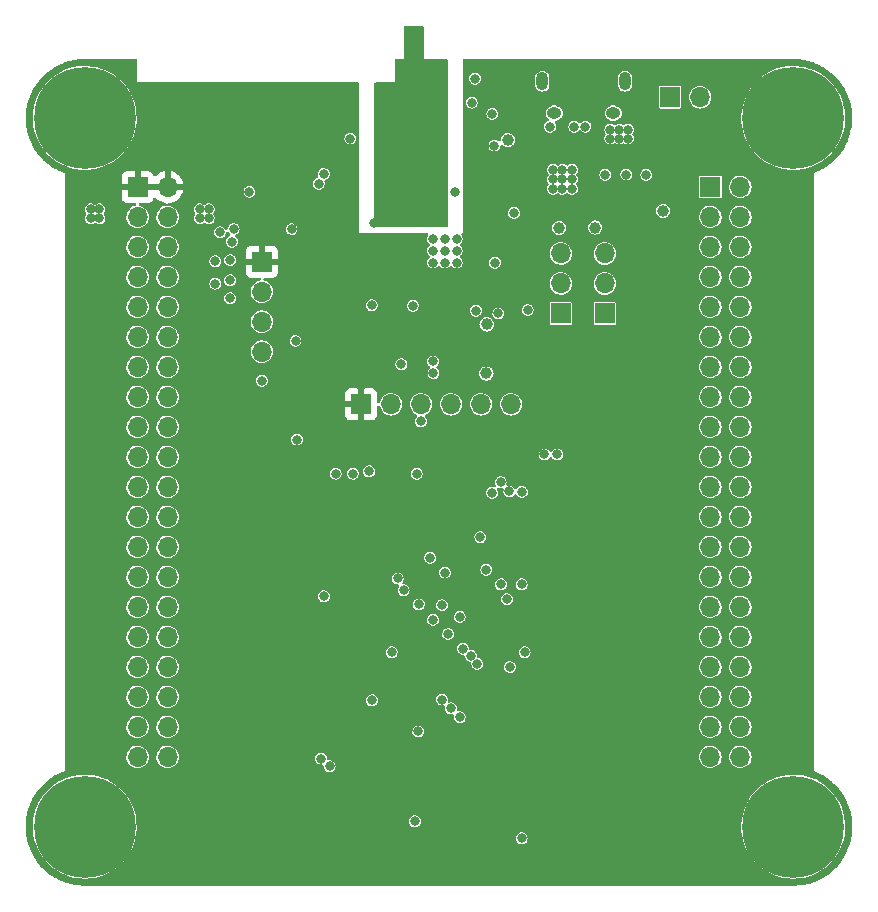
<source format=gbr>
%TF.GenerationSoftware,KiCad,Pcbnew,(6.0.9)*%
%TF.CreationDate,2023-01-04T16:14:01+08:00*%
%TF.ProjectId,CAWController,43415743-6f6e-4747-926f-6c6c65722e6b,rev?*%
%TF.SameCoordinates,Original*%
%TF.FileFunction,Copper,L3,Inr*%
%TF.FilePolarity,Positive*%
%FSLAX46Y46*%
G04 Gerber Fmt 4.6, Leading zero omitted, Abs format (unit mm)*
G04 Created by KiCad (PCBNEW (6.0.9)) date 2023-01-04 16:14:01*
%MOMM*%
%LPD*%
G01*
G04 APERTURE LIST*
%TA.AperFunction,ComponentPad*%
%ADD10R,1.700000X1.700000*%
%TD*%
%TA.AperFunction,ComponentPad*%
%ADD11O,1.700000X1.700000*%
%TD*%
%TA.AperFunction,ComponentPad*%
%ADD12C,0.900000*%
%TD*%
%TA.AperFunction,ComponentPad*%
%ADD13C,8.600000*%
%TD*%
%TA.AperFunction,ComponentPad*%
%ADD14O,1.250000X0.950000*%
%TD*%
%TA.AperFunction,ComponentPad*%
%ADD15O,1.000000X1.550000*%
%TD*%
%TA.AperFunction,ViaPad*%
%ADD16C,0.800000*%
%TD*%
%TA.AperFunction,ViaPad*%
%ADD17C,1.000000*%
%TD*%
G04 APERTURE END LIST*
D10*
%TO.N,/VBUS*%
%TO.C,J6*%
X155316000Y-64262000D03*
D11*
%TO.N,GND*%
X157856000Y-64262000D03*
%TD*%
D12*
%TO.N,GND*%
%TO.C,H4*%
X108975000Y-126005000D03*
D13*
X105750000Y-126005000D03*
D12*
X108030419Y-123724581D03*
X102525000Y-126005000D03*
X105750000Y-129230000D03*
X108030419Y-128285419D03*
X103469581Y-128285419D03*
X105750000Y-122780000D03*
X103469581Y-123724581D03*
%TD*%
%TO.N,GND*%
%TO.C,H2*%
X168030419Y-63724581D03*
X168030419Y-68285419D03*
X165750000Y-62780000D03*
X165750000Y-69230000D03*
X163469581Y-68285419D03*
X168975000Y-66005000D03*
X163469581Y-63724581D03*
X162525000Y-66005000D03*
D13*
X165750000Y-66005000D03*
%TD*%
D10*
%TO.N,+3.3V*%
%TO.C,J1*%
X110225000Y-71850000D03*
D11*
X112765000Y-71850000D03*
%TO.N,GND*%
X110225000Y-74390000D03*
X112765000Y-74390000D03*
%TO.N,/PC10*%
X110225000Y-76930000D03*
%TO.N,/PA15*%
X112765000Y-76930000D03*
%TO.N,/PC12*%
X110225000Y-79470000D03*
%TO.N,/PC11*%
X112765000Y-79470000D03*
%TO.N,/PD1*%
X110225000Y-82010000D03*
%TO.N,/PD0*%
X112765000Y-82010000D03*
%TO.N,/PD3*%
X110225000Y-84550000D03*
%TO.N,/PD2*%
X112765000Y-84550000D03*
%TO.N,/PD5*%
X110225000Y-87090000D03*
%TO.N,/PD4*%
X112765000Y-87090000D03*
%TO.N,/PD7*%
X110225000Y-89630000D03*
%TO.N,/PD6*%
X112765000Y-89630000D03*
%TO.N,/PB4*%
X110225000Y-92170000D03*
%TO.N,/PB3*%
X112765000Y-92170000D03*
%TO.N,/PB6*%
X110225000Y-94710000D03*
%TO.N,/PB5*%
X112765000Y-94710000D03*
%TO.N,/PB8*%
X110225000Y-97250000D03*
%TO.N,/PB7*%
X112765000Y-97250000D03*
%TO.N,/PE0*%
X110225000Y-99790000D03*
%TO.N,/PB9*%
X112765000Y-99790000D03*
%TO.N,/PE2*%
X110225000Y-102330000D03*
%TO.N,/PE1*%
X112765000Y-102330000D03*
%TO.N,/PE4*%
X110225000Y-104870000D03*
%TO.N,/PE3*%
X112765000Y-104870000D03*
%TO.N,/PE6*%
X110225000Y-107410000D03*
%TO.N,/PE5*%
X112765000Y-107410000D03*
%TO.N,/PC14*%
X110225000Y-109950000D03*
%TO.N,/PC13*%
X112765000Y-109950000D03*
%TO.N,/PC0*%
X110225000Y-112490000D03*
%TO.N,/PC15*%
X112765000Y-112490000D03*
%TO.N,/PC2*%
X110225000Y-115030000D03*
%TO.N,/PC1*%
X112765000Y-115030000D03*
%TO.N,/PA0*%
X110225000Y-117570000D03*
%TO.N,/PC3*%
X112765000Y-117570000D03*
%TO.N,/PA2*%
X110225000Y-120110000D03*
%TO.N,/PA1*%
X112765000Y-120110000D03*
%TD*%
D12*
%TO.N,GND*%
%TO.C,H3*%
X162525000Y-126005000D03*
X163469581Y-123724581D03*
X165750000Y-122780000D03*
X168030419Y-128285419D03*
X163469581Y-128285419D03*
X168030419Y-123724581D03*
D13*
X165750000Y-126005000D03*
D12*
X165750000Y-129230000D03*
X168975000Y-126005000D03*
%TD*%
D10*
%TO.N,/USART1_RX*%
%TO.C,J9*%
X146060000Y-82560000D03*
D11*
%TO.N,/CH340_TXD*%
X146060000Y-80020000D03*
%TO.N,/CC2640_UART0_RX*%
X146060000Y-77480000D03*
%TD*%
D10*
%TO.N,/USART1_TX*%
%TO.C,J8*%
X149800000Y-82565000D03*
D11*
%TO.N,/CH340_RXD*%
X149800000Y-80025000D03*
%TO.N,/CC2640_UART0_TX*%
X149800000Y-77485000D03*
%TD*%
D10*
%TO.N,+3.3V*%
%TO.C,J3*%
X129150000Y-90250000D03*
D11*
%TO.N,Net-(J3-Pad2)*%
X131690000Y-90250000D03*
%TO.N,GND*%
X134230000Y-90250000D03*
%TO.N,/CC2640R2LRGZR/RESET*%
X136770000Y-90250000D03*
%TO.N,/CC2640R2LRGZR/JTAG_TCK*%
X139310000Y-90250000D03*
%TO.N,/CC2640R2LRGZR/JTAG_TMS*%
X141850000Y-90250000D03*
%TD*%
D12*
%TO.N,GND*%
%TO.C,H1*%
X105750000Y-62780000D03*
D13*
X105750000Y-66005000D03*
D12*
X103469581Y-63724581D03*
X105750000Y-69230000D03*
X108030419Y-68285419D03*
X108975000Y-66005000D03*
X103469581Y-68285419D03*
X108030419Y-63724581D03*
X102525000Y-66005000D03*
%TD*%
D10*
%TO.N,+3.3V*%
%TO.C,J4*%
X120750000Y-78170000D03*
D11*
%TO.N,/SWDIO*%
X120750000Y-80710000D03*
%TO.N,/SWCLK*%
X120750000Y-83250000D03*
%TO.N,GND*%
X120750000Y-85790000D03*
%TD*%
D10*
%TO.N,/PA12*%
%TO.C,J2*%
X158725000Y-71850000D03*
D11*
%TO.N,/PA11*%
X161265000Y-71850000D03*
%TO.N,/PA8*%
X158725000Y-74390000D03*
%TO.N,/PC9*%
X161265000Y-74390000D03*
%TO.N,/PC8*%
X158725000Y-76930000D03*
%TO.N,/PC7*%
X161265000Y-76930000D03*
%TO.N,/PC6*%
X158725000Y-79470000D03*
%TO.N,/PD15*%
X161265000Y-79470000D03*
%TO.N,/PD14*%
X158725000Y-82010000D03*
%TO.N,/PD13*%
X161265000Y-82010000D03*
%TO.N,/PD12*%
X158725000Y-84550000D03*
%TO.N,/PD11*%
X161265000Y-84550000D03*
%TO.N,/PD10*%
X158725000Y-87090000D03*
%TO.N,/PD9*%
X161265000Y-87090000D03*
%TO.N,/PD8*%
X158725000Y-89630000D03*
%TO.N,/PB15*%
X161265000Y-89630000D03*
%TO.N,/PB14*%
X158725000Y-92170000D03*
%TO.N,/PB13*%
X161265000Y-92170000D03*
%TO.N,/PB12*%
X158725000Y-94710000D03*
%TO.N,/PB11*%
X161265000Y-94710000D03*
%TO.N,/PB10*%
X158725000Y-97250000D03*
%TO.N,/PE15*%
X161265000Y-97250000D03*
%TO.N,/PE14*%
X158725000Y-99790000D03*
%TO.N,/PE13*%
X161265000Y-99790000D03*
%TO.N,/PE12*%
X158725000Y-102330000D03*
%TO.N,/PE11*%
X161265000Y-102330000D03*
%TO.N,/PE10*%
X158725000Y-104870000D03*
%TO.N,/PE9*%
X161265000Y-104870000D03*
%TO.N,/PE8*%
X158725000Y-107410000D03*
%TO.N,/PE7*%
X161265000Y-107410000D03*
%TO.N,/PB2*%
X158725000Y-109950000D03*
%TO.N,/PB1*%
X161265000Y-109950000D03*
%TO.N,/PB0*%
X158725000Y-112490000D03*
%TO.N,/PC5*%
X161265000Y-112490000D03*
%TO.N,/PC4*%
X158725000Y-115030000D03*
%TO.N,/PA7*%
X161265000Y-115030000D03*
%TO.N,/PA6*%
X158725000Y-117570000D03*
%TO.N,/PA5*%
X161265000Y-117570000D03*
%TO.N,/PA4*%
X158725000Y-120110000D03*
%TO.N,/PA3*%
X161265000Y-120110000D03*
%TD*%
D14*
%TO.N,unconnected-(J5-Pad6)*%
%TO.C,J5*%
X150500000Y-65600000D03*
D15*
X144500000Y-62900000D03*
D14*
X145500000Y-65600000D03*
D15*
X151500000Y-62900000D03*
%TD*%
D16*
%TO.N,Net-(C1-Pad1)*%
X141000000Y-105500000D03*
%TO.N,GND*%
X136250000Y-78250000D03*
X137250000Y-76250000D03*
X135000000Y-103250000D03*
X131750000Y-111250000D03*
X147000000Y-70400000D03*
X131080000Y-70310000D03*
X143260500Y-82270000D03*
X134210000Y-91700000D03*
X142750000Y-105500000D03*
X138440000Y-111550000D03*
X118054500Y-78045000D03*
X138520000Y-64710000D03*
X151000000Y-67750000D03*
X106250000Y-73750000D03*
X139750000Y-104250000D03*
X118054500Y-81270911D03*
X135070000Y-68600000D03*
X142750000Y-127000000D03*
X137250000Y-78250000D03*
X151600000Y-70800000D03*
X146200000Y-71200000D03*
X132750000Y-61500000D03*
X116250000Y-74500000D03*
X146200000Y-70400000D03*
X141500000Y-106750000D03*
X143000000Y-111250000D03*
X145400000Y-72000000D03*
X147000000Y-71200000D03*
X135250000Y-77250000D03*
X136250000Y-104500000D03*
X136250000Y-77250000D03*
X128250000Y-67750000D03*
X136250000Y-76250000D03*
X137500000Y-108250000D03*
X135250000Y-78250000D03*
X142100000Y-74050000D03*
X115500000Y-74500000D03*
X138990000Y-112220000D03*
X151750000Y-67750000D03*
X145140000Y-66750000D03*
X133060000Y-68130000D03*
X150250000Y-67750000D03*
X134040000Y-107200000D03*
X132750000Y-106000000D03*
X153300000Y-70830000D03*
X135250000Y-108500000D03*
X118210000Y-76480000D03*
X137250000Y-77250000D03*
X130256089Y-74883911D03*
X137500000Y-116750000D03*
X116805500Y-78135000D03*
X125570000Y-71580000D03*
X118054500Y-79755000D03*
X126000000Y-70750000D03*
X151750000Y-67000000D03*
X135250000Y-61500000D03*
X150250000Y-67000000D03*
X145400000Y-70400000D03*
X133040000Y-63150000D03*
X115500000Y-73750000D03*
X107000000Y-73750000D03*
X133060000Y-62300000D03*
X120750000Y-88250000D03*
X126480000Y-120900000D03*
X135250000Y-76250000D03*
X123710000Y-93240000D03*
X149830000Y-70820000D03*
X147000000Y-72000000D03*
X146200000Y-72000000D03*
X133990000Y-117950000D03*
X136000000Y-107250000D03*
X135280000Y-87620000D03*
X130050000Y-81860000D03*
X136530000Y-109700000D03*
X129830000Y-95930000D03*
X132560000Y-86860000D03*
X106250000Y-74500000D03*
X137790000Y-110950000D03*
X123600000Y-84890000D03*
X116805500Y-80035000D03*
X138800000Y-62680000D03*
X151000000Y-67000000D03*
X116250000Y-73750000D03*
X133060000Y-67120000D03*
X119700000Y-72260000D03*
X125750000Y-120250000D03*
X140270000Y-65660000D03*
X140440000Y-68350000D03*
X117204287Y-75682535D03*
X140250000Y-97750000D03*
X145400000Y-71200000D03*
X107000000Y-74500000D03*
X126000000Y-106500000D03*
%TO.N,Net-(C2-Pad1)*%
X139250000Y-101500000D03*
%TO.N,+3.3V*%
X144500000Y-109750000D03*
X115500000Y-71500000D03*
X116250000Y-71500000D03*
X106250000Y-72250000D03*
X125000000Y-66000000D03*
X126500000Y-67500000D03*
X146000000Y-108250000D03*
X115500000Y-72250000D03*
X125280000Y-80070000D03*
X125750000Y-67500000D03*
X138750000Y-107000000D03*
X126500000Y-66000000D03*
X132500000Y-112000000D03*
X106250000Y-71500000D03*
X125000000Y-67500000D03*
X125750000Y-66750000D03*
X121870000Y-72280000D03*
X126580000Y-80080000D03*
X143030000Y-62680000D03*
X138000000Y-100250000D03*
X128730000Y-81830000D03*
X129180000Y-88740000D03*
X134500000Y-113750000D03*
X125000000Y-66750000D03*
X116250000Y-72250000D03*
X125750000Y-66000000D03*
X140250000Y-113500000D03*
X126500000Y-66750000D03*
X129750000Y-109000000D03*
X107000000Y-71500000D03*
X107000000Y-72250000D03*
X140505500Y-86020000D03*
X130750000Y-110250000D03*
%TO.N,/RESET*%
X133710000Y-125550000D03*
X126990000Y-96121858D03*
X130080000Y-115320000D03*
%TO.N,+3.3VA*%
X136000000Y-115250000D03*
X136750000Y-116000000D03*
%TO.N,/PB2*%
X141750000Y-112500000D03*
%TO.N,/PA12*%
X144680000Y-94500000D03*
X141699500Y-97630000D03*
%TO.N,/PA11*%
X145750000Y-94500000D03*
X142760000Y-97660000D03*
%TO.N,/SWDIO*%
X123260000Y-75420000D03*
X140970000Y-96830000D03*
%TO.N,/SWCLK*%
X118360000Y-75410000D03*
X133861349Y-96127921D03*
%TO.N,/CH340_D-*%
X147198800Y-66745600D03*
%TO.N,/CH340_D+*%
X148151200Y-66745600D03*
%TO.N,/BOOT0*%
X132250000Y-105000000D03*
X128450000Y-96121858D03*
D17*
%TO.N,/CC2640R2LRGZR/VDDR*%
X139780000Y-83490000D03*
X139760000Y-87640000D03*
D16*
%TO.N,/CC2640R2LRGZR/RESET*%
X133530000Y-81920000D03*
X135250000Y-86630000D03*
%TO.N,/CC2640R2LRGZR/JTAG_TMS*%
X140770000Y-82560000D03*
%TO.N,/CC2640R2LRGZR/JTAG_TCK*%
X138890000Y-82330000D03*
%TO.N,/CC2640R2LRGZR/BOOT*%
X140480000Y-78260000D03*
D17*
%TO.N,+5V*%
X141566990Y-67876990D03*
X154720000Y-73880000D03*
X148970000Y-75290000D03*
X145930000Y-75310000D03*
D16*
%TO.N,Net-(R16-Pad2)*%
X137144285Y-72296654D03*
%TD*%
%TA.AperFunction,Conductor*%
%TO.N,GND*%
G36*
X134442121Y-58270002D02*
G01*
X134488614Y-58323658D01*
X134500000Y-58376000D01*
X134500000Y-61000000D01*
X136374000Y-61000000D01*
X136442121Y-61020002D01*
X136488614Y-61073658D01*
X136500000Y-61126000D01*
X136500000Y-75124000D01*
X136479998Y-75192121D01*
X136426342Y-75238614D01*
X136374000Y-75250000D01*
X130376000Y-75250000D01*
X130307879Y-75229998D01*
X130261386Y-75176342D01*
X130250000Y-75124000D01*
X130250000Y-63127000D01*
X130270002Y-63058879D01*
X130323658Y-63012386D01*
X130376000Y-63001000D01*
X131999802Y-63001000D01*
X132000000Y-63001082D01*
X132000765Y-63000765D01*
X132001000Y-63000198D01*
X132001082Y-63000000D01*
X132001000Y-62999802D01*
X132001000Y-61126000D01*
X132021002Y-61057879D01*
X132074658Y-61011386D01*
X132127000Y-61000000D01*
X132750000Y-61000000D01*
X132750000Y-58376000D01*
X132770002Y-58307879D01*
X132823658Y-58261386D01*
X132876000Y-58250000D01*
X134374000Y-58250000D01*
X134442121Y-58270002D01*
G37*
%TD.AperFunction*%
%TD*%
%TA.AperFunction,Conductor*%
%TO.N,+3.3V*%
G36*
X110141121Y-61020002D02*
G01*
X110187614Y-61073658D01*
X110199000Y-61126000D01*
X110199000Y-62999802D01*
X110198918Y-63000000D01*
X110199000Y-63000198D01*
X110199235Y-63000765D01*
X110200000Y-63001082D01*
X110200198Y-63001000D01*
X128874000Y-63001000D01*
X128942121Y-63021002D01*
X128988614Y-63074658D01*
X129000000Y-63127000D01*
X129000000Y-67687630D01*
X128979998Y-67755751D01*
X128979344Y-67756318D01*
X128999110Y-67802488D01*
X129000000Y-67817436D01*
X129000000Y-75750000D01*
X134744399Y-75750000D01*
X134812520Y-75770002D01*
X134859013Y-75823658D01*
X134869117Y-75893932D01*
X134838842Y-75959406D01*
X134827377Y-75972388D01*
X134766447Y-76102163D01*
X134757210Y-76161490D01*
X134754026Y-76181943D01*
X134744391Y-76243823D01*
X134745555Y-76252725D01*
X134745555Y-76252728D01*
X134746739Y-76261780D01*
X134762980Y-76385979D01*
X134820720Y-76517203D01*
X134826497Y-76524076D01*
X134826498Y-76524077D01*
X134907190Y-76620072D01*
X134912970Y-76626948D01*
X134920447Y-76631925D01*
X134920449Y-76631927D01*
X134939220Y-76644422D01*
X134984843Y-76698819D01*
X134993815Y-76769246D01*
X134963286Y-76833344D01*
X134936640Y-76855869D01*
X134929874Y-76860138D01*
X134929871Y-76860140D01*
X134922280Y-76864930D01*
X134916338Y-76871658D01*
X134916337Y-76871659D01*
X134912713Y-76875763D01*
X134827377Y-76972388D01*
X134766447Y-77102163D01*
X134744391Y-77243823D01*
X134745555Y-77252725D01*
X134745555Y-77252728D01*
X134748511Y-77275331D01*
X134762980Y-77385979D01*
X134789999Y-77447385D01*
X134808093Y-77488505D01*
X134820720Y-77517203D01*
X134826497Y-77524076D01*
X134826498Y-77524077D01*
X134844554Y-77545557D01*
X134912970Y-77626948D01*
X134920447Y-77631925D01*
X134920449Y-77631927D01*
X134939220Y-77644422D01*
X134984843Y-77698819D01*
X134993815Y-77769246D01*
X134963286Y-77833344D01*
X134936640Y-77855869D01*
X134929874Y-77860138D01*
X134929871Y-77860140D01*
X134922280Y-77864930D01*
X134916338Y-77871658D01*
X134916337Y-77871659D01*
X134885978Y-77906035D01*
X134827377Y-77972388D01*
X134766447Y-78102163D01*
X134757210Y-78161490D01*
X134752790Y-78189881D01*
X134744391Y-78243823D01*
X134745555Y-78252725D01*
X134745555Y-78252728D01*
X134750978Y-78294195D01*
X134762980Y-78385979D01*
X134820720Y-78517203D01*
X134826497Y-78524076D01*
X134826498Y-78524077D01*
X134881516Y-78589529D01*
X134912970Y-78626948D01*
X135032313Y-78706390D01*
X135169157Y-78749142D01*
X135178129Y-78749306D01*
X135178132Y-78749307D01*
X135243463Y-78750504D01*
X135312499Y-78751770D01*
X135321533Y-78749307D01*
X135442158Y-78716421D01*
X135442160Y-78716420D01*
X135450817Y-78714060D01*
X135572991Y-78639045D01*
X135579014Y-78632391D01*
X135579018Y-78632388D01*
X135657613Y-78545557D01*
X135718156Y-78508476D01*
X135789136Y-78510013D01*
X135847479Y-78549037D01*
X135881516Y-78589529D01*
X135912970Y-78626948D01*
X136032313Y-78706390D01*
X136169157Y-78749142D01*
X136178129Y-78749306D01*
X136178132Y-78749307D01*
X136243463Y-78750504D01*
X136312499Y-78751770D01*
X136321533Y-78749307D01*
X136442158Y-78716421D01*
X136442160Y-78716420D01*
X136450817Y-78714060D01*
X136572991Y-78639045D01*
X136579014Y-78632391D01*
X136579018Y-78632388D01*
X136657613Y-78545557D01*
X136718156Y-78508476D01*
X136789136Y-78510013D01*
X136847479Y-78549037D01*
X136881516Y-78589529D01*
X136912970Y-78626948D01*
X137032313Y-78706390D01*
X137169157Y-78749142D01*
X137178129Y-78749306D01*
X137178132Y-78749307D01*
X137243463Y-78750504D01*
X137312499Y-78751770D01*
X137321533Y-78749307D01*
X137442158Y-78716421D01*
X137442160Y-78716420D01*
X137450817Y-78714060D01*
X137572991Y-78639045D01*
X137669200Y-78532754D01*
X137723314Y-78421062D01*
X137727795Y-78411814D01*
X137727795Y-78411813D01*
X137731710Y-78403733D01*
X137755496Y-78262354D01*
X137755600Y-78253823D01*
X139974391Y-78253823D01*
X139975555Y-78262725D01*
X139975555Y-78262728D01*
X139978956Y-78288733D01*
X139992980Y-78395979D01*
X140009894Y-78434418D01*
X140046198Y-78516925D01*
X140050720Y-78527203D01*
X140056497Y-78534076D01*
X140056498Y-78534077D01*
X140128784Y-78620072D01*
X140142970Y-78636948D01*
X140150447Y-78641925D01*
X140239814Y-78701413D01*
X140262313Y-78716390D01*
X140399157Y-78759142D01*
X140408129Y-78759306D01*
X140408132Y-78759307D01*
X140473463Y-78760504D01*
X140542499Y-78761770D01*
X140551533Y-78759307D01*
X140672158Y-78726421D01*
X140672160Y-78726420D01*
X140680817Y-78724060D01*
X140802991Y-78649045D01*
X140812043Y-78639045D01*
X140893178Y-78549407D01*
X140899200Y-78542754D01*
X140961710Y-78413733D01*
X140985496Y-78272354D01*
X140985572Y-78266136D01*
X140985588Y-78264859D01*
X140985588Y-78264854D01*
X140985647Y-78260000D01*
X140975508Y-78189199D01*
X140966596Y-78126968D01*
X140966595Y-78126965D01*
X140965323Y-78118082D01*
X140905984Y-77987572D01*
X140875587Y-77952295D01*
X140818260Y-77885763D01*
X140818257Y-77885760D01*
X140812400Y-77878963D01*
X140692095Y-77800985D01*
X140554739Y-77759907D01*
X140545763Y-77759852D01*
X140545762Y-77759852D01*
X140485555Y-77759484D01*
X140411376Y-77759031D01*
X140273529Y-77798428D01*
X140152280Y-77874930D01*
X140146338Y-77881658D01*
X140146337Y-77881659D01*
X140127417Y-77903082D01*
X140057377Y-77982388D01*
X139996447Y-78112163D01*
X139987911Y-78166990D01*
X139975948Y-78243823D01*
X139974391Y-78253823D01*
X137755600Y-78253823D01*
X137755647Y-78250000D01*
X137745687Y-78180454D01*
X137736596Y-78116968D01*
X137736595Y-78116965D01*
X137735323Y-78108082D01*
X137675984Y-77977572D01*
X137657598Y-77956234D01*
X137588260Y-77875763D01*
X137588257Y-77875760D01*
X137582400Y-77868963D01*
X137563235Y-77856541D01*
X137516952Y-77802706D01*
X137507122Y-77732393D01*
X137536867Y-77667927D01*
X137558543Y-77649604D01*
X137558436Y-77649475D01*
X137565342Y-77643741D01*
X137572991Y-77639045D01*
X137669200Y-77532754D01*
X137701220Y-77466665D01*
X145104994Y-77466665D01*
X145106828Y-77488505D01*
X145118911Y-77632391D01*
X145120592Y-77652414D01*
X145122291Y-77658339D01*
X145168779Y-77820462D01*
X145171971Y-77831595D01*
X145199361Y-77884890D01*
X145253691Y-77990603D01*
X145257176Y-77997385D01*
X145372959Y-78143468D01*
X145514912Y-78264279D01*
X145520290Y-78267285D01*
X145520292Y-78267286D01*
X145573127Y-78296814D01*
X145677627Y-78355217D01*
X145854907Y-78412819D01*
X146039998Y-78434890D01*
X146046133Y-78434418D01*
X146046135Y-78434418D01*
X146219710Y-78421062D01*
X146219715Y-78421061D01*
X146225851Y-78420589D01*
X146231781Y-78418933D01*
X146231783Y-78418933D01*
X146399459Y-78372117D01*
X146399458Y-78372117D01*
X146405387Y-78370462D01*
X146571768Y-78286417D01*
X146583631Y-78277149D01*
X146713794Y-78175454D01*
X146713795Y-78175453D01*
X146718655Y-78171656D01*
X146840454Y-78030550D01*
X146859567Y-77996906D01*
X146907818Y-77911968D01*
X146932526Y-77868474D01*
X146991364Y-77691601D01*
X146999532Y-77626948D01*
X147014285Y-77510170D01*
X147014286Y-77510163D01*
X147014727Y-77506668D01*
X147015099Y-77480000D01*
X147014282Y-77471665D01*
X148844994Y-77471665D01*
X148847933Y-77506668D01*
X148858836Y-77636498D01*
X148860592Y-77657414D01*
X148862291Y-77663339D01*
X148908838Y-77825668D01*
X148911971Y-77836595D01*
X148926533Y-77864930D01*
X148993913Y-77996035D01*
X148997176Y-78002385D01*
X149112959Y-78148468D01*
X149254912Y-78269279D01*
X149260290Y-78272285D01*
X149260292Y-78272286D01*
X149294473Y-78291389D01*
X149417627Y-78360217D01*
X149594907Y-78417819D01*
X149779998Y-78439890D01*
X149786133Y-78439418D01*
X149786135Y-78439418D01*
X149959710Y-78426062D01*
X149959715Y-78426061D01*
X149965851Y-78425589D01*
X149971781Y-78423933D01*
X149971783Y-78423933D01*
X150139459Y-78377117D01*
X150139458Y-78377117D01*
X150145387Y-78375462D01*
X150311768Y-78291417D01*
X150323027Y-78282621D01*
X150453794Y-78180454D01*
X150453795Y-78180453D01*
X150458655Y-78176656D01*
X150580454Y-78035550D01*
X150605988Y-77990603D01*
X150649317Y-77914329D01*
X150672526Y-77873474D01*
X150731364Y-77696601D01*
X150741032Y-77620072D01*
X150754285Y-77515170D01*
X150754286Y-77515163D01*
X150754727Y-77511668D01*
X150755099Y-77485000D01*
X150736909Y-77299487D01*
X150734813Y-77292543D01*
X150684814Y-77126939D01*
X150683033Y-77121040D01*
X150614035Y-76991273D01*
X150598416Y-76961898D01*
X150598414Y-76961895D01*
X150595522Y-76956456D01*
X150591632Y-76951686D01*
X150591629Y-76951682D01*
X150563070Y-76916665D01*
X157769994Y-76916665D01*
X157770510Y-76922809D01*
X157782564Y-77066351D01*
X157785592Y-77102414D01*
X157787291Y-77108339D01*
X157835239Y-77275554D01*
X157836971Y-77281595D01*
X157922176Y-77447385D01*
X158037959Y-77593468D01*
X158179912Y-77714279D01*
X158342627Y-77805217D01*
X158519907Y-77862819D01*
X158704998Y-77884890D01*
X158711133Y-77884418D01*
X158711135Y-77884418D01*
X158884710Y-77871062D01*
X158884715Y-77871061D01*
X158890851Y-77870589D01*
X158896781Y-77868933D01*
X158896783Y-77868933D01*
X159012605Y-77836595D01*
X159070387Y-77820462D01*
X159236768Y-77736417D01*
X159241919Y-77732393D01*
X159378794Y-77625454D01*
X159378795Y-77625453D01*
X159383655Y-77621656D01*
X159485951Y-77503145D01*
X159501430Y-77485212D01*
X159501431Y-77485211D01*
X159505454Y-77480550D01*
X159510502Y-77471665D01*
X159559178Y-77385979D01*
X159597526Y-77318474D01*
X159656364Y-77141601D01*
X159665871Y-77066351D01*
X159679285Y-76960170D01*
X159679286Y-76960163D01*
X159679727Y-76956668D01*
X159680099Y-76930000D01*
X159678791Y-76916665D01*
X160309994Y-76916665D01*
X160310510Y-76922809D01*
X160322564Y-77066351D01*
X160325592Y-77102414D01*
X160327291Y-77108339D01*
X160375239Y-77275554D01*
X160376971Y-77281595D01*
X160462176Y-77447385D01*
X160577959Y-77593468D01*
X160719912Y-77714279D01*
X160882627Y-77805217D01*
X161059907Y-77862819D01*
X161244998Y-77884890D01*
X161251133Y-77884418D01*
X161251135Y-77884418D01*
X161424710Y-77871062D01*
X161424715Y-77871061D01*
X161430851Y-77870589D01*
X161436781Y-77868933D01*
X161436783Y-77868933D01*
X161552605Y-77836595D01*
X161610387Y-77820462D01*
X161776768Y-77736417D01*
X161781919Y-77732393D01*
X161918794Y-77625454D01*
X161918795Y-77625453D01*
X161923655Y-77621656D01*
X162025951Y-77503145D01*
X162041430Y-77485212D01*
X162041431Y-77485211D01*
X162045454Y-77480550D01*
X162050502Y-77471665D01*
X162099178Y-77385979D01*
X162137526Y-77318474D01*
X162196364Y-77141601D01*
X162205871Y-77066351D01*
X162219285Y-76960170D01*
X162219286Y-76960163D01*
X162219727Y-76956668D01*
X162220099Y-76930000D01*
X162201909Y-76744487D01*
X162200128Y-76738588D01*
X162200127Y-76738583D01*
X162149814Y-76571939D01*
X162148033Y-76566040D01*
X162099000Y-76473823D01*
X162063416Y-76406898D01*
X162063414Y-76406895D01*
X162060522Y-76401456D01*
X162056632Y-76396686D01*
X162056629Y-76396682D01*
X161946605Y-76261780D01*
X161946602Y-76261777D01*
X161942710Y-76257005D01*
X161937056Y-76252327D01*
X161803834Y-76142116D01*
X161799085Y-76138187D01*
X161635116Y-76049529D01*
X161521379Y-76014322D01*
X161462936Y-75996231D01*
X161462933Y-75996230D01*
X161457049Y-75994409D01*
X161450924Y-75993765D01*
X161450923Y-75993765D01*
X161277796Y-75975568D01*
X161277795Y-75975568D01*
X161271668Y-75974924D01*
X161210244Y-75980514D01*
X161092171Y-75991259D01*
X161092168Y-75991260D01*
X161086032Y-75991818D01*
X161080122Y-75993557D01*
X161080119Y-75993558D01*
X160915001Y-76042156D01*
X160907214Y-76044448D01*
X160742023Y-76130807D01*
X160596752Y-76247608D01*
X160476935Y-76390401D01*
X160473971Y-76395793D01*
X160473968Y-76395797D01*
X160407225Y-76517203D01*
X160387135Y-76553746D01*
X160385274Y-76559613D01*
X160385273Y-76559615D01*
X160341655Y-76697116D01*
X160330772Y-76731424D01*
X160309994Y-76916665D01*
X159678791Y-76916665D01*
X159661909Y-76744487D01*
X159660128Y-76738588D01*
X159660127Y-76738583D01*
X159609814Y-76571939D01*
X159608033Y-76566040D01*
X159559000Y-76473823D01*
X159523416Y-76406898D01*
X159523414Y-76406895D01*
X159520522Y-76401456D01*
X159516632Y-76396686D01*
X159516629Y-76396682D01*
X159406605Y-76261780D01*
X159406602Y-76261777D01*
X159402710Y-76257005D01*
X159397056Y-76252327D01*
X159263834Y-76142116D01*
X159259085Y-76138187D01*
X159095116Y-76049529D01*
X158981379Y-76014322D01*
X158922936Y-75996231D01*
X158922933Y-75996230D01*
X158917049Y-75994409D01*
X158910924Y-75993765D01*
X158910923Y-75993765D01*
X158737796Y-75975568D01*
X158737795Y-75975568D01*
X158731668Y-75974924D01*
X158670244Y-75980514D01*
X158552171Y-75991259D01*
X158552168Y-75991260D01*
X158546032Y-75991818D01*
X158540122Y-75993557D01*
X158540119Y-75993558D01*
X158375001Y-76042156D01*
X158367214Y-76044448D01*
X158202023Y-76130807D01*
X158056752Y-76247608D01*
X157936935Y-76390401D01*
X157933971Y-76395793D01*
X157933968Y-76395797D01*
X157867225Y-76517203D01*
X157847135Y-76553746D01*
X157845274Y-76559613D01*
X157845273Y-76559615D01*
X157801655Y-76697116D01*
X157790772Y-76731424D01*
X157769994Y-76916665D01*
X150563070Y-76916665D01*
X150481605Y-76816780D01*
X150481602Y-76816777D01*
X150477710Y-76812005D01*
X150472056Y-76807327D01*
X150380305Y-76731424D01*
X150334085Y-76693187D01*
X150170116Y-76604529D01*
X150045776Y-76566040D01*
X149997936Y-76551231D01*
X149997933Y-76551230D01*
X149992049Y-76549409D01*
X149985924Y-76548765D01*
X149985923Y-76548765D01*
X149812796Y-76530568D01*
X149812795Y-76530568D01*
X149806668Y-76529924D01*
X149728549Y-76537033D01*
X149627171Y-76546259D01*
X149627168Y-76546260D01*
X149621032Y-76546818D01*
X149615122Y-76548557D01*
X149615119Y-76548558D01*
X149448129Y-76597707D01*
X149442214Y-76599448D01*
X149277023Y-76685807D01*
X149131752Y-76802608D01*
X149011935Y-76945401D01*
X149008971Y-76950793D01*
X149008968Y-76950797D01*
X148945442Y-77066351D01*
X148922135Y-77108746D01*
X148920274Y-77114613D01*
X148920273Y-77114615D01*
X148879286Y-77243823D01*
X148865772Y-77286424D01*
X148844994Y-77471665D01*
X147014282Y-77471665D01*
X146996909Y-77294487D01*
X146995128Y-77288588D01*
X146995127Y-77288583D01*
X146944814Y-77121939D01*
X146943033Y-77116040D01*
X146876337Y-76990603D01*
X146858416Y-76956898D01*
X146858414Y-76956895D01*
X146855522Y-76951456D01*
X146851632Y-76946686D01*
X146851629Y-76946682D01*
X146741605Y-76811780D01*
X146741602Y-76811777D01*
X146737710Y-76807005D01*
X146732514Y-76802706D01*
X146646349Y-76731424D01*
X146594085Y-76688187D01*
X146430116Y-76599529D01*
X146321929Y-76566040D01*
X146257936Y-76546231D01*
X146257933Y-76546230D01*
X146252049Y-76544409D01*
X146245924Y-76543765D01*
X146245923Y-76543765D01*
X146072796Y-76525568D01*
X146072795Y-76525568D01*
X146066668Y-76524924D01*
X145988549Y-76532033D01*
X145887171Y-76541259D01*
X145887168Y-76541260D01*
X145881032Y-76541818D01*
X145875122Y-76543557D01*
X145875119Y-76543558D01*
X145708129Y-76592707D01*
X145702214Y-76594448D01*
X145537023Y-76680807D01*
X145532223Y-76684667D01*
X145532222Y-76684667D01*
X145522957Y-76692116D01*
X145391752Y-76797608D01*
X145271935Y-76940401D01*
X145268971Y-76945793D01*
X145268968Y-76945797D01*
X145202693Y-77066351D01*
X145182135Y-77103746D01*
X145180274Y-77109613D01*
X145180273Y-77109615D01*
X145129867Y-77268514D01*
X145125772Y-77281424D01*
X145104994Y-77466665D01*
X137701220Y-77466665D01*
X137731710Y-77403733D01*
X137755496Y-77262354D01*
X137755647Y-77250000D01*
X137747473Y-77192924D01*
X137736596Y-77116968D01*
X137736595Y-77116965D01*
X137735323Y-77108082D01*
X137729954Y-77096272D01*
X137682213Y-76991273D01*
X137675984Y-76977572D01*
X137657598Y-76956234D01*
X137588260Y-76875763D01*
X137588257Y-76875760D01*
X137582400Y-76868963D01*
X137563235Y-76856541D01*
X137516952Y-76802706D01*
X137507122Y-76732393D01*
X137536867Y-76667927D01*
X137558543Y-76649604D01*
X137558436Y-76649475D01*
X137565342Y-76643741D01*
X137572991Y-76639045D01*
X137601930Y-76607074D01*
X137657611Y-76545557D01*
X137669200Y-76532754D01*
X137731710Y-76403733D01*
X137755496Y-76262354D01*
X137755647Y-76250000D01*
X137741177Y-76148956D01*
X137736596Y-76116968D01*
X137736595Y-76116965D01*
X137735323Y-76108082D01*
X137675984Y-75977572D01*
X137658366Y-75957125D01*
X137629053Y-75892462D01*
X137639353Y-75822216D01*
X137685995Y-75768691D01*
X137718323Y-75753982D01*
X137731886Y-75750000D01*
X137750000Y-75750000D01*
X137750000Y-75310000D01*
X145324318Y-75310000D01*
X145344956Y-75466762D01*
X145405464Y-75612841D01*
X145410491Y-75619392D01*
X145486372Y-75718282D01*
X145501718Y-75738282D01*
X145627159Y-75834536D01*
X145773238Y-75895044D01*
X145930000Y-75915682D01*
X145938188Y-75914604D01*
X146078574Y-75896122D01*
X146086762Y-75895044D01*
X146232841Y-75834536D01*
X146358282Y-75738282D01*
X146373629Y-75718282D01*
X146449509Y-75619392D01*
X146454536Y-75612841D01*
X146515044Y-75466762D01*
X146535682Y-75310000D01*
X146533049Y-75290000D01*
X148364318Y-75290000D01*
X148365396Y-75298188D01*
X148380620Y-75413823D01*
X148384956Y-75446762D01*
X148445464Y-75592841D01*
X148541718Y-75718282D01*
X148667159Y-75814536D01*
X148813238Y-75875044D01*
X148970000Y-75895682D01*
X148978188Y-75894604D01*
X148983293Y-75893932D01*
X149126762Y-75875044D01*
X149272841Y-75814536D01*
X149398282Y-75718282D01*
X149494536Y-75592841D01*
X149555044Y-75446762D01*
X149559381Y-75413823D01*
X149574604Y-75298188D01*
X149575682Y-75290000D01*
X149555044Y-75133238D01*
X149494536Y-74987159D01*
X149413787Y-74881925D01*
X149403305Y-74868264D01*
X149398282Y-74861718D01*
X149272841Y-74765464D01*
X149126762Y-74704956D01*
X148970000Y-74684318D01*
X148813238Y-74704956D01*
X148667159Y-74765464D01*
X148541718Y-74861718D01*
X148536695Y-74868264D01*
X148526213Y-74881925D01*
X148445464Y-74987159D01*
X148384956Y-75133238D01*
X148364318Y-75290000D01*
X146533049Y-75290000D01*
X146520229Y-75192621D01*
X146516122Y-75161426D01*
X146515044Y-75153238D01*
X146454536Y-75007159D01*
X146358282Y-74881718D01*
X146232841Y-74785464D01*
X146086762Y-74724956D01*
X145930000Y-74704318D01*
X145773238Y-74724956D01*
X145627159Y-74785464D01*
X145501718Y-74881718D01*
X145405464Y-75007159D01*
X145344956Y-75153238D01*
X145343878Y-75161426D01*
X145339771Y-75192621D01*
X145324318Y-75310000D01*
X137750000Y-75310000D01*
X137750000Y-74043823D01*
X141594391Y-74043823D01*
X141595555Y-74052725D01*
X141595555Y-74052728D01*
X141596814Y-74062354D01*
X141612980Y-74185979D01*
X141670720Y-74317203D01*
X141676497Y-74324076D01*
X141676498Y-74324077D01*
X141728981Y-74386513D01*
X141762970Y-74426948D01*
X141770447Y-74431925D01*
X141872714Y-74500000D01*
X141882313Y-74506390D01*
X142019157Y-74549142D01*
X142028129Y-74549306D01*
X142028132Y-74549307D01*
X142093463Y-74550504D01*
X142162499Y-74551770D01*
X142171533Y-74549307D01*
X142292158Y-74516421D01*
X142292160Y-74516420D01*
X142300817Y-74514060D01*
X142422991Y-74439045D01*
X142438113Y-74422339D01*
X142513178Y-74339407D01*
X142519200Y-74332754D01*
X142581710Y-74203733D01*
X142605496Y-74062354D01*
X142605647Y-74050000D01*
X142585323Y-73908082D01*
X142575274Y-73885979D01*
X142572555Y-73880000D01*
X154114318Y-73880000D01*
X154134956Y-74036762D01*
X154138116Y-74044391D01*
X154140439Y-74050000D01*
X154195464Y-74182841D01*
X154291718Y-74308282D01*
X154298264Y-74313305D01*
X154313084Y-74324677D01*
X154417159Y-74404536D01*
X154563238Y-74465044D01*
X154720000Y-74485682D01*
X154728188Y-74484604D01*
X154868574Y-74466122D01*
X154876762Y-74465044D01*
X155022841Y-74404536D01*
X155059163Y-74376665D01*
X157769994Y-74376665D01*
X157770510Y-74382809D01*
X157784478Y-74549142D01*
X157785592Y-74562414D01*
X157787291Y-74568339D01*
X157832200Y-74724956D01*
X157836971Y-74741595D01*
X157839790Y-74747080D01*
X157916667Y-74896665D01*
X157922176Y-74907385D01*
X158037959Y-75053468D01*
X158179912Y-75174279D01*
X158185290Y-75177285D01*
X158185292Y-75177286D01*
X158199122Y-75185015D01*
X158342627Y-75265217D01*
X158519907Y-75322819D01*
X158704998Y-75344890D01*
X158711133Y-75344418D01*
X158711135Y-75344418D01*
X158884710Y-75331062D01*
X158884715Y-75331061D01*
X158890851Y-75330589D01*
X158896781Y-75328933D01*
X158896783Y-75328933D01*
X159064459Y-75282117D01*
X159064458Y-75282117D01*
X159070387Y-75280462D01*
X159236768Y-75196417D01*
X159255777Y-75181566D01*
X159378794Y-75085454D01*
X159378795Y-75085453D01*
X159383655Y-75081656D01*
X159505454Y-74940550D01*
X159517679Y-74919031D01*
X159594479Y-74783837D01*
X159597526Y-74778474D01*
X159656364Y-74601601D01*
X159668586Y-74504859D01*
X159679285Y-74420170D01*
X159679286Y-74420163D01*
X159679727Y-74416668D01*
X159680099Y-74390000D01*
X159678791Y-74376665D01*
X160309994Y-74376665D01*
X160310510Y-74382809D01*
X160324478Y-74549142D01*
X160325592Y-74562414D01*
X160327291Y-74568339D01*
X160372200Y-74724956D01*
X160376971Y-74741595D01*
X160379790Y-74747080D01*
X160456667Y-74896665D01*
X160462176Y-74907385D01*
X160577959Y-75053468D01*
X160719912Y-75174279D01*
X160725290Y-75177285D01*
X160725292Y-75177286D01*
X160739122Y-75185015D01*
X160882627Y-75265217D01*
X161059907Y-75322819D01*
X161244998Y-75344890D01*
X161251133Y-75344418D01*
X161251135Y-75344418D01*
X161424710Y-75331062D01*
X161424715Y-75331061D01*
X161430851Y-75330589D01*
X161436781Y-75328933D01*
X161436783Y-75328933D01*
X161604459Y-75282117D01*
X161604458Y-75282117D01*
X161610387Y-75280462D01*
X161776768Y-75196417D01*
X161795777Y-75181566D01*
X161918794Y-75085454D01*
X161918795Y-75085453D01*
X161923655Y-75081656D01*
X162045454Y-74940550D01*
X162057679Y-74919031D01*
X162134479Y-74783837D01*
X162137526Y-74778474D01*
X162196364Y-74601601D01*
X162208586Y-74504859D01*
X162219285Y-74420170D01*
X162219286Y-74420163D01*
X162219727Y-74416668D01*
X162220099Y-74390000D01*
X162201909Y-74204487D01*
X162200128Y-74198588D01*
X162200127Y-74198583D01*
X162149814Y-74031939D01*
X162148033Y-74026040D01*
X162083001Y-73903733D01*
X162063416Y-73866898D01*
X162063414Y-73866895D01*
X162060522Y-73861456D01*
X162056632Y-73856686D01*
X162056629Y-73856682D01*
X161946605Y-73721780D01*
X161946602Y-73721777D01*
X161942710Y-73717005D01*
X161937056Y-73712327D01*
X161803834Y-73602116D01*
X161799085Y-73598187D01*
X161635116Y-73509529D01*
X161493393Y-73465659D01*
X161462936Y-73456231D01*
X161462933Y-73456230D01*
X161457049Y-73454409D01*
X161450924Y-73453765D01*
X161450923Y-73453765D01*
X161277796Y-73435568D01*
X161277795Y-73435568D01*
X161271668Y-73434924D01*
X161193549Y-73442033D01*
X161092171Y-73451259D01*
X161092168Y-73451260D01*
X161086032Y-73451818D01*
X161080122Y-73453557D01*
X161080119Y-73453558D01*
X160913129Y-73502707D01*
X160907214Y-73504448D01*
X160742023Y-73590807D01*
X160596752Y-73707608D01*
X160476935Y-73850401D01*
X160473971Y-73855793D01*
X160473968Y-73855797D01*
X160440339Y-73916968D01*
X160387135Y-74013746D01*
X160385274Y-74019613D01*
X160385273Y-74019615D01*
X160357204Y-74108101D01*
X160330772Y-74191424D01*
X160309994Y-74376665D01*
X159678791Y-74376665D01*
X159661909Y-74204487D01*
X159660128Y-74198588D01*
X159660127Y-74198583D01*
X159609814Y-74031939D01*
X159608033Y-74026040D01*
X159543001Y-73903733D01*
X159523416Y-73866898D01*
X159523414Y-73866895D01*
X159520522Y-73861456D01*
X159516632Y-73856686D01*
X159516629Y-73856682D01*
X159406605Y-73721780D01*
X159406602Y-73721777D01*
X159402710Y-73717005D01*
X159397056Y-73712327D01*
X159263834Y-73602116D01*
X159259085Y-73598187D01*
X159095116Y-73509529D01*
X158953393Y-73465659D01*
X158922936Y-73456231D01*
X158922933Y-73456230D01*
X158917049Y-73454409D01*
X158910924Y-73453765D01*
X158910923Y-73453765D01*
X158737796Y-73435568D01*
X158737795Y-73435568D01*
X158731668Y-73434924D01*
X158653549Y-73442033D01*
X158552171Y-73451259D01*
X158552168Y-73451260D01*
X158546032Y-73451818D01*
X158540122Y-73453557D01*
X158540119Y-73453558D01*
X158373129Y-73502707D01*
X158367214Y-73504448D01*
X158202023Y-73590807D01*
X158056752Y-73707608D01*
X157936935Y-73850401D01*
X157933971Y-73855793D01*
X157933968Y-73855797D01*
X157900339Y-73916968D01*
X157847135Y-74013746D01*
X157845274Y-74019613D01*
X157845273Y-74019615D01*
X157817204Y-74108101D01*
X157790772Y-74191424D01*
X157769994Y-74376665D01*
X155059163Y-74376665D01*
X155126916Y-74324677D01*
X155141736Y-74313305D01*
X155148282Y-74308282D01*
X155244536Y-74182841D01*
X155299561Y-74050000D01*
X155301884Y-74044391D01*
X155305044Y-74036762D01*
X155325682Y-73880000D01*
X155305044Y-73723238D01*
X155244536Y-73577159D01*
X155148282Y-73451718D01*
X155022841Y-73355464D01*
X154876762Y-73294956D01*
X154720000Y-73274318D01*
X154563238Y-73294956D01*
X154417159Y-73355464D01*
X154291718Y-73451718D01*
X154195464Y-73577159D01*
X154134956Y-73723238D01*
X154114318Y-73880000D01*
X142572555Y-73880000D01*
X142529700Y-73785746D01*
X142525984Y-73777572D01*
X142496904Y-73743823D01*
X142438260Y-73675763D01*
X142438257Y-73675760D01*
X142432400Y-73668963D01*
X142312095Y-73590985D01*
X142174739Y-73549907D01*
X142165763Y-73549852D01*
X142165762Y-73549852D01*
X142105555Y-73549484D01*
X142031376Y-73549031D01*
X141893529Y-73588428D01*
X141772280Y-73664930D01*
X141677377Y-73772388D01*
X141616447Y-73902163D01*
X141614142Y-73916968D01*
X141597160Y-74026040D01*
X141594391Y-74043823D01*
X137750000Y-74043823D01*
X137750000Y-71993823D01*
X144894391Y-71993823D01*
X144895555Y-72002725D01*
X144895555Y-72002728D01*
X144900346Y-72039364D01*
X144912980Y-72135979D01*
X144916597Y-72144199D01*
X144965432Y-72255184D01*
X144970720Y-72267203D01*
X144976497Y-72274076D01*
X144976498Y-72274077D01*
X145037520Y-72346672D01*
X145062970Y-72376948D01*
X145182313Y-72456390D01*
X145319157Y-72499142D01*
X145328129Y-72499306D01*
X145328132Y-72499307D01*
X145393463Y-72500504D01*
X145462499Y-72501770D01*
X145471533Y-72499307D01*
X145592158Y-72466421D01*
X145592160Y-72466420D01*
X145600817Y-72464060D01*
X145682783Y-72413733D01*
X145715343Y-72393741D01*
X145715344Y-72393741D01*
X145722991Y-72389045D01*
X145723716Y-72388244D01*
X145785256Y-72361694D01*
X145855302Y-72373278D01*
X145870370Y-72381874D01*
X145982313Y-72456390D01*
X146119157Y-72499142D01*
X146128129Y-72499306D01*
X146128132Y-72499307D01*
X146193463Y-72500504D01*
X146262499Y-72501770D01*
X146271533Y-72499307D01*
X146392158Y-72466421D01*
X146392160Y-72466420D01*
X146400817Y-72464060D01*
X146482783Y-72413733D01*
X146515343Y-72393741D01*
X146515344Y-72393741D01*
X146522991Y-72389045D01*
X146523716Y-72388244D01*
X146585256Y-72361694D01*
X146655302Y-72373278D01*
X146670370Y-72381874D01*
X146782313Y-72456390D01*
X146919157Y-72499142D01*
X146928129Y-72499306D01*
X146928132Y-72499307D01*
X146993463Y-72500504D01*
X147062499Y-72501770D01*
X147071533Y-72499307D01*
X147192158Y-72466421D01*
X147192160Y-72466420D01*
X147200817Y-72464060D01*
X147322991Y-72389045D01*
X147337263Y-72373278D01*
X147406618Y-72296654D01*
X147419200Y-72282754D01*
X147481710Y-72153733D01*
X147505496Y-72012354D01*
X147505647Y-72000000D01*
X147492985Y-71911584D01*
X147486596Y-71866968D01*
X147486595Y-71866965D01*
X147485323Y-71858082D01*
X147472801Y-71830540D01*
X147461584Y-71805871D01*
X147425984Y-71727572D01*
X147387244Y-71682612D01*
X147357930Y-71617949D01*
X147368229Y-71547704D01*
X147389280Y-71515810D01*
X147413178Y-71489407D01*
X147419200Y-71482754D01*
X147481710Y-71353733D01*
X147505496Y-71212354D01*
X147505647Y-71200000D01*
X147491910Y-71104077D01*
X147486596Y-71066968D01*
X147486595Y-71066965D01*
X147485323Y-71058082D01*
X147425984Y-70927572D01*
X147401796Y-70899501D01*
X147387244Y-70882612D01*
X147357930Y-70817949D01*
X147358535Y-70813823D01*
X149324391Y-70813823D01*
X149325555Y-70822725D01*
X149325555Y-70822728D01*
X149327441Y-70837149D01*
X149342980Y-70955979D01*
X149400720Y-71087203D01*
X149406497Y-71094076D01*
X149406498Y-71094077D01*
X149482885Y-71184950D01*
X149492970Y-71196948D01*
X149612313Y-71276390D01*
X149749157Y-71319142D01*
X149758129Y-71319306D01*
X149758132Y-71319307D01*
X149823463Y-71320504D01*
X149892499Y-71321770D01*
X149901533Y-71319307D01*
X150022158Y-71286421D01*
X150022160Y-71286420D01*
X150030817Y-71284060D01*
X150152991Y-71209045D01*
X150159677Y-71201659D01*
X150237245Y-71115962D01*
X150249200Y-71102754D01*
X150300782Y-70996288D01*
X150307795Y-70981814D01*
X150307795Y-70981813D01*
X150311710Y-70973733D01*
X150335496Y-70832354D01*
X150335647Y-70820000D01*
X150331898Y-70793823D01*
X151094391Y-70793823D01*
X151095555Y-70802725D01*
X151095555Y-70802728D01*
X151100101Y-70837493D01*
X151112980Y-70935979D01*
X151116597Y-70944199D01*
X151163506Y-71050807D01*
X151170720Y-71067203D01*
X151176497Y-71074076D01*
X151176498Y-71074077D01*
X151225516Y-71132391D01*
X151262970Y-71176948D01*
X151304900Y-71204859D01*
X151333266Y-71223741D01*
X151382313Y-71256390D01*
X151519157Y-71299142D01*
X151528129Y-71299306D01*
X151528132Y-71299307D01*
X151593463Y-71300504D01*
X151662499Y-71301770D01*
X151671533Y-71299307D01*
X151792158Y-71266421D01*
X151792160Y-71266420D01*
X151800817Y-71264060D01*
X151922991Y-71189045D01*
X152019200Y-71082754D01*
X152072397Y-70972955D01*
X152077795Y-70961814D01*
X152077795Y-70961813D01*
X152081710Y-70953733D01*
X152103566Y-70823823D01*
X152794391Y-70823823D01*
X152795555Y-70832725D01*
X152795555Y-70832728D01*
X152802153Y-70883184D01*
X152812980Y-70965979D01*
X152816597Y-70974199D01*
X152853553Y-71058187D01*
X152870720Y-71097203D01*
X152876497Y-71104076D01*
X152876498Y-71104077D01*
X152957190Y-71200072D01*
X152962970Y-71206948D01*
X152970447Y-71211925D01*
X153059814Y-71271413D01*
X153082313Y-71286390D01*
X153219157Y-71329142D01*
X153228129Y-71329306D01*
X153228132Y-71329307D01*
X153293463Y-71330504D01*
X153362499Y-71331770D01*
X153371533Y-71329307D01*
X153492158Y-71296421D01*
X153492160Y-71296420D01*
X153500817Y-71294060D01*
X153622991Y-71219045D01*
X153632043Y-71209045D01*
X153713178Y-71119407D01*
X153719200Y-71112754D01*
X153775627Y-70996288D01*
X153777795Y-70991814D01*
X153777795Y-70991813D01*
X153778625Y-70990101D01*
X157774500Y-70990101D01*
X157774501Y-72709898D01*
X157775709Y-72715971D01*
X157777911Y-72727042D01*
X157780331Y-72739213D01*
X157802543Y-72772457D01*
X157835787Y-72794669D01*
X157865101Y-72800500D01*
X158724583Y-72800500D01*
X159584898Y-72800499D01*
X159598810Y-72797732D01*
X159602045Y-72797089D01*
X159614213Y-72794669D01*
X159647457Y-72772457D01*
X159669669Y-72739213D01*
X159675500Y-72709899D01*
X159675499Y-71836665D01*
X160309994Y-71836665D01*
X160312040Y-71861035D01*
X160323353Y-71995746D01*
X160325592Y-72022414D01*
X160327291Y-72028339D01*
X160360709Y-72144881D01*
X160376971Y-72201595D01*
X160379790Y-72207080D01*
X160422101Y-72289407D01*
X160462176Y-72367385D01*
X160577959Y-72513468D01*
X160719912Y-72634279D01*
X160725290Y-72637285D01*
X160725292Y-72637286D01*
X160752731Y-72652621D01*
X160882627Y-72725217D01*
X161059907Y-72782819D01*
X161244998Y-72804890D01*
X161251133Y-72804418D01*
X161251135Y-72804418D01*
X161424710Y-72791062D01*
X161424715Y-72791061D01*
X161430851Y-72790589D01*
X161436781Y-72788933D01*
X161436783Y-72788933D01*
X161577916Y-72749528D01*
X161610387Y-72740462D01*
X161776768Y-72656417D01*
X161794721Y-72642391D01*
X161918794Y-72545454D01*
X161918795Y-72545453D01*
X161923655Y-72541656D01*
X162022139Y-72427561D01*
X162041430Y-72405212D01*
X162041431Y-72405211D01*
X162045454Y-72400550D01*
X162053110Y-72387074D01*
X162112371Y-72282754D01*
X162137526Y-72238474D01*
X162196364Y-72061601D01*
X162205716Y-71987572D01*
X162219285Y-71880170D01*
X162219286Y-71880163D01*
X162219727Y-71876668D01*
X162220099Y-71850000D01*
X162201909Y-71664487D01*
X162200128Y-71658588D01*
X162200127Y-71658583D01*
X162149814Y-71491939D01*
X162148033Y-71486040D01*
X162077684Y-71353733D01*
X162063416Y-71326898D01*
X162063414Y-71326895D01*
X162060522Y-71321456D01*
X162056632Y-71316686D01*
X162056629Y-71316682D01*
X161946605Y-71181780D01*
X161946602Y-71181777D01*
X161942710Y-71177005D01*
X161937056Y-71172327D01*
X161836823Y-71089407D01*
X161799085Y-71058187D01*
X161635116Y-70969529D01*
X161497964Y-70927074D01*
X161462936Y-70916231D01*
X161462933Y-70916230D01*
X161457049Y-70914409D01*
X161450924Y-70913765D01*
X161450923Y-70913765D01*
X161277796Y-70895568D01*
X161277795Y-70895568D01*
X161271668Y-70894924D01*
X161208123Y-70900707D01*
X161092171Y-70911259D01*
X161092168Y-70911260D01*
X161086032Y-70911818D01*
X161080122Y-70913557D01*
X161080119Y-70913558D01*
X160916163Y-70961814D01*
X160907214Y-70964448D01*
X160742023Y-71050807D01*
X160737223Y-71054667D01*
X160737222Y-71054667D01*
X160713081Y-71074077D01*
X160596752Y-71167608D01*
X160476935Y-71310401D01*
X160473971Y-71315793D01*
X160473968Y-71315797D01*
X160405118Y-71441035D01*
X160387135Y-71473746D01*
X160385274Y-71479613D01*
X160385273Y-71479615D01*
X160347989Y-71597149D01*
X160330772Y-71651424D01*
X160309994Y-71836665D01*
X159675499Y-71836665D01*
X159675499Y-70990102D01*
X159672244Y-70973733D01*
X159672089Y-70972955D01*
X159669669Y-70960787D01*
X159647457Y-70927543D01*
X159614213Y-70905331D01*
X159584899Y-70899500D01*
X158725417Y-70899500D01*
X157865102Y-70899501D01*
X157851190Y-70902268D01*
X157847961Y-70902910D01*
X157835787Y-70905331D01*
X157802543Y-70927543D01*
X157780331Y-70960787D01*
X157774500Y-70990101D01*
X153778625Y-70990101D01*
X153781710Y-70983733D01*
X153805496Y-70842354D01*
X153805647Y-70830000D01*
X153796537Y-70766390D01*
X153786596Y-70696968D01*
X153786595Y-70696965D01*
X153785323Y-70688082D01*
X153778956Y-70674077D01*
X153759695Y-70631715D01*
X153725984Y-70557572D01*
X153699705Y-70527074D01*
X153638260Y-70455763D01*
X153638257Y-70455760D01*
X153632400Y-70448963D01*
X153512095Y-70370985D01*
X153374739Y-70329907D01*
X153365763Y-70329852D01*
X153365762Y-70329852D01*
X153305555Y-70329484D01*
X153231376Y-70329031D01*
X153093529Y-70368428D01*
X152972280Y-70444930D01*
X152966338Y-70451658D01*
X152966337Y-70451659D01*
X152936233Y-70485746D01*
X152877377Y-70552388D01*
X152816447Y-70682163D01*
X152811787Y-70712094D01*
X152795776Y-70814930D01*
X152794391Y-70823823D01*
X152103566Y-70823823D01*
X152105496Y-70812354D01*
X152105572Y-70806136D01*
X152105588Y-70804859D01*
X152105588Y-70804854D01*
X152105647Y-70800000D01*
X152093936Y-70718222D01*
X152086596Y-70666968D01*
X152086595Y-70666965D01*
X152085323Y-70658082D01*
X152025984Y-70527572D01*
X151970977Y-70463733D01*
X151938260Y-70425763D01*
X151938257Y-70425760D01*
X151932400Y-70418963D01*
X151812095Y-70340985D01*
X151674739Y-70299907D01*
X151665763Y-70299852D01*
X151665762Y-70299852D01*
X151605555Y-70299484D01*
X151531376Y-70299031D01*
X151393529Y-70338428D01*
X151272280Y-70414930D01*
X151177377Y-70522388D01*
X151116447Y-70652163D01*
X151111952Y-70681035D01*
X151099291Y-70762354D01*
X151094391Y-70793823D01*
X150331898Y-70793823D01*
X150321140Y-70718702D01*
X150316596Y-70686968D01*
X150316595Y-70686965D01*
X150315323Y-70678082D01*
X150303539Y-70652163D01*
X150283496Y-70608082D01*
X150255984Y-70547572D01*
X150216304Y-70501521D01*
X150168260Y-70445763D01*
X150168257Y-70445760D01*
X150162400Y-70438963D01*
X150042095Y-70360985D01*
X149904739Y-70319907D01*
X149895763Y-70319852D01*
X149895762Y-70319852D01*
X149835555Y-70319484D01*
X149761376Y-70319031D01*
X149623529Y-70358428D01*
X149502280Y-70434930D01*
X149496338Y-70441658D01*
X149496337Y-70441659D01*
X149483881Y-70455763D01*
X149407377Y-70542388D01*
X149346447Y-70672163D01*
X149342489Y-70697584D01*
X149325787Y-70804859D01*
X149324391Y-70813823D01*
X147358535Y-70813823D01*
X147368229Y-70747704D01*
X147389280Y-70715810D01*
X147413178Y-70689407D01*
X147419200Y-70682754D01*
X147481710Y-70553733D01*
X147505496Y-70412354D01*
X147505647Y-70400000D01*
X147497405Y-70342446D01*
X147486596Y-70266968D01*
X147486595Y-70266965D01*
X147485323Y-70258082D01*
X147425984Y-70127572D01*
X147399396Y-70096715D01*
X147338260Y-70025763D01*
X147338257Y-70025760D01*
X147332400Y-70018963D01*
X147212095Y-69940985D01*
X147074739Y-69899907D01*
X147065763Y-69899852D01*
X147065762Y-69899852D01*
X147005555Y-69899484D01*
X146931376Y-69899031D01*
X146793529Y-69938428D01*
X146672280Y-70014930D01*
X146671227Y-70013260D01*
X146616845Y-70037514D01*
X146546664Y-70026786D01*
X146531499Y-70018379D01*
X146412095Y-69940985D01*
X146274739Y-69899907D01*
X146265763Y-69899852D01*
X146265762Y-69899852D01*
X146205555Y-69899484D01*
X146131376Y-69899031D01*
X145993529Y-69938428D01*
X145872280Y-70014930D01*
X145871227Y-70013260D01*
X145816845Y-70037514D01*
X145746664Y-70026786D01*
X145731499Y-70018379D01*
X145612095Y-69940985D01*
X145474739Y-69899907D01*
X145465763Y-69899852D01*
X145465762Y-69899852D01*
X145405555Y-69899484D01*
X145331376Y-69899031D01*
X145193529Y-69938428D01*
X145072280Y-70014930D01*
X144977377Y-70122388D01*
X144916447Y-70252163D01*
X144915066Y-70261035D01*
X144897203Y-70375763D01*
X144894391Y-70393823D01*
X144895555Y-70402725D01*
X144895555Y-70402728D01*
X144900646Y-70441659D01*
X144912980Y-70535979D01*
X144970720Y-70667203D01*
X144993231Y-70693983D01*
X145014009Y-70718702D01*
X145042530Y-70783718D01*
X145031374Y-70853832D01*
X145012000Y-70883184D01*
X144997591Y-70899500D01*
X144977377Y-70922388D01*
X144916447Y-71052163D01*
X144908570Y-71102754D01*
X144896171Y-71182391D01*
X144894391Y-71193823D01*
X144895555Y-71202725D01*
X144895555Y-71202728D01*
X144902923Y-71259069D01*
X144912980Y-71335979D01*
X144970720Y-71467203D01*
X144991513Y-71491939D01*
X145014009Y-71518702D01*
X145042530Y-71583718D01*
X145031374Y-71653832D01*
X145012000Y-71683184D01*
X144999719Y-71697090D01*
X144977377Y-71722388D01*
X144916447Y-71852163D01*
X144911855Y-71881659D01*
X144897518Y-71973741D01*
X144894391Y-71993823D01*
X137750000Y-71993823D01*
X137750000Y-68343823D01*
X139934391Y-68343823D01*
X139935555Y-68352725D01*
X139935555Y-68352728D01*
X139942350Y-68404686D01*
X139952980Y-68485979D01*
X139956597Y-68494199D01*
X140000723Y-68594482D01*
X140010720Y-68617203D01*
X140016497Y-68624076D01*
X140016498Y-68624077D01*
X140020756Y-68629142D01*
X140102970Y-68726948D01*
X140222313Y-68806390D01*
X140359157Y-68849142D01*
X140368129Y-68849306D01*
X140368132Y-68849307D01*
X140433463Y-68850504D01*
X140502499Y-68851770D01*
X140511533Y-68849307D01*
X140632158Y-68816421D01*
X140632160Y-68816420D01*
X140640817Y-68814060D01*
X140762991Y-68739045D01*
X140859200Y-68632754D01*
X140894089Y-68560743D01*
X140917795Y-68511814D01*
X140917795Y-68511813D01*
X140921710Y-68503733D01*
X140941336Y-68387081D01*
X140972363Y-68323223D01*
X141032989Y-68286277D01*
X141103965Y-68287972D01*
X141142294Y-68308024D01*
X141257593Y-68396496D01*
X141257596Y-68396498D01*
X141264149Y-68401526D01*
X141410228Y-68462034D01*
X141566990Y-68482672D01*
X141575178Y-68481594D01*
X141715564Y-68463112D01*
X141723752Y-68462034D01*
X141869831Y-68401526D01*
X141995272Y-68305272D01*
X142091526Y-68179831D01*
X142152034Y-68033752D01*
X142172672Y-67876990D01*
X142155140Y-67743823D01*
X149744391Y-67743823D01*
X149745555Y-67752725D01*
X149745555Y-67752728D01*
X149746814Y-67762354D01*
X149762980Y-67885979D01*
X149820720Y-68017203D01*
X149826497Y-68024076D01*
X149826498Y-68024077D01*
X149858454Y-68062093D01*
X149912970Y-68126948D01*
X150032313Y-68206390D01*
X150169157Y-68249142D01*
X150178129Y-68249306D01*
X150178132Y-68249307D01*
X150243463Y-68250504D01*
X150312499Y-68251770D01*
X150321533Y-68249307D01*
X150442158Y-68216421D01*
X150442160Y-68216420D01*
X150450817Y-68214060D01*
X150560581Y-68146665D01*
X150629098Y-68128067D01*
X150696328Y-68149153D01*
X150782313Y-68206390D01*
X150919157Y-68249142D01*
X150928129Y-68249306D01*
X150928132Y-68249307D01*
X150993463Y-68250504D01*
X151062499Y-68251770D01*
X151071533Y-68249307D01*
X151192158Y-68216421D01*
X151192160Y-68216420D01*
X151200817Y-68214060D01*
X151310581Y-68146665D01*
X151379098Y-68128067D01*
X151446328Y-68149153D01*
X151532313Y-68206390D01*
X151669157Y-68249142D01*
X151678129Y-68249306D01*
X151678132Y-68249307D01*
X151743463Y-68250504D01*
X151812499Y-68251770D01*
X151821533Y-68249307D01*
X151942158Y-68216421D01*
X151942160Y-68216420D01*
X151950817Y-68214060D01*
X152072991Y-68139045D01*
X152128258Y-68077987D01*
X152163178Y-68039407D01*
X152169200Y-68032754D01*
X152231710Y-67903733D01*
X152255496Y-67762354D01*
X152255647Y-67750000D01*
X152242771Y-67660087D01*
X152236596Y-67616968D01*
X152236595Y-67616965D01*
X152235323Y-67608082D01*
X152175984Y-67477572D01*
X152159314Y-67458226D01*
X152130001Y-67393565D01*
X152140300Y-67323320D01*
X152161354Y-67291422D01*
X152163179Y-67289406D01*
X152169200Y-67282754D01*
X152231710Y-67153733D01*
X152255496Y-67012354D01*
X152255647Y-67000000D01*
X152240593Y-66894881D01*
X152236596Y-66866968D01*
X152236595Y-66866965D01*
X152235323Y-66858082D01*
X152230545Y-66847572D01*
X152191798Y-66762354D01*
X152175984Y-66727572D01*
X152144651Y-66691208D01*
X152088260Y-66625763D01*
X152088257Y-66625760D01*
X152082400Y-66618963D01*
X151962095Y-66540985D01*
X151824739Y-66499907D01*
X151815763Y-66499852D01*
X151815762Y-66499852D01*
X151755555Y-66499484D01*
X151681376Y-66499031D01*
X151543529Y-66538428D01*
X151441728Y-66602659D01*
X151373447Y-66622092D01*
X151305964Y-66601828D01*
X151276680Y-66582847D01*
X151212095Y-66540985D01*
X151074739Y-66499907D01*
X151065763Y-66499852D01*
X151065762Y-66499852D01*
X151005555Y-66499484D01*
X150931376Y-66499031D01*
X150793529Y-66538428D01*
X150691728Y-66602659D01*
X150623447Y-66622092D01*
X150555964Y-66601828D01*
X150526680Y-66582847D01*
X150462095Y-66540985D01*
X150453493Y-66538413D01*
X150453490Y-66538411D01*
X150386252Y-66518303D01*
X150343780Y-66490707D01*
X150308514Y-66499808D01*
X150181376Y-66499031D01*
X150043529Y-66538428D01*
X149922280Y-66614930D01*
X149827377Y-66722388D01*
X149766447Y-66852163D01*
X149761867Y-66881579D01*
X149746746Y-66978699D01*
X149744391Y-66993823D01*
X149745555Y-67002725D01*
X149745555Y-67002728D01*
X149748906Y-67028354D01*
X149762980Y-67135979D01*
X149766597Y-67144199D01*
X149813110Y-67249907D01*
X149820720Y-67267203D01*
X149841519Y-67291946D01*
X149842476Y-67293085D01*
X149870997Y-67358101D01*
X149859841Y-67428215D01*
X149840470Y-67457563D01*
X149827377Y-67472388D01*
X149766447Y-67602163D01*
X149758699Y-67651929D01*
X149746790Y-67728416D01*
X149744391Y-67743823D01*
X142155140Y-67743823D01*
X142152034Y-67720228D01*
X142091526Y-67574149D01*
X141995272Y-67448708D01*
X141869831Y-67352454D01*
X141723752Y-67291946D01*
X141696909Y-67288412D01*
X141575178Y-67272386D01*
X141566990Y-67271308D01*
X141558802Y-67272386D01*
X141437072Y-67288412D01*
X141410228Y-67291946D01*
X141264149Y-67352454D01*
X141138708Y-67448708D01*
X141042454Y-67574149D01*
X140981946Y-67720228D01*
X140980868Y-67728416D01*
X140961339Y-67876752D01*
X140932616Y-67941679D01*
X140873351Y-67980770D01*
X140802360Y-67981615D01*
X140767890Y-67966040D01*
X140652095Y-67890985D01*
X140514739Y-67849907D01*
X140505763Y-67849852D01*
X140505762Y-67849852D01*
X140445555Y-67849484D01*
X140371376Y-67849031D01*
X140233529Y-67888428D01*
X140112280Y-67964930D01*
X140017377Y-68072388D01*
X139956447Y-68202163D01*
X139948749Y-68251605D01*
X139939965Y-68308024D01*
X139934391Y-68343823D01*
X137750000Y-68343823D01*
X137750000Y-66743823D01*
X144634391Y-66743823D01*
X144635555Y-66752725D01*
X144635555Y-66752728D01*
X144637441Y-66767149D01*
X144652980Y-66885979D01*
X144656597Y-66894199D01*
X144705289Y-67004859D01*
X144710720Y-67017203D01*
X144716497Y-67024076D01*
X144716498Y-67024077D01*
X144797190Y-67120072D01*
X144802970Y-67126948D01*
X144922313Y-67206390D01*
X145059157Y-67249142D01*
X145068129Y-67249306D01*
X145068132Y-67249307D01*
X145133463Y-67250504D01*
X145202499Y-67251770D01*
X145211533Y-67249307D01*
X145332158Y-67216421D01*
X145332160Y-67216420D01*
X145340817Y-67214060D01*
X145462991Y-67139045D01*
X145472997Y-67127991D01*
X145553178Y-67039407D01*
X145559200Y-67032754D01*
X145621710Y-66903733D01*
X145645496Y-66762354D01*
X145645647Y-66750000D01*
X145644132Y-66739423D01*
X146693191Y-66739423D01*
X146694355Y-66748325D01*
X146694355Y-66748328D01*
X146701535Y-66803229D01*
X146711780Y-66881579D01*
X146715397Y-66889799D01*
X146763887Y-67000000D01*
X146769520Y-67012803D01*
X146775297Y-67019676D01*
X146775298Y-67019677D01*
X146843322Y-67100601D01*
X146861770Y-67122548D01*
X146981113Y-67201990D01*
X147117957Y-67244742D01*
X147126929Y-67244906D01*
X147126932Y-67244907D01*
X147192263Y-67246104D01*
X147261299Y-67247370D01*
X147270333Y-67244907D01*
X147390958Y-67212021D01*
X147390960Y-67212020D01*
X147399617Y-67209660D01*
X147521791Y-67134645D01*
X147527814Y-67127991D01*
X147527818Y-67127988D01*
X147581733Y-67068423D01*
X147642276Y-67031342D01*
X147713256Y-67032879D01*
X147771598Y-67071902D01*
X147814170Y-67122548D01*
X147933513Y-67201990D01*
X148070357Y-67244742D01*
X148079329Y-67244906D01*
X148079332Y-67244907D01*
X148144663Y-67246104D01*
X148213699Y-67247370D01*
X148222733Y-67244907D01*
X148343358Y-67212021D01*
X148343360Y-67212020D01*
X148352017Y-67209660D01*
X148474191Y-67134645D01*
X148570400Y-67028354D01*
X148632910Y-66899333D01*
X148656696Y-66757954D01*
X148656847Y-66745600D01*
X148644363Y-66658428D01*
X148637796Y-66612568D01*
X148637795Y-66612565D01*
X148636523Y-66603682D01*
X148577184Y-66473172D01*
X148544839Y-66435634D01*
X148489460Y-66371363D01*
X148489457Y-66371360D01*
X148483600Y-66364563D01*
X148363295Y-66286585D01*
X148225939Y-66245507D01*
X148216963Y-66245452D01*
X148216962Y-66245452D01*
X148156755Y-66245084D01*
X148082576Y-66244631D01*
X147944729Y-66284028D01*
X147823480Y-66360530D01*
X147817538Y-66367258D01*
X147817537Y-66367259D01*
X147769391Y-66421774D01*
X147709305Y-66459592D01*
X147638312Y-66458922D01*
X147579497Y-66420614D01*
X147537060Y-66371363D01*
X147537057Y-66371360D01*
X147531200Y-66364563D01*
X147410895Y-66286585D01*
X147273539Y-66245507D01*
X147264563Y-66245452D01*
X147264562Y-66245452D01*
X147204355Y-66245084D01*
X147130176Y-66244631D01*
X146992329Y-66284028D01*
X146871080Y-66360530D01*
X146776177Y-66467988D01*
X146715247Y-66597763D01*
X146706010Y-66657090D01*
X146700237Y-66694170D01*
X146693191Y-66739423D01*
X145644132Y-66739423D01*
X145627855Y-66625763D01*
X145626596Y-66616968D01*
X145626595Y-66616965D01*
X145625323Y-66608082D01*
X145565984Y-66477572D01*
X145560126Y-66470773D01*
X145560123Y-66470769D01*
X145556273Y-66466302D01*
X145526958Y-66401640D01*
X145537256Y-66331394D01*
X145583897Y-66277867D01*
X145626819Y-66260539D01*
X145666023Y-66252634D01*
X145674444Y-66250936D01*
X145729295Y-66222988D01*
X145795081Y-66189469D01*
X145795084Y-66189467D01*
X145802730Y-66185571D01*
X145837581Y-66153524D01*
X145874647Y-66129865D01*
X145940233Y-66102698D01*
X146060451Y-66010451D01*
X146152698Y-65890233D01*
X146210687Y-65750236D01*
X146230466Y-65600000D01*
X149769534Y-65600000D01*
X149789313Y-65750236D01*
X149847302Y-65890233D01*
X149939549Y-66010451D01*
X150059767Y-66102698D01*
X150067395Y-66105857D01*
X150067399Y-66105860D01*
X150116873Y-66126352D01*
X150141638Y-66140050D01*
X150254249Y-66220079D01*
X150313720Y-66241490D01*
X150351964Y-66255259D01*
X150388071Y-66281650D01*
X150422984Y-66271588D01*
X150431573Y-66271924D01*
X150533307Y-66279394D01*
X150674444Y-66250936D01*
X150729295Y-66222988D01*
X150795081Y-66189469D01*
X150795084Y-66189467D01*
X150802730Y-66185571D01*
X150837581Y-66153524D01*
X150874647Y-66129865D01*
X150940233Y-66102698D01*
X151060451Y-66010451D01*
X151152698Y-65890233D01*
X151162479Y-65866620D01*
X161346684Y-65866620D01*
X161353203Y-66281623D01*
X161398749Y-66694170D01*
X161399351Y-66697079D01*
X161399353Y-66697089D01*
X161468892Y-67032879D01*
X161482917Y-67100601D01*
X161483790Y-67103437D01*
X161483790Y-67103439D01*
X161599793Y-67480514D01*
X161604959Y-67497307D01*
X161763793Y-67880766D01*
X161958010Y-68247577D01*
X161959635Y-68250051D01*
X161959641Y-68250061D01*
X162114611Y-68485979D01*
X162185884Y-68594482D01*
X162445393Y-68918403D01*
X162447451Y-68920526D01*
X162447453Y-68920529D01*
X162513850Y-68989045D01*
X162734235Y-69216464D01*
X163049844Y-69486020D01*
X163389420Y-69724678D01*
X163542605Y-69812053D01*
X163747373Y-69928851D01*
X163747378Y-69928854D01*
X163749949Y-69930320D01*
X164128231Y-70101121D01*
X164520907Y-70235564D01*
X164523781Y-70236254D01*
X164523788Y-70236256D01*
X164921614Y-70331766D01*
X164921618Y-70331767D01*
X164924493Y-70332457D01*
X164927426Y-70332874D01*
X164927429Y-70332875D01*
X165106977Y-70358428D01*
X165335407Y-70390938D01*
X165750000Y-70410490D01*
X166164593Y-70390938D01*
X166393023Y-70358428D01*
X166572571Y-70332875D01*
X166572574Y-70332874D01*
X166575507Y-70332457D01*
X166578382Y-70331767D01*
X166578386Y-70331766D01*
X166976212Y-70236256D01*
X166976219Y-70236254D01*
X166979093Y-70235564D01*
X167371769Y-70101121D01*
X167750051Y-69930320D01*
X167752622Y-69928854D01*
X167752627Y-69928851D01*
X167957395Y-69812053D01*
X168110580Y-69724678D01*
X168450156Y-69486020D01*
X168765765Y-69216464D01*
X168986150Y-68989045D01*
X169052547Y-68920529D01*
X169052549Y-68920526D01*
X169054607Y-68918403D01*
X169314116Y-68594482D01*
X169385389Y-68485979D01*
X169540359Y-68250061D01*
X169540365Y-68250051D01*
X169541990Y-68247577D01*
X169736207Y-67880766D01*
X169895041Y-67497307D01*
X169900208Y-67480514D01*
X170016210Y-67103439D01*
X170016210Y-67103437D01*
X170017083Y-67100601D01*
X170031108Y-67032879D01*
X170100647Y-66697089D01*
X170100649Y-66697079D01*
X170101251Y-66694170D01*
X170136947Y-66370845D01*
X170146526Y-66284078D01*
X170146526Y-66284077D01*
X170146797Y-66281623D01*
X170146874Y-66279170D01*
X170146875Y-66279157D01*
X170151979Y-66116730D01*
X170155490Y-66005000D01*
X170135938Y-65590407D01*
X170082155Y-65212500D01*
X170077875Y-65182429D01*
X170077874Y-65182426D01*
X170077457Y-65179493D01*
X170076766Y-65176614D01*
X169981256Y-64778788D01*
X169981254Y-64778781D01*
X169980564Y-64775907D01*
X169846121Y-64383231D01*
X169675320Y-64004949D01*
X169610676Y-63891615D01*
X169547400Y-63780682D01*
X169469678Y-63644420D01*
X169231020Y-63304844D01*
X168961464Y-62989235D01*
X168755944Y-62790072D01*
X168665529Y-62702453D01*
X168665526Y-62702451D01*
X168663403Y-62700393D01*
X168339482Y-62440884D01*
X168288769Y-62407572D01*
X167995061Y-62214641D01*
X167995051Y-62214635D01*
X167992577Y-62213010D01*
X167625766Y-62018793D01*
X167242307Y-61859959D01*
X167239484Y-61859091D01*
X167239477Y-61859088D01*
X166848439Y-61738790D01*
X166848437Y-61738790D01*
X166845601Y-61737917D01*
X166842698Y-61737316D01*
X166842691Y-61737314D01*
X166442089Y-61654353D01*
X166442079Y-61654351D01*
X166439170Y-61653749D01*
X166026623Y-61608203D01*
X166023642Y-61608156D01*
X166023639Y-61608156D01*
X165906488Y-61606316D01*
X165611620Y-61601684D01*
X165608676Y-61601916D01*
X165608666Y-61601916D01*
X165212690Y-61633081D01*
X165197846Y-61634249D01*
X164788972Y-61705608D01*
X164786101Y-61706394D01*
X164786094Y-61706395D01*
X164391493Y-61814346D01*
X164391483Y-61814349D01*
X164388629Y-61815130D01*
X164385865Y-61816174D01*
X164385854Y-61816178D01*
X164003142Y-61960793D01*
X164000369Y-61961841D01*
X163997702Y-61963148D01*
X163997701Y-61963148D01*
X163707144Y-62105491D01*
X163627639Y-62144440D01*
X163625104Y-62145993D01*
X163625103Y-62145994D01*
X163450693Y-62252873D01*
X163273747Y-62361305D01*
X162941835Y-62610512D01*
X162634848Y-62889848D01*
X162355512Y-63196835D01*
X162106305Y-63528747D01*
X161889440Y-63882639D01*
X161706841Y-64255369D01*
X161705794Y-64258139D01*
X161705793Y-64258142D01*
X161561178Y-64640854D01*
X161561174Y-64640865D01*
X161560130Y-64643629D01*
X161559349Y-64646483D01*
X161559346Y-64646493D01*
X161451395Y-65041094D01*
X161450608Y-65043972D01*
X161379249Y-65452846D01*
X161379017Y-65455794D01*
X161351597Y-65804199D01*
X161346684Y-65866620D01*
X151162479Y-65866620D01*
X151210687Y-65750236D01*
X151230466Y-65600000D01*
X151210687Y-65449764D01*
X151152698Y-65309767D01*
X151060451Y-65189549D01*
X150940233Y-65097302D01*
X150932605Y-65094143D01*
X150932601Y-65094140D01*
X150883127Y-65073648D01*
X150858362Y-65059950D01*
X150745751Y-64979921D01*
X150659837Y-64948990D01*
X150618363Y-64934058D01*
X150618361Y-64934058D01*
X150610285Y-64931150D01*
X150601727Y-64930522D01*
X150601724Y-64930521D01*
X150522478Y-64924702D01*
X150466693Y-64920606D01*
X150325556Y-64949064D01*
X150317901Y-64952964D01*
X150317902Y-64952964D01*
X150204919Y-65010531D01*
X150204916Y-65010533D01*
X150197270Y-65014429D01*
X150165142Y-65043972D01*
X150162420Y-65046475D01*
X150125353Y-65070135D01*
X150059767Y-65097302D01*
X149939549Y-65189549D01*
X149847302Y-65309767D01*
X149789313Y-65449764D01*
X149769534Y-65600000D01*
X146230466Y-65600000D01*
X146210687Y-65449764D01*
X146152698Y-65309767D01*
X146060451Y-65189549D01*
X145940233Y-65097302D01*
X145932605Y-65094143D01*
X145932601Y-65094140D01*
X145883127Y-65073648D01*
X145858362Y-65059950D01*
X145745751Y-64979921D01*
X145659837Y-64948990D01*
X145618363Y-64934058D01*
X145618361Y-64934058D01*
X145610285Y-64931150D01*
X145601727Y-64930522D01*
X145601724Y-64930521D01*
X145522478Y-64924702D01*
X145466693Y-64920606D01*
X145325556Y-64949064D01*
X145317901Y-64952964D01*
X145317902Y-64952964D01*
X145204919Y-65010531D01*
X145204916Y-65010533D01*
X145197270Y-65014429D01*
X145165142Y-65043972D01*
X145162420Y-65046475D01*
X145125353Y-65070135D01*
X145059767Y-65097302D01*
X144939549Y-65189549D01*
X144847302Y-65309767D01*
X144789313Y-65449764D01*
X144769534Y-65600000D01*
X144789313Y-65750236D01*
X144847302Y-65890233D01*
X144939549Y-66010451D01*
X145003335Y-66059396D01*
X145045199Y-66116730D01*
X145049421Y-66187601D01*
X145014657Y-66249504D01*
X144961254Y-66280504D01*
X144948980Y-66284012D01*
X144933529Y-66288428D01*
X144812280Y-66364930D01*
X144717377Y-66472388D01*
X144656447Y-66602163D01*
X144653412Y-66621659D01*
X144635776Y-66734930D01*
X144634391Y-66743823D01*
X137750000Y-66743823D01*
X137750000Y-65653823D01*
X139764391Y-65653823D01*
X139765555Y-65662725D01*
X139765555Y-65662728D01*
X139766805Y-65672283D01*
X139782980Y-65795979D01*
X139786597Y-65804199D01*
X139821096Y-65882603D01*
X139840720Y-65927203D01*
X139846497Y-65934076D01*
X139846498Y-65934077D01*
X139914922Y-66015477D01*
X139932970Y-66036948D01*
X139940447Y-66041925D01*
X140041072Y-66108907D01*
X140052313Y-66116390D01*
X140189157Y-66159142D01*
X140198129Y-66159306D01*
X140198132Y-66159307D01*
X140263463Y-66160504D01*
X140332499Y-66161770D01*
X140341533Y-66159307D01*
X140462158Y-66126421D01*
X140462160Y-66126420D01*
X140470817Y-66124060D01*
X140592991Y-66049045D01*
X140689200Y-65942754D01*
X140751710Y-65813733D01*
X140775496Y-65672354D01*
X140775647Y-65660000D01*
X140755323Y-65518082D01*
X140695984Y-65387572D01*
X140628943Y-65309767D01*
X140608260Y-65285763D01*
X140608257Y-65285760D01*
X140602400Y-65278963D01*
X140482095Y-65200985D01*
X140344739Y-65159907D01*
X140335763Y-65159852D01*
X140335762Y-65159852D01*
X140275555Y-65159484D01*
X140201376Y-65159031D01*
X140063529Y-65198428D01*
X139942280Y-65274930D01*
X139936338Y-65281658D01*
X139936337Y-65281659D01*
X139911513Y-65309767D01*
X139847377Y-65382388D01*
X139786447Y-65512163D01*
X139764391Y-65653823D01*
X137750000Y-65653823D01*
X137750000Y-64703823D01*
X138014391Y-64703823D01*
X138015555Y-64712725D01*
X138015555Y-64712728D01*
X138016814Y-64722354D01*
X138032980Y-64845979D01*
X138036597Y-64854199D01*
X138080055Y-64952964D01*
X138090720Y-64977203D01*
X138096497Y-64984076D01*
X138096498Y-64984077D01*
X138126896Y-65020240D01*
X138182970Y-65086948D01*
X138208198Y-65103741D01*
X138261234Y-65139045D01*
X138302313Y-65166390D01*
X138439157Y-65209142D01*
X138448129Y-65209306D01*
X138448132Y-65209307D01*
X138513463Y-65210504D01*
X138582499Y-65211770D01*
X138591533Y-65209307D01*
X138712158Y-65176421D01*
X138712160Y-65176420D01*
X138720817Y-65174060D01*
X138842991Y-65099045D01*
X138939200Y-64992754D01*
X139001710Y-64863733D01*
X139025496Y-64722354D01*
X139025647Y-64710000D01*
X139012772Y-64620098D01*
X139006596Y-64576968D01*
X139006595Y-64576965D01*
X139005323Y-64568082D01*
X138945984Y-64437572D01*
X138899161Y-64383231D01*
X138858260Y-64335763D01*
X138858257Y-64335760D01*
X138852400Y-64328963D01*
X138732095Y-64250985D01*
X138594739Y-64209907D01*
X138585763Y-64209852D01*
X138585762Y-64209852D01*
X138525555Y-64209484D01*
X138451376Y-64209031D01*
X138313529Y-64248428D01*
X138192280Y-64324930D01*
X138097377Y-64432388D01*
X138036447Y-64562163D01*
X138028116Y-64615670D01*
X138023609Y-64644621D01*
X138014391Y-64703823D01*
X137750000Y-64703823D01*
X137750000Y-63214361D01*
X143899500Y-63214361D01*
X143914956Y-63331762D01*
X143975464Y-63477841D01*
X144071718Y-63603282D01*
X144197159Y-63699536D01*
X144343238Y-63760044D01*
X144500000Y-63780682D01*
X144508188Y-63779604D01*
X144648574Y-63761122D01*
X144656762Y-63760044D01*
X144802841Y-63699536D01*
X144928282Y-63603282D01*
X145024536Y-63477841D01*
X145085044Y-63331762D01*
X145100500Y-63214361D01*
X150899500Y-63214361D01*
X150914956Y-63331762D01*
X150975464Y-63477841D01*
X151071718Y-63603282D01*
X151197159Y-63699536D01*
X151343238Y-63760044D01*
X151500000Y-63780682D01*
X151508188Y-63779604D01*
X151648574Y-63761122D01*
X151656762Y-63760044D01*
X151802841Y-63699536D01*
X151928282Y-63603282D01*
X152024536Y-63477841D01*
X152055909Y-63402101D01*
X154365500Y-63402101D01*
X154365501Y-65121898D01*
X154367732Y-65133116D01*
X154368911Y-65139042D01*
X154371331Y-65151213D01*
X154393543Y-65184457D01*
X154426787Y-65206669D01*
X154456101Y-65212500D01*
X155315583Y-65212500D01*
X156175898Y-65212499D01*
X156189810Y-65209732D01*
X156193045Y-65209089D01*
X156205213Y-65206669D01*
X156238457Y-65184457D01*
X156260669Y-65151213D01*
X156266500Y-65121899D01*
X156266499Y-64248665D01*
X156900994Y-64248665D01*
X156901510Y-64254809D01*
X156911720Y-64376391D01*
X156916592Y-64434414D01*
X156967971Y-64613595D01*
X157053176Y-64779385D01*
X157168959Y-64925468D01*
X157310912Y-65046279D01*
X157316290Y-65049285D01*
X157316292Y-65049286D01*
X157338308Y-65061590D01*
X157473627Y-65137217D01*
X157650907Y-65194819D01*
X157835998Y-65216890D01*
X157842133Y-65216418D01*
X157842135Y-65216418D01*
X158015710Y-65203062D01*
X158015715Y-65203061D01*
X158021851Y-65202589D01*
X158027781Y-65200933D01*
X158027783Y-65200933D01*
X158195459Y-65154117D01*
X158195458Y-65154117D01*
X158201387Y-65152462D01*
X158367768Y-65068417D01*
X158374286Y-65063325D01*
X158509794Y-64957454D01*
X158509795Y-64957453D01*
X158514655Y-64953656D01*
X158636454Y-64812550D01*
X158649263Y-64790003D01*
X158671478Y-64750896D01*
X158728526Y-64650474D01*
X158787364Y-64473601D01*
X158794106Y-64420231D01*
X158810285Y-64292170D01*
X158810286Y-64292163D01*
X158810727Y-64288668D01*
X158811099Y-64262000D01*
X158792909Y-64076487D01*
X158791128Y-64070588D01*
X158791127Y-64070583D01*
X158740814Y-63903939D01*
X158739033Y-63898040D01*
X158676633Y-63780682D01*
X158654416Y-63738898D01*
X158654414Y-63738895D01*
X158651522Y-63733456D01*
X158647632Y-63728686D01*
X158647629Y-63728682D01*
X158537605Y-63593780D01*
X158537602Y-63593777D01*
X158533710Y-63589005D01*
X158528056Y-63584327D01*
X158458697Y-63526948D01*
X158390085Y-63470187D01*
X158226116Y-63381529D01*
X158089988Y-63339391D01*
X158053936Y-63328231D01*
X158053933Y-63328230D01*
X158048049Y-63326409D01*
X158041924Y-63325765D01*
X158041923Y-63325765D01*
X157868796Y-63307568D01*
X157868795Y-63307568D01*
X157862668Y-63306924D01*
X157799123Y-63312707D01*
X157683171Y-63323259D01*
X157683168Y-63323260D01*
X157677032Y-63323818D01*
X157671122Y-63325557D01*
X157671119Y-63325558D01*
X157504129Y-63374707D01*
X157498214Y-63376448D01*
X157333023Y-63462807D01*
X157187752Y-63579608D01*
X157067935Y-63722401D01*
X157064971Y-63727793D01*
X157064968Y-63727797D01*
X157030955Y-63789667D01*
X156978135Y-63885746D01*
X156976274Y-63891613D01*
X156976273Y-63891615D01*
X156940321Y-64004949D01*
X156921772Y-64063424D01*
X156900994Y-64248665D01*
X156266499Y-64248665D01*
X156266499Y-63402102D01*
X156263732Y-63388190D01*
X156263089Y-63384955D01*
X156260669Y-63372787D01*
X156238457Y-63339543D01*
X156205213Y-63317331D01*
X156175899Y-63311500D01*
X155316417Y-63311500D01*
X154456102Y-63311501D01*
X154442190Y-63314268D01*
X154438961Y-63314910D01*
X154426787Y-63317331D01*
X154393543Y-63339543D01*
X154371331Y-63372787D01*
X154365500Y-63402101D01*
X152055909Y-63402101D01*
X152085044Y-63331762D01*
X152100500Y-63214361D01*
X152100500Y-62585639D01*
X152090492Y-62509616D01*
X152086122Y-62476426D01*
X152085044Y-62468238D01*
X152024536Y-62322159D01*
X151928282Y-62196718D01*
X151905304Y-62179086D01*
X151809392Y-62105491D01*
X151802841Y-62100464D01*
X151656762Y-62039956D01*
X151500000Y-62019318D01*
X151343238Y-62039956D01*
X151197159Y-62100464D01*
X151190608Y-62105491D01*
X151094697Y-62179086D01*
X151071718Y-62196718D01*
X150975464Y-62322159D01*
X150914956Y-62468238D01*
X150913878Y-62476426D01*
X150909509Y-62509616D01*
X150899500Y-62585639D01*
X150899500Y-63214361D01*
X145100500Y-63214361D01*
X145100500Y-62585639D01*
X145090492Y-62509616D01*
X145086122Y-62476426D01*
X145085044Y-62468238D01*
X145024536Y-62322159D01*
X144928282Y-62196718D01*
X144905304Y-62179086D01*
X144809392Y-62105491D01*
X144802841Y-62100464D01*
X144656762Y-62039956D01*
X144500000Y-62019318D01*
X144343238Y-62039956D01*
X144197159Y-62100464D01*
X144190608Y-62105491D01*
X144094697Y-62179086D01*
X144071718Y-62196718D01*
X143975464Y-62322159D01*
X143914956Y-62468238D01*
X143913878Y-62476426D01*
X143909509Y-62509616D01*
X143899500Y-62585639D01*
X143899500Y-63214361D01*
X137750000Y-63214361D01*
X137750000Y-62673823D01*
X138294391Y-62673823D01*
X138295555Y-62682725D01*
X138295555Y-62682728D01*
X138300253Y-62718654D01*
X138312980Y-62815979D01*
X138370720Y-62947203D01*
X138376497Y-62954076D01*
X138376498Y-62954077D01*
X138421894Y-63008082D01*
X138462970Y-63056948D01*
X138582313Y-63136390D01*
X138719157Y-63179142D01*
X138728129Y-63179306D01*
X138728132Y-63179307D01*
X138793463Y-63180504D01*
X138862499Y-63181770D01*
X138871533Y-63179307D01*
X138992158Y-63146421D01*
X138992160Y-63146420D01*
X139000817Y-63144060D01*
X139122991Y-63069045D01*
X139145718Y-63043937D01*
X139192088Y-62992707D01*
X139219200Y-62962754D01*
X139281710Y-62833733D01*
X139305496Y-62692354D01*
X139305647Y-62680000D01*
X139292134Y-62585639D01*
X139286596Y-62546968D01*
X139286595Y-62546965D01*
X139285323Y-62538082D01*
X139225984Y-62407572D01*
X139158962Y-62329789D01*
X139138260Y-62305763D01*
X139138257Y-62305760D01*
X139132400Y-62298963D01*
X139012095Y-62220985D01*
X138874739Y-62179907D01*
X138865763Y-62179852D01*
X138865762Y-62179852D01*
X138805555Y-62179484D01*
X138731376Y-62179031D01*
X138593529Y-62218428D01*
X138472280Y-62294930D01*
X138377377Y-62402388D01*
X138316447Y-62532163D01*
X138294391Y-62673823D01*
X137750000Y-62673823D01*
X137750000Y-61127022D01*
X137770002Y-61058901D01*
X137823658Y-61012408D01*
X137876021Y-61001022D01*
X152042860Y-61003552D01*
X165747261Y-61006000D01*
X165749944Y-61006059D01*
X165750000Y-61006082D01*
X165750050Y-61006061D01*
X165752734Y-61006120D01*
X166179778Y-61024765D01*
X166190729Y-61025723D01*
X166572843Y-61076032D01*
X166573176Y-61076076D01*
X166614282Y-61081665D01*
X166624552Y-61083499D01*
X166820864Y-61127022D01*
X166941975Y-61153873D01*
X166942840Y-61154068D01*
X167046262Y-61177762D01*
X167056015Y-61180412D01*
X167339697Y-61269861D01*
X167340878Y-61270240D01*
X167410264Y-61292872D01*
X167468044Y-61311719D01*
X167477162Y-61315088D01*
X167731452Y-61420424D01*
X167737897Y-61423094D01*
X167739367Y-61423714D01*
X167876233Y-61482451D01*
X167884724Y-61486477D01*
X168126626Y-61612409D01*
X168128321Y-61613307D01*
X168204270Y-61654353D01*
X168267669Y-61688616D01*
X168275466Y-61693199D01*
X168500029Y-61836270D01*
X168501962Y-61837526D01*
X168639296Y-61928598D01*
X168646367Y-61933647D01*
X168683108Y-61961841D01*
X168789022Y-62043116D01*
X168853942Y-62092934D01*
X168856017Y-62094562D01*
X168961477Y-62179086D01*
X168988169Y-62200479D01*
X168994496Y-62205903D01*
X169184886Y-62380375D01*
X169187067Y-62382421D01*
X169246182Y-62439255D01*
X169311591Y-62502140D01*
X169317165Y-62507850D01*
X169489883Y-62696354D01*
X169492126Y-62698868D01*
X169495239Y-62702453D01*
X169607015Y-62831193D01*
X169611814Y-62837070D01*
X169728564Y-62989235D01*
X169766284Y-63038397D01*
X169768507Y-63041385D01*
X169872112Y-63185016D01*
X169876193Y-63191033D01*
X170011721Y-63403790D01*
X170013857Y-63407266D01*
X170104839Y-63560849D01*
X170108199Y-63566893D01*
X170224154Y-63789667D01*
X170226132Y-63793636D01*
X170303385Y-63955740D01*
X170306052Y-63961734D01*
X170401847Y-64193037D01*
X170403590Y-64197483D01*
X170449010Y-64320140D01*
X170466183Y-64366517D01*
X170468195Y-64372390D01*
X170543329Y-64610736D01*
X170544774Y-64615670D01*
X170592002Y-64790003D01*
X170593399Y-64795678D01*
X170643169Y-65020240D01*
X170647421Y-65039426D01*
X170648493Y-65044819D01*
X170679868Y-65222825D01*
X170680704Y-65228258D01*
X170713273Y-65475765D01*
X170713902Y-65481580D01*
X170729132Y-65661636D01*
X170729456Y-65666717D01*
X170732740Y-65742048D01*
X170740338Y-65916357D01*
X170740456Y-65922562D01*
X170740387Y-65934677D01*
X170739709Y-66053741D01*
X170739429Y-66102793D01*
X170739312Y-66107559D01*
X170733209Y-66247098D01*
X170728369Y-66357755D01*
X170727911Y-66364299D01*
X170711183Y-66538411D01*
X170710744Y-66542975D01*
X170710246Y-66547355D01*
X170688075Y-66715659D01*
X170677439Y-66796400D01*
X170676348Y-66803229D01*
X170643352Y-66978699D01*
X170642533Y-66982696D01*
X170587920Y-67228942D01*
X170586142Y-67235991D01*
X170537880Y-67406416D01*
X170536812Y-67409984D01*
X170460504Y-67651929D01*
X170457992Y-67659129D01*
X170395262Y-67822778D01*
X170394014Y-67825907D01*
X170336415Y-67964930D01*
X170308315Y-68032754D01*
X170296159Y-68062093D01*
X170292878Y-68069351D01*
X170224183Y-68209364D01*
X170216806Y-68224399D01*
X170215452Y-68227078D01*
X170203964Y-68249142D01*
X170096178Y-68456147D01*
X170092087Y-68463407D01*
X170004108Y-68608132D01*
X170002702Y-68610391D01*
X169862104Y-68831038D01*
X169857185Y-68838200D01*
X169759277Y-68970721D01*
X169757890Y-68972563D01*
X169595764Y-69183805D01*
X169590004Y-69190777D01*
X169484852Y-69309133D01*
X169483545Y-69310581D01*
X169365188Y-69439719D01*
X169322752Y-69486020D01*
X169299241Y-69511672D01*
X169292643Y-69518353D01*
X169199987Y-69605422D01*
X169184168Y-69620287D01*
X169182998Y-69621372D01*
X168974860Y-69812053D01*
X168967420Y-69818358D01*
X168862126Y-69900794D01*
X168861145Y-69901554D01*
X168625122Y-70082619D01*
X168616885Y-70088429D01*
X168527708Y-70146113D01*
X168527075Y-70146518D01*
X168252813Y-70321197D01*
X168243763Y-70326446D01*
X168207128Y-70345708D01*
X168206658Y-70345954D01*
X168003542Y-70451659D01*
X167880564Y-70515659D01*
X167864878Y-70523822D01*
X167854917Y-70528466D01*
X167457791Y-70692901D01*
X167457790Y-70692901D01*
X167457612Y-70692975D01*
X167457420Y-70692966D01*
X167457245Y-70693127D01*
X167457025Y-70693218D01*
X167456951Y-70693397D01*
X167456810Y-70693526D01*
X167456799Y-70693762D01*
X167456790Y-70693785D01*
X167456790Y-70693973D01*
X167456773Y-70694353D01*
X167456790Y-70694372D01*
X167456790Y-70698921D01*
X167457404Y-84742163D01*
X167459000Y-121289612D01*
X167458983Y-121289631D01*
X167459000Y-121290011D01*
X167459000Y-121290198D01*
X167459009Y-121290221D01*
X167459020Y-121290458D01*
X167459161Y-121290587D01*
X167459235Y-121290765D01*
X167459455Y-121290856D01*
X167459631Y-121291017D01*
X167459822Y-121291008D01*
X167460000Y-121291082D01*
X167460002Y-121291081D01*
X167858614Y-121455822D01*
X167868559Y-121460449D01*
X168211140Y-121638452D01*
X168211535Y-121638659D01*
X168248935Y-121658293D01*
X168257989Y-121663537D01*
X168532945Y-121838417D01*
X168533690Y-121838894D01*
X168585450Y-121872328D01*
X168623474Y-121896890D01*
X168631723Y-121902700D01*
X168868369Y-122084014D01*
X168869313Y-122084745D01*
X168975383Y-122167685D01*
X168982814Y-122173975D01*
X169027255Y-122214641D01*
X169191546Y-122364977D01*
X169192717Y-122366062D01*
X169274416Y-122442745D01*
X169301883Y-122468526D01*
X169308489Y-122475208D01*
X169432639Y-122610512D01*
X169493351Y-122676679D01*
X169494635Y-122678101D01*
X169600449Y-122797069D01*
X169606183Y-122804001D01*
X169750239Y-122991488D01*
X169768873Y-123015740D01*
X169770260Y-123017581D01*
X169868710Y-123150685D01*
X169873634Y-123157847D01*
X170014738Y-123379034D01*
X170016139Y-123381281D01*
X170021519Y-123390121D01*
X170104599Y-123526628D01*
X170108695Y-123533888D01*
X170228445Y-123763593D01*
X170229753Y-123766176D01*
X170288282Y-123885319D01*
X170306273Y-123921942D01*
X170309563Y-123929214D01*
X170407808Y-124166018D01*
X170409058Y-124169149D01*
X170472135Y-124333474D01*
X170474652Y-124340673D01*
X170551295Y-124583295D01*
X170552364Y-124586863D01*
X170600916Y-124758019D01*
X170602698Y-124765070D01*
X170657573Y-125011989D01*
X170658386Y-125015946D01*
X170691617Y-125192252D01*
X170692703Y-125199030D01*
X170718054Y-125390862D01*
X170725700Y-125448722D01*
X170726204Y-125453125D01*
X170735815Y-125552728D01*
X170743527Y-125632657D01*
X170743987Y-125639205D01*
X170749878Y-125772713D01*
X170750000Y-125778267D01*
X170750000Y-126221917D01*
X170749882Y-126227357D01*
X170745340Y-126332454D01*
X170745017Y-126337544D01*
X170729785Y-126518400D01*
X170729164Y-126524163D01*
X170702085Y-126730514D01*
X170696589Y-126772393D01*
X170695755Y-126777829D01*
X170664295Y-126956665D01*
X170663224Y-126962058D01*
X170654225Y-127002728D01*
X170609130Y-127206515D01*
X170607749Y-127212136D01*
X170565017Y-127370072D01*
X170560349Y-127387326D01*
X170558912Y-127392235D01*
X170524472Y-127501605D01*
X170483643Y-127631264D01*
X170481633Y-127637138D01*
X170418813Y-127806938D01*
X170417066Y-127811397D01*
X170321060Y-128043400D01*
X170318394Y-128049397D01*
X170240847Y-128212233D01*
X170238889Y-128216163D01*
X170221256Y-128250061D01*
X170122640Y-128439645D01*
X170119281Y-128445691D01*
X170027945Y-128599960D01*
X170025810Y-128603437D01*
X169889947Y-128816837D01*
X169885866Y-128822857D01*
X169781810Y-128967182D01*
X169779587Y-128970170D01*
X169624760Y-129172056D01*
X169619937Y-129177966D01*
X169504560Y-129310909D01*
X169502317Y-129313424D01*
X169329164Y-129502478D01*
X169323590Y-129508190D01*
X169198526Y-129628473D01*
X169196327Y-129630538D01*
X169005452Y-129805518D01*
X168999124Y-129810945D01*
X168866374Y-129917376D01*
X168864281Y-129919018D01*
X168656169Y-130078772D01*
X168649107Y-130083816D01*
X168511039Y-130175402D01*
X168509201Y-130176597D01*
X168284036Y-130320094D01*
X168276255Y-130324669D01*
X168261076Y-130332875D01*
X168136228Y-130400366D01*
X168134505Y-130401280D01*
X168055549Y-130442396D01*
X167891965Y-130527582D01*
X167883504Y-130531593D01*
X167829627Y-130554721D01*
X167745940Y-130590645D01*
X167744471Y-130591265D01*
X167483073Y-130699575D01*
X167473923Y-130702958D01*
X167345979Y-130744702D01*
X167344797Y-130745081D01*
X167060491Y-130834750D01*
X167050736Y-130837401D01*
X166946431Y-130861304D01*
X166945720Y-130861465D01*
X166692158Y-130917695D01*
X166627565Y-130932019D01*
X166617264Y-130933858D01*
X166575179Y-130939581D01*
X166574652Y-130939651D01*
X166324598Y-130972581D01*
X166192216Y-130990014D01*
X166181270Y-130990973D01*
X165977319Y-130999880D01*
X165971821Y-131000000D01*
X105528158Y-131000000D01*
X105522661Y-130999880D01*
X105319277Y-130990998D01*
X105308324Y-130990040D01*
X105234341Y-130980298D01*
X104929434Y-130940147D01*
X104883602Y-130933914D01*
X104873328Y-130932080D01*
X104755054Y-130905853D01*
X104557946Y-130862144D01*
X104557082Y-130861949D01*
X104450687Y-130837570D01*
X104440932Y-130834919D01*
X104388103Y-130818258D01*
X104158409Y-130745819D01*
X104157470Y-130745517D01*
X104027997Y-130703278D01*
X104018872Y-130699904D01*
X103840666Y-130626070D01*
X103759007Y-130592237D01*
X103757537Y-130591617D01*
X103618941Y-130532126D01*
X103610448Y-130528099D01*
X103369285Y-130402525D01*
X103367561Y-130401611D01*
X103347041Y-130390519D01*
X103226634Y-130325433D01*
X103218852Y-130320857D01*
X102994821Y-130178092D01*
X102992921Y-130176857D01*
X102854252Y-130084880D01*
X102847183Y-130079831D01*
X102640043Y-129920838D01*
X102637950Y-129919196D01*
X102504648Y-129812331D01*
X102498320Y-129806905D01*
X102484761Y-129794477D01*
X102308262Y-129632690D01*
X102306079Y-129630639D01*
X102180579Y-129509948D01*
X102175004Y-129504237D01*
X102002569Y-129315987D01*
X102000326Y-129313472D01*
X101884572Y-129180109D01*
X101879750Y-129174200D01*
X101725533Y-128973134D01*
X101723310Y-128970146D01*
X101684330Y-128916087D01*
X101618965Y-128825436D01*
X101614897Y-128819437D01*
X101479554Y-128606886D01*
X101477418Y-128603409D01*
X101473508Y-128596805D01*
X101443785Y-128546610D01*
X101385816Y-128448713D01*
X101382456Y-128442667D01*
X101266659Y-128220089D01*
X101264682Y-128216119D01*
X101186939Y-128052902D01*
X101184273Y-128046907D01*
X101088622Y-127815814D01*
X101086874Y-127811353D01*
X101023887Y-127641137D01*
X101021877Y-127635265D01*
X100946880Y-127397172D01*
X100945435Y-127392235D01*
X100897914Y-127216654D01*
X100896528Y-127211016D01*
X100842619Y-126967497D01*
X100841548Y-126962104D01*
X100809997Y-126782838D01*
X100809163Y-126777404D01*
X100776692Y-126530143D01*
X100776065Y-126524324D01*
X100769497Y-126446430D01*
X100760783Y-126343085D01*
X100760459Y-126338004D01*
X100750118Y-126099280D01*
X100750000Y-126093828D01*
X100750000Y-126005607D01*
X100750002Y-126004852D01*
X100750625Y-125900866D01*
X100750745Y-125896080D01*
X100752042Y-125866620D01*
X101346684Y-125866620D01*
X101353203Y-126281623D01*
X101398749Y-126694170D01*
X101399351Y-126697079D01*
X101399353Y-126697089D01*
X101482314Y-127097691D01*
X101482917Y-127100601D01*
X101483790Y-127103437D01*
X101483790Y-127103439D01*
X101593196Y-127459069D01*
X101604959Y-127497307D01*
X101763793Y-127880766D01*
X101958010Y-128247577D01*
X101959635Y-128250051D01*
X101959641Y-128250061D01*
X102130497Y-128510164D01*
X102185884Y-128594482D01*
X102445393Y-128918403D01*
X102447451Y-128920526D01*
X102447453Y-128920529D01*
X102495559Y-128970170D01*
X102734235Y-129216464D01*
X103049844Y-129486020D01*
X103389420Y-129724678D01*
X103531148Y-129805518D01*
X103747373Y-129928851D01*
X103747378Y-129928854D01*
X103749949Y-129930320D01*
X104128231Y-130101121D01*
X104520907Y-130235564D01*
X104523781Y-130236254D01*
X104523788Y-130236256D01*
X104921614Y-130331766D01*
X104921618Y-130331767D01*
X104924493Y-130332457D01*
X104927426Y-130332874D01*
X104927429Y-130332875D01*
X105127445Y-130361341D01*
X105335407Y-130390938D01*
X105750000Y-130410490D01*
X106164593Y-130390938D01*
X106372555Y-130361341D01*
X106572571Y-130332875D01*
X106572574Y-130332874D01*
X106575507Y-130332457D01*
X106578382Y-130331767D01*
X106578386Y-130331766D01*
X106976212Y-130236256D01*
X106976219Y-130236254D01*
X106979093Y-130235564D01*
X107371769Y-130101121D01*
X107750051Y-129930320D01*
X107752622Y-129928854D01*
X107752627Y-129928851D01*
X107968852Y-129805518D01*
X108110580Y-129724678D01*
X108450156Y-129486020D01*
X108765765Y-129216464D01*
X109004441Y-128970170D01*
X109052547Y-128920529D01*
X109052549Y-128920526D01*
X109054607Y-128918403D01*
X109314116Y-128594482D01*
X109369503Y-128510164D01*
X109540359Y-128250061D01*
X109540365Y-128250051D01*
X109541990Y-128247577D01*
X109736207Y-127880766D01*
X109895041Y-127497307D01*
X109906805Y-127459069D01*
X110016210Y-127103439D01*
X110016210Y-127103437D01*
X110017083Y-127100601D01*
X110017686Y-127097691D01*
X110039196Y-126993823D01*
X142244391Y-126993823D01*
X142245555Y-127002725D01*
X142245555Y-127002728D01*
X142246814Y-127012354D01*
X142262980Y-127135979D01*
X142320720Y-127267203D01*
X142326497Y-127274076D01*
X142326498Y-127274077D01*
X142333792Y-127282754D01*
X142412970Y-127376948D01*
X142532313Y-127456390D01*
X142669157Y-127499142D01*
X142678129Y-127499306D01*
X142678132Y-127499307D01*
X142743463Y-127500504D01*
X142812499Y-127501770D01*
X142821533Y-127499307D01*
X142942158Y-127466421D01*
X142942160Y-127466420D01*
X142950817Y-127464060D01*
X143072991Y-127389045D01*
X143169200Y-127282754D01*
X143231710Y-127153733D01*
X143255496Y-127012354D01*
X143255647Y-127000000D01*
X143235323Y-126858082D01*
X143175984Y-126727572D01*
X143144651Y-126691208D01*
X143088260Y-126625763D01*
X143088257Y-126625760D01*
X143082400Y-126618963D01*
X142962095Y-126540985D01*
X142824739Y-126499907D01*
X142815763Y-126499852D01*
X142815762Y-126499852D01*
X142755555Y-126499484D01*
X142681376Y-126499031D01*
X142543529Y-126538428D01*
X142422280Y-126614930D01*
X142327377Y-126722388D01*
X142266447Y-126852163D01*
X142263174Y-126873186D01*
X142248490Y-126967497D01*
X142244391Y-126993823D01*
X110039196Y-126993823D01*
X110100647Y-126697089D01*
X110100649Y-126697079D01*
X110101251Y-126694170D01*
X110129920Y-126434496D01*
X110146526Y-126284078D01*
X110146526Y-126284077D01*
X110146797Y-126281623D01*
X110146874Y-126279170D01*
X110146875Y-126279157D01*
X110152527Y-126099280D01*
X110155490Y-126005000D01*
X110135938Y-125590407D01*
X110129308Y-125543823D01*
X133204391Y-125543823D01*
X133205555Y-125552725D01*
X133205555Y-125552728D01*
X133210871Y-125593377D01*
X133222980Y-125685979D01*
X133280720Y-125817203D01*
X133286497Y-125824076D01*
X133286498Y-125824077D01*
X133293792Y-125832754D01*
X133372970Y-125926948D01*
X133492313Y-126006390D01*
X133629157Y-126049142D01*
X133638129Y-126049306D01*
X133638132Y-126049307D01*
X133703463Y-126050504D01*
X133772499Y-126051770D01*
X133781533Y-126049307D01*
X133902158Y-126016421D01*
X133902160Y-126016420D01*
X133910817Y-126014060D01*
X134032991Y-125939045D01*
X134098546Y-125866620D01*
X161346684Y-125866620D01*
X161353203Y-126281623D01*
X161398749Y-126694170D01*
X161399351Y-126697079D01*
X161399353Y-126697089D01*
X161482314Y-127097691D01*
X161482917Y-127100601D01*
X161483790Y-127103437D01*
X161483790Y-127103439D01*
X161593196Y-127459069D01*
X161604959Y-127497307D01*
X161763793Y-127880766D01*
X161958010Y-128247577D01*
X161959635Y-128250051D01*
X161959641Y-128250061D01*
X162130497Y-128510164D01*
X162185884Y-128594482D01*
X162445393Y-128918403D01*
X162447451Y-128920526D01*
X162447453Y-128920529D01*
X162495559Y-128970170D01*
X162734235Y-129216464D01*
X163049844Y-129486020D01*
X163389420Y-129724678D01*
X163531148Y-129805518D01*
X163747373Y-129928851D01*
X163747378Y-129928854D01*
X163749949Y-129930320D01*
X164128231Y-130101121D01*
X164520907Y-130235564D01*
X164523781Y-130236254D01*
X164523788Y-130236256D01*
X164921614Y-130331766D01*
X164921618Y-130331767D01*
X164924493Y-130332457D01*
X164927426Y-130332874D01*
X164927429Y-130332875D01*
X165127445Y-130361341D01*
X165335407Y-130390938D01*
X165750000Y-130410490D01*
X166164593Y-130390938D01*
X166372556Y-130361341D01*
X166572571Y-130332875D01*
X166572574Y-130332874D01*
X166575507Y-130332457D01*
X166578382Y-130331767D01*
X166578386Y-130331766D01*
X166976212Y-130236256D01*
X166976219Y-130236254D01*
X166979093Y-130235564D01*
X167371769Y-130101121D01*
X167750051Y-129930320D01*
X167752622Y-129928854D01*
X167752627Y-129928851D01*
X167968852Y-129805518D01*
X168110580Y-129724678D01*
X168450156Y-129486020D01*
X168765765Y-129216464D01*
X169004441Y-128970170D01*
X169052547Y-128920529D01*
X169052549Y-128920526D01*
X169054607Y-128918403D01*
X169314116Y-128594482D01*
X169369503Y-128510164D01*
X169540359Y-128250061D01*
X169540365Y-128250051D01*
X169541990Y-128247577D01*
X169736207Y-127880766D01*
X169895041Y-127497307D01*
X169906805Y-127459069D01*
X170016210Y-127103439D01*
X170016210Y-127103437D01*
X170017083Y-127100601D01*
X170017686Y-127097691D01*
X170100647Y-126697089D01*
X170100649Y-126697079D01*
X170101251Y-126694170D01*
X170129920Y-126434496D01*
X170146526Y-126284078D01*
X170146526Y-126284077D01*
X170146797Y-126281623D01*
X170146874Y-126279170D01*
X170146875Y-126279157D01*
X170152527Y-126099280D01*
X170155490Y-126005000D01*
X170135938Y-125590407D01*
X170080340Y-125199749D01*
X170077875Y-125182429D01*
X170077874Y-125182426D01*
X170077457Y-125179493D01*
X170066474Y-125133746D01*
X169981256Y-124778788D01*
X169981254Y-124778781D01*
X169980564Y-124775907D01*
X169846121Y-124383231D01*
X169675320Y-124004949D01*
X169469678Y-123644420D01*
X169231020Y-123304844D01*
X168961464Y-122989235D01*
X168663403Y-122700393D01*
X168339482Y-122440884D01*
X168238748Y-122374714D01*
X167995061Y-122214641D01*
X167995051Y-122214635D01*
X167992577Y-122213010D01*
X167625766Y-122018793D01*
X167242307Y-121859959D01*
X167239484Y-121859091D01*
X167239477Y-121859088D01*
X166848439Y-121738790D01*
X166848437Y-121738790D01*
X166845601Y-121737917D01*
X166842698Y-121737316D01*
X166842691Y-121737314D01*
X166442089Y-121654353D01*
X166442079Y-121654351D01*
X166439170Y-121653749D01*
X166026623Y-121608203D01*
X166023642Y-121608156D01*
X166023639Y-121608156D01*
X165906488Y-121606316D01*
X165611620Y-121601684D01*
X165608676Y-121601916D01*
X165608666Y-121601916D01*
X165212690Y-121633081D01*
X165197846Y-121634249D01*
X164788972Y-121705608D01*
X164786101Y-121706394D01*
X164786094Y-121706395D01*
X164391493Y-121814346D01*
X164391483Y-121814349D01*
X164388629Y-121815130D01*
X164385865Y-121816174D01*
X164385854Y-121816178D01*
X164003142Y-121960793D01*
X164000369Y-121961841D01*
X163997702Y-121963148D01*
X163997701Y-121963148D01*
X163750984Y-122084014D01*
X163627639Y-122144440D01*
X163625104Y-122145993D01*
X163625103Y-122145994D01*
X163584728Y-122170736D01*
X163273747Y-122361305D01*
X162941835Y-122610512D01*
X162634848Y-122889848D01*
X162355512Y-123196835D01*
X162106305Y-123528747D01*
X162104751Y-123531283D01*
X161960809Y-123766176D01*
X161889440Y-123882639D01*
X161706841Y-124255369D01*
X161705794Y-124258139D01*
X161705793Y-124258142D01*
X161561178Y-124640854D01*
X161561174Y-124640865D01*
X161560130Y-124643629D01*
X161559349Y-124646483D01*
X161559346Y-124646493D01*
X161456334Y-125023040D01*
X161450608Y-125043972D01*
X161379249Y-125452846D01*
X161379017Y-125455794D01*
X161348826Y-125839407D01*
X161346684Y-125866620D01*
X134098546Y-125866620D01*
X134129200Y-125832754D01*
X134191710Y-125703733D01*
X134215496Y-125562354D01*
X134215647Y-125550000D01*
X134207473Y-125492924D01*
X134196596Y-125416968D01*
X134196595Y-125416965D01*
X134195323Y-125408082D01*
X134135984Y-125277572D01*
X134074813Y-125206580D01*
X134048260Y-125175763D01*
X134048257Y-125175760D01*
X134042400Y-125168963D01*
X133922095Y-125090985D01*
X133784739Y-125049907D01*
X133775763Y-125049852D01*
X133775762Y-125049852D01*
X133715555Y-125049484D01*
X133641376Y-125049031D01*
X133503529Y-125088428D01*
X133382280Y-125164930D01*
X133376338Y-125171658D01*
X133376337Y-125171659D01*
X133351529Y-125199749D01*
X133287377Y-125272388D01*
X133226447Y-125402163D01*
X133204391Y-125543823D01*
X110129308Y-125543823D01*
X110080340Y-125199749D01*
X110077875Y-125182429D01*
X110077874Y-125182426D01*
X110077457Y-125179493D01*
X110066474Y-125133746D01*
X109981256Y-124778788D01*
X109981254Y-124778781D01*
X109980564Y-124775907D01*
X109846121Y-124383231D01*
X109675320Y-124004949D01*
X109469678Y-123644420D01*
X109231020Y-123304844D01*
X108961464Y-122989235D01*
X108663403Y-122700393D01*
X108339482Y-122440884D01*
X108238748Y-122374714D01*
X107995061Y-122214641D01*
X107995051Y-122214635D01*
X107992577Y-122213010D01*
X107625766Y-122018793D01*
X107242307Y-121859959D01*
X107239484Y-121859091D01*
X107239477Y-121859088D01*
X106848439Y-121738790D01*
X106848437Y-121738790D01*
X106845601Y-121737917D01*
X106842698Y-121737316D01*
X106842691Y-121737314D01*
X106442089Y-121654353D01*
X106442079Y-121654351D01*
X106439170Y-121653749D01*
X106026623Y-121608203D01*
X106023642Y-121608156D01*
X106023639Y-121608156D01*
X105906488Y-121606316D01*
X105611620Y-121601684D01*
X105608676Y-121601916D01*
X105608666Y-121601916D01*
X105212690Y-121633081D01*
X105197846Y-121634249D01*
X104788972Y-121705608D01*
X104786101Y-121706394D01*
X104786094Y-121706395D01*
X104391493Y-121814346D01*
X104391483Y-121814349D01*
X104388629Y-121815130D01*
X104385865Y-121816174D01*
X104385854Y-121816178D01*
X104003142Y-121960793D01*
X104000369Y-121961841D01*
X103997702Y-121963148D01*
X103997701Y-121963148D01*
X103750984Y-122084014D01*
X103627639Y-122144440D01*
X103625104Y-122145993D01*
X103625103Y-122145994D01*
X103584728Y-122170736D01*
X103273747Y-122361305D01*
X102941835Y-122610512D01*
X102634848Y-122889848D01*
X102355512Y-123196835D01*
X102106305Y-123528747D01*
X102104751Y-123531283D01*
X101960809Y-123766176D01*
X101889440Y-123882639D01*
X101706841Y-124255369D01*
X101705794Y-124258139D01*
X101705793Y-124258142D01*
X101561178Y-124640854D01*
X101561174Y-124640865D01*
X101560130Y-124643629D01*
X101559349Y-124646483D01*
X101559346Y-124646493D01*
X101456334Y-125023040D01*
X101450608Y-125043972D01*
X101379249Y-125452846D01*
X101379017Y-125455794D01*
X101348826Y-125839407D01*
X101346684Y-125866620D01*
X100752042Y-125866620D01*
X100759213Y-125703733D01*
X100761745Y-125646213D01*
X100762203Y-125639683D01*
X100779554Y-125459667D01*
X100780054Y-125455288D01*
X100780377Y-125452846D01*
X100812896Y-125206566D01*
X100813988Y-125199749D01*
X100814120Y-125199051D01*
X100842225Y-125049852D01*
X100847276Y-125023040D01*
X100848096Y-125019044D01*
X100902724Y-124773104D01*
X100904505Y-124766054D01*
X100953174Y-124594406D01*
X100954243Y-124590837D01*
X101030540Y-124349209D01*
X101033055Y-124342009D01*
X101096325Y-124177123D01*
X101097575Y-124173993D01*
X101195363Y-123938207D01*
X101198652Y-123930935D01*
X101275412Y-123774632D01*
X101276773Y-123771942D01*
X101395916Y-123543327D01*
X101400011Y-123536067D01*
X101410516Y-123518800D01*
X101488842Y-123390066D01*
X101490216Y-123387862D01*
X101630636Y-123167683D01*
X101635558Y-123160522D01*
X101669490Y-123114632D01*
X101734511Y-123026697D01*
X101735816Y-123024966D01*
X101897677Y-122814242D01*
X101903434Y-122807280D01*
X101912524Y-122797058D01*
X102009842Y-122687609D01*
X102011137Y-122686176D01*
X102194972Y-122485766D01*
X102201579Y-122479082D01*
X102311582Y-122375800D01*
X102312753Y-122374714D01*
X102520195Y-122184835D01*
X102527640Y-122178532D01*
X102634754Y-122094748D01*
X102635735Y-122093988D01*
X102870809Y-121913819D01*
X102879072Y-121907998D01*
X102970603Y-121848851D01*
X102971350Y-121848371D01*
X103244038Y-121674872D01*
X103253091Y-121669627D01*
X103293801Y-121648247D01*
X103294273Y-121648001D01*
X103457905Y-121562944D01*
X103633098Y-121471878D01*
X103643053Y-121467243D01*
X104041131Y-121302642D01*
X104041153Y-121302651D01*
X104041330Y-121302578D01*
X104041522Y-121302586D01*
X104041698Y-121302425D01*
X104041918Y-121302334D01*
X104041992Y-121302156D01*
X104042133Y-121302027D01*
X104042144Y-121301790D01*
X104042153Y-121301767D01*
X104042153Y-121301580D01*
X104042170Y-121301200D01*
X104042153Y-121301181D01*
X104042153Y-121278676D01*
X104042126Y-120096665D01*
X109269994Y-120096665D01*
X109270510Y-120102809D01*
X109282466Y-120245184D01*
X109285592Y-120282414D01*
X109287291Y-120288339D01*
X109319267Y-120399852D01*
X109336971Y-120461595D01*
X109339790Y-120467080D01*
X109418418Y-120620072D01*
X109422176Y-120627385D01*
X109537959Y-120773468D01*
X109679912Y-120894279D01*
X109685290Y-120897285D01*
X109685292Y-120897286D01*
X109712731Y-120912621D01*
X109842627Y-120985217D01*
X110019907Y-121042819D01*
X110204998Y-121064890D01*
X110211133Y-121064418D01*
X110211135Y-121064418D01*
X110384710Y-121051062D01*
X110384715Y-121051061D01*
X110390851Y-121050589D01*
X110396781Y-121048933D01*
X110396783Y-121048933D01*
X110564459Y-121002117D01*
X110564458Y-121002117D01*
X110570387Y-121000462D01*
X110736768Y-120916417D01*
X110741969Y-120912354D01*
X110878794Y-120805454D01*
X110878795Y-120805453D01*
X110883655Y-120801656D01*
X111005454Y-120660550D01*
X111097526Y-120498474D01*
X111156364Y-120321601D01*
X111179727Y-120136668D01*
X111180099Y-120110000D01*
X111178791Y-120096665D01*
X111809994Y-120096665D01*
X111810510Y-120102809D01*
X111822466Y-120245184D01*
X111825592Y-120282414D01*
X111827291Y-120288339D01*
X111859267Y-120399852D01*
X111876971Y-120461595D01*
X111879790Y-120467080D01*
X111958418Y-120620072D01*
X111962176Y-120627385D01*
X112077959Y-120773468D01*
X112219912Y-120894279D01*
X112225290Y-120897285D01*
X112225292Y-120897286D01*
X112252731Y-120912621D01*
X112382627Y-120985217D01*
X112559907Y-121042819D01*
X112744998Y-121064890D01*
X112751133Y-121064418D01*
X112751135Y-121064418D01*
X112924710Y-121051062D01*
X112924715Y-121051061D01*
X112930851Y-121050589D01*
X112936781Y-121048933D01*
X112936783Y-121048933D01*
X113104459Y-121002117D01*
X113104458Y-121002117D01*
X113110387Y-121000462D01*
X113276768Y-120916417D01*
X113281969Y-120912354D01*
X113418794Y-120805454D01*
X113418795Y-120805453D01*
X113423655Y-120801656D01*
X113545454Y-120660550D01*
X113637526Y-120498474D01*
X113696364Y-120321601D01*
X113706190Y-120243823D01*
X125244391Y-120243823D01*
X125262980Y-120385979D01*
X125320720Y-120517203D01*
X125412970Y-120626948D01*
X125532313Y-120706390D01*
X125669157Y-120749142D01*
X125678129Y-120749306D01*
X125678132Y-120749307D01*
X125743463Y-120750504D01*
X125812499Y-120751770D01*
X125821163Y-120749408D01*
X125830066Y-120748299D01*
X125830374Y-120750769D01*
X125888101Y-120751891D01*
X125947069Y-120791428D01*
X125975301Y-120856570D01*
X125975001Y-120875966D01*
X125975882Y-120875977D01*
X125975772Y-120884951D01*
X125974391Y-120893823D01*
X125975555Y-120902725D01*
X125975555Y-120902728D01*
X125983686Y-120964901D01*
X125992980Y-121035979D01*
X126050720Y-121167203D01*
X126056497Y-121174076D01*
X126056498Y-121174077D01*
X126063792Y-121182754D01*
X126142970Y-121276948D01*
X126262313Y-121356390D01*
X126399157Y-121399142D01*
X126408129Y-121399306D01*
X126408132Y-121399307D01*
X126473463Y-121400504D01*
X126542499Y-121401770D01*
X126551533Y-121399307D01*
X126672158Y-121366421D01*
X126672160Y-121366420D01*
X126680817Y-121364060D01*
X126802991Y-121289045D01*
X126812377Y-121278676D01*
X126893178Y-121189407D01*
X126899200Y-121182754D01*
X126934089Y-121110743D01*
X126957795Y-121061814D01*
X126957795Y-121061813D01*
X126961710Y-121053733D01*
X126985496Y-120912354D01*
X126985647Y-120900000D01*
X126970895Y-120796990D01*
X126966596Y-120766968D01*
X126966595Y-120766965D01*
X126965323Y-120758082D01*
X126905984Y-120627572D01*
X126887598Y-120606234D01*
X126818260Y-120525763D01*
X126818257Y-120525760D01*
X126812400Y-120518963D01*
X126692095Y-120440985D01*
X126554739Y-120399907D01*
X126545763Y-120399852D01*
X126545762Y-120399852D01*
X126485555Y-120399484D01*
X126411376Y-120399031D01*
X126402745Y-120401498D01*
X126397378Y-120402233D01*
X126327172Y-120391662D01*
X126273827Y-120344813D01*
X126254279Y-120276561D01*
X126254749Y-120266795D01*
X126255496Y-120262354D01*
X126255647Y-120250000D01*
X126247473Y-120192924D01*
X126236596Y-120116968D01*
X126236595Y-120116965D01*
X126235323Y-120108082D01*
X126230132Y-120096665D01*
X157769994Y-120096665D01*
X157770510Y-120102809D01*
X157782466Y-120245184D01*
X157785592Y-120282414D01*
X157787291Y-120288339D01*
X157819267Y-120399852D01*
X157836971Y-120461595D01*
X157839790Y-120467080D01*
X157918418Y-120620072D01*
X157922176Y-120627385D01*
X158037959Y-120773468D01*
X158179912Y-120894279D01*
X158185290Y-120897285D01*
X158185292Y-120897286D01*
X158212731Y-120912621D01*
X158342627Y-120985217D01*
X158519907Y-121042819D01*
X158704998Y-121064890D01*
X158711133Y-121064418D01*
X158711135Y-121064418D01*
X158884710Y-121051062D01*
X158884715Y-121051061D01*
X158890851Y-121050589D01*
X158896781Y-121048933D01*
X158896783Y-121048933D01*
X159064459Y-121002117D01*
X159064458Y-121002117D01*
X159070387Y-121000462D01*
X159236768Y-120916417D01*
X159241969Y-120912354D01*
X159378794Y-120805454D01*
X159378795Y-120805453D01*
X159383655Y-120801656D01*
X159505454Y-120660550D01*
X159597526Y-120498474D01*
X159656364Y-120321601D01*
X159679727Y-120136668D01*
X159680099Y-120110000D01*
X159678791Y-120096665D01*
X160309994Y-120096665D01*
X160310510Y-120102809D01*
X160322466Y-120245184D01*
X160325592Y-120282414D01*
X160327291Y-120288339D01*
X160359267Y-120399852D01*
X160376971Y-120461595D01*
X160379790Y-120467080D01*
X160458418Y-120620072D01*
X160462176Y-120627385D01*
X160577959Y-120773468D01*
X160719912Y-120894279D01*
X160725290Y-120897285D01*
X160725292Y-120897286D01*
X160752731Y-120912621D01*
X160882627Y-120985217D01*
X161059907Y-121042819D01*
X161244998Y-121064890D01*
X161251133Y-121064418D01*
X161251135Y-121064418D01*
X161424710Y-121051062D01*
X161424715Y-121051061D01*
X161430851Y-121050589D01*
X161436781Y-121048933D01*
X161436783Y-121048933D01*
X161604459Y-121002117D01*
X161604458Y-121002117D01*
X161610387Y-121000462D01*
X161776768Y-120916417D01*
X161781969Y-120912354D01*
X161918794Y-120805454D01*
X161918795Y-120805453D01*
X161923655Y-120801656D01*
X162045454Y-120660550D01*
X162137526Y-120498474D01*
X162196364Y-120321601D01*
X162219727Y-120136668D01*
X162220099Y-120110000D01*
X162201909Y-119924487D01*
X162200128Y-119918588D01*
X162200127Y-119918583D01*
X162149814Y-119751939D01*
X162148033Y-119746040D01*
X162060522Y-119581456D01*
X162056632Y-119576686D01*
X162056629Y-119576682D01*
X161946605Y-119441780D01*
X161946602Y-119441777D01*
X161942710Y-119437005D01*
X161937056Y-119432327D01*
X161803834Y-119322116D01*
X161799085Y-119318187D01*
X161635116Y-119229529D01*
X161546082Y-119201969D01*
X161462936Y-119176231D01*
X161462933Y-119176230D01*
X161457049Y-119174409D01*
X161450924Y-119173765D01*
X161450923Y-119173765D01*
X161277796Y-119155568D01*
X161277795Y-119155568D01*
X161271668Y-119154924D01*
X161193549Y-119162033D01*
X161092171Y-119171259D01*
X161092168Y-119171260D01*
X161086032Y-119171818D01*
X161080122Y-119173557D01*
X161080119Y-119173558D01*
X160913129Y-119222707D01*
X160907214Y-119224448D01*
X160742023Y-119310807D01*
X160596752Y-119427608D01*
X160476935Y-119570401D01*
X160473971Y-119575793D01*
X160473968Y-119575797D01*
X160399256Y-119711699D01*
X160387135Y-119733746D01*
X160385274Y-119739613D01*
X160385273Y-119739615D01*
X160367428Y-119795871D01*
X160330772Y-119911424D01*
X160309994Y-120096665D01*
X159678791Y-120096665D01*
X159661909Y-119924487D01*
X159660128Y-119918588D01*
X159660127Y-119918583D01*
X159609814Y-119751939D01*
X159608033Y-119746040D01*
X159520522Y-119581456D01*
X159516632Y-119576686D01*
X159516629Y-119576682D01*
X159406605Y-119441780D01*
X159406602Y-119441777D01*
X159402710Y-119437005D01*
X159397056Y-119432327D01*
X159263834Y-119322116D01*
X159259085Y-119318187D01*
X159095116Y-119229529D01*
X159006082Y-119201969D01*
X158922936Y-119176231D01*
X158922933Y-119176230D01*
X158917049Y-119174409D01*
X158910924Y-119173765D01*
X158910923Y-119173765D01*
X158737796Y-119155568D01*
X158737795Y-119155568D01*
X158731668Y-119154924D01*
X158653549Y-119162033D01*
X158552171Y-119171259D01*
X158552168Y-119171260D01*
X158546032Y-119171818D01*
X158540122Y-119173557D01*
X158540119Y-119173558D01*
X158373129Y-119222707D01*
X158367214Y-119224448D01*
X158202023Y-119310807D01*
X158056752Y-119427608D01*
X157936935Y-119570401D01*
X157933971Y-119575793D01*
X157933968Y-119575797D01*
X157859256Y-119711699D01*
X157847135Y-119733746D01*
X157845274Y-119739613D01*
X157845273Y-119739615D01*
X157827428Y-119795871D01*
X157790772Y-119911424D01*
X157769994Y-120096665D01*
X126230132Y-120096665D01*
X126175984Y-119977572D01*
X126125156Y-119918583D01*
X126088260Y-119875763D01*
X126088257Y-119875760D01*
X126082400Y-119868963D01*
X125962095Y-119790985D01*
X125824739Y-119749907D01*
X125815763Y-119749852D01*
X125815762Y-119749852D01*
X125755555Y-119749484D01*
X125681376Y-119749031D01*
X125543529Y-119788428D01*
X125422280Y-119864930D01*
X125327377Y-119972388D01*
X125266447Y-120102163D01*
X125244391Y-120243823D01*
X113706190Y-120243823D01*
X113719727Y-120136668D01*
X113720099Y-120110000D01*
X113701909Y-119924487D01*
X113700128Y-119918588D01*
X113700127Y-119918583D01*
X113649814Y-119751939D01*
X113648033Y-119746040D01*
X113560522Y-119581456D01*
X113556632Y-119576686D01*
X113556629Y-119576682D01*
X113446605Y-119441780D01*
X113446602Y-119441777D01*
X113442710Y-119437005D01*
X113437056Y-119432327D01*
X113303834Y-119322116D01*
X113299085Y-119318187D01*
X113135116Y-119229529D01*
X113046082Y-119201969D01*
X112962936Y-119176231D01*
X112962933Y-119176230D01*
X112957049Y-119174409D01*
X112950924Y-119173765D01*
X112950923Y-119173765D01*
X112777796Y-119155568D01*
X112777795Y-119155568D01*
X112771668Y-119154924D01*
X112693549Y-119162033D01*
X112592171Y-119171259D01*
X112592168Y-119171260D01*
X112586032Y-119171818D01*
X112580122Y-119173557D01*
X112580119Y-119173558D01*
X112413129Y-119222707D01*
X112407214Y-119224448D01*
X112242023Y-119310807D01*
X112096752Y-119427608D01*
X111976935Y-119570401D01*
X111973971Y-119575793D01*
X111973968Y-119575797D01*
X111899256Y-119711699D01*
X111887135Y-119733746D01*
X111885274Y-119739613D01*
X111885273Y-119739615D01*
X111867428Y-119795871D01*
X111830772Y-119911424D01*
X111809994Y-120096665D01*
X111178791Y-120096665D01*
X111161909Y-119924487D01*
X111160128Y-119918588D01*
X111160127Y-119918583D01*
X111109814Y-119751939D01*
X111108033Y-119746040D01*
X111020522Y-119581456D01*
X111016632Y-119576686D01*
X111016629Y-119576682D01*
X110906605Y-119441780D01*
X110906602Y-119441777D01*
X110902710Y-119437005D01*
X110897056Y-119432327D01*
X110763834Y-119322116D01*
X110759085Y-119318187D01*
X110595116Y-119229529D01*
X110506082Y-119201969D01*
X110422936Y-119176231D01*
X110422933Y-119176230D01*
X110417049Y-119174409D01*
X110410924Y-119173765D01*
X110410923Y-119173765D01*
X110237796Y-119155568D01*
X110237795Y-119155568D01*
X110231668Y-119154924D01*
X110153549Y-119162033D01*
X110052171Y-119171259D01*
X110052168Y-119171260D01*
X110046032Y-119171818D01*
X110040122Y-119173557D01*
X110040119Y-119173558D01*
X109873129Y-119222707D01*
X109867214Y-119224448D01*
X109702023Y-119310807D01*
X109556752Y-119427608D01*
X109436935Y-119570401D01*
X109433971Y-119575793D01*
X109433968Y-119575797D01*
X109359256Y-119711699D01*
X109347135Y-119733746D01*
X109345274Y-119739613D01*
X109345273Y-119739615D01*
X109327428Y-119795871D01*
X109290772Y-119911424D01*
X109269994Y-120096665D01*
X104042126Y-120096665D01*
X104042068Y-117556665D01*
X109269994Y-117556665D01*
X109270510Y-117562809D01*
X109279147Y-117665659D01*
X109285592Y-117742414D01*
X109287291Y-117748339D01*
X109305269Y-117811035D01*
X109336971Y-117921595D01*
X109422176Y-118087385D01*
X109537959Y-118233468D01*
X109679912Y-118354279D01*
X109842627Y-118445217D01*
X110019907Y-118502819D01*
X110204998Y-118524890D01*
X110211133Y-118524418D01*
X110211135Y-118524418D01*
X110384710Y-118511062D01*
X110384715Y-118511061D01*
X110390851Y-118510589D01*
X110396781Y-118508933D01*
X110396783Y-118508933D01*
X110564459Y-118462117D01*
X110564458Y-118462117D01*
X110570387Y-118460462D01*
X110736768Y-118376417D01*
X110761255Y-118357286D01*
X110878794Y-118265454D01*
X110878795Y-118265453D01*
X110883655Y-118261656D01*
X111005454Y-118120550D01*
X111015008Y-118103733D01*
X111094479Y-117963837D01*
X111097526Y-117958474D01*
X111156364Y-117781601D01*
X111179727Y-117596668D01*
X111180099Y-117570000D01*
X111178791Y-117556665D01*
X111809994Y-117556665D01*
X111810510Y-117562809D01*
X111819147Y-117665659D01*
X111825592Y-117742414D01*
X111827291Y-117748339D01*
X111845269Y-117811035D01*
X111876971Y-117921595D01*
X111962176Y-118087385D01*
X112077959Y-118233468D01*
X112219912Y-118354279D01*
X112382627Y-118445217D01*
X112559907Y-118502819D01*
X112744998Y-118524890D01*
X112751133Y-118524418D01*
X112751135Y-118524418D01*
X112924710Y-118511062D01*
X112924715Y-118511061D01*
X112930851Y-118510589D01*
X112936781Y-118508933D01*
X112936783Y-118508933D01*
X113104459Y-118462117D01*
X113104458Y-118462117D01*
X113110387Y-118460462D01*
X113276768Y-118376417D01*
X113301255Y-118357286D01*
X113418794Y-118265454D01*
X113418795Y-118265453D01*
X113423655Y-118261656D01*
X113545454Y-118120550D01*
X113555008Y-118103733D01*
X113634479Y-117963837D01*
X113637526Y-117958474D01*
X113642400Y-117943823D01*
X133484391Y-117943823D01*
X133485555Y-117952725D01*
X133485555Y-117952728D01*
X133486814Y-117962354D01*
X133502980Y-118085979D01*
X133560720Y-118217203D01*
X133566497Y-118224076D01*
X133566498Y-118224077D01*
X133601279Y-118265454D01*
X133652970Y-118326948D01*
X133772313Y-118406390D01*
X133909157Y-118449142D01*
X133918129Y-118449306D01*
X133918132Y-118449307D01*
X133983463Y-118450504D01*
X134052499Y-118451770D01*
X134061533Y-118449307D01*
X134182158Y-118416421D01*
X134182160Y-118416420D01*
X134190817Y-118414060D01*
X134312991Y-118339045D01*
X134409200Y-118232754D01*
X134471710Y-118103733D01*
X134495496Y-117962354D01*
X134495647Y-117950000D01*
X134475323Y-117808082D01*
X134415984Y-117677572D01*
X134349290Y-117600170D01*
X134328260Y-117575763D01*
X134328257Y-117575760D01*
X134322400Y-117568963D01*
X134303427Y-117556665D01*
X157769994Y-117556665D01*
X157770510Y-117562809D01*
X157779147Y-117665659D01*
X157785592Y-117742414D01*
X157787291Y-117748339D01*
X157805269Y-117811035D01*
X157836971Y-117921595D01*
X157922176Y-118087385D01*
X158037959Y-118233468D01*
X158179912Y-118354279D01*
X158342627Y-118445217D01*
X158519907Y-118502819D01*
X158704998Y-118524890D01*
X158711133Y-118524418D01*
X158711135Y-118524418D01*
X158884710Y-118511062D01*
X158884715Y-118511061D01*
X158890851Y-118510589D01*
X158896781Y-118508933D01*
X158896783Y-118508933D01*
X159064459Y-118462117D01*
X159064458Y-118462117D01*
X159070387Y-118460462D01*
X159236768Y-118376417D01*
X159261255Y-118357286D01*
X159378794Y-118265454D01*
X159378795Y-118265453D01*
X159383655Y-118261656D01*
X159505454Y-118120550D01*
X159515008Y-118103733D01*
X159594479Y-117963837D01*
X159597526Y-117958474D01*
X159656364Y-117781601D01*
X159679727Y-117596668D01*
X159680099Y-117570000D01*
X159678791Y-117556665D01*
X160309994Y-117556665D01*
X160310510Y-117562809D01*
X160319147Y-117665659D01*
X160325592Y-117742414D01*
X160327291Y-117748339D01*
X160345269Y-117811035D01*
X160376971Y-117921595D01*
X160462176Y-118087385D01*
X160577959Y-118233468D01*
X160719912Y-118354279D01*
X160882627Y-118445217D01*
X161059907Y-118502819D01*
X161244998Y-118524890D01*
X161251133Y-118524418D01*
X161251135Y-118524418D01*
X161424710Y-118511062D01*
X161424715Y-118511061D01*
X161430851Y-118510589D01*
X161436781Y-118508933D01*
X161436783Y-118508933D01*
X161604459Y-118462117D01*
X161604458Y-118462117D01*
X161610387Y-118460462D01*
X161776768Y-118376417D01*
X161801255Y-118357286D01*
X161918794Y-118265454D01*
X161918795Y-118265453D01*
X161923655Y-118261656D01*
X162045454Y-118120550D01*
X162055008Y-118103733D01*
X162134479Y-117963837D01*
X162137526Y-117958474D01*
X162196364Y-117781601D01*
X162219727Y-117596668D01*
X162220099Y-117570000D01*
X162201909Y-117384487D01*
X162200128Y-117378588D01*
X162200127Y-117378583D01*
X162149814Y-117211939D01*
X162148033Y-117206040D01*
X162060522Y-117041456D01*
X162056632Y-117036686D01*
X162056629Y-117036682D01*
X161946605Y-116901780D01*
X161946602Y-116901777D01*
X161942710Y-116897005D01*
X161937056Y-116892327D01*
X161803834Y-116782116D01*
X161799085Y-116778187D01*
X161635116Y-116689529D01*
X161546082Y-116661969D01*
X161462936Y-116636231D01*
X161462933Y-116636230D01*
X161457049Y-116634409D01*
X161450924Y-116633765D01*
X161450923Y-116633765D01*
X161277796Y-116615568D01*
X161277795Y-116615568D01*
X161271668Y-116614924D01*
X161193549Y-116622033D01*
X161092171Y-116631259D01*
X161092168Y-116631260D01*
X161086032Y-116631818D01*
X161080122Y-116633557D01*
X161080119Y-116633558D01*
X160913129Y-116682707D01*
X160907214Y-116684448D01*
X160742023Y-116770807D01*
X160596752Y-116887608D01*
X160476935Y-117030401D01*
X160473971Y-117035793D01*
X160473968Y-117035797D01*
X160399256Y-117171699D01*
X160387135Y-117193746D01*
X160385274Y-117199613D01*
X160385273Y-117199615D01*
X160332634Y-117365554D01*
X160330772Y-117371424D01*
X160309994Y-117556665D01*
X159678791Y-117556665D01*
X159661909Y-117384487D01*
X159660128Y-117378588D01*
X159660127Y-117378583D01*
X159609814Y-117211939D01*
X159608033Y-117206040D01*
X159520522Y-117041456D01*
X159516632Y-117036686D01*
X159516629Y-117036682D01*
X159406605Y-116901780D01*
X159406602Y-116901777D01*
X159402710Y-116897005D01*
X159397056Y-116892327D01*
X159263834Y-116782116D01*
X159259085Y-116778187D01*
X159095116Y-116689529D01*
X159006082Y-116661969D01*
X158922936Y-116636231D01*
X158922933Y-116636230D01*
X158917049Y-116634409D01*
X158910924Y-116633765D01*
X158910923Y-116633765D01*
X158737796Y-116615568D01*
X158737795Y-116615568D01*
X158731668Y-116614924D01*
X158653549Y-116622033D01*
X158552171Y-116631259D01*
X158552168Y-116631260D01*
X158546032Y-116631818D01*
X158540122Y-116633557D01*
X158540119Y-116633558D01*
X158373129Y-116682707D01*
X158367214Y-116684448D01*
X158202023Y-116770807D01*
X158056752Y-116887608D01*
X157936935Y-117030401D01*
X157933971Y-117035793D01*
X157933968Y-117035797D01*
X157859256Y-117171699D01*
X157847135Y-117193746D01*
X157845274Y-117199613D01*
X157845273Y-117199615D01*
X157792634Y-117365554D01*
X157790772Y-117371424D01*
X157769994Y-117556665D01*
X134303427Y-117556665D01*
X134202095Y-117490985D01*
X134064739Y-117449907D01*
X134055763Y-117449852D01*
X134055762Y-117449852D01*
X133995555Y-117449484D01*
X133921376Y-117449031D01*
X133783529Y-117488428D01*
X133662280Y-117564930D01*
X133656338Y-117571658D01*
X133656337Y-117571659D01*
X133634250Y-117596668D01*
X133567377Y-117672388D01*
X133506447Y-117802163D01*
X133505066Y-117811035D01*
X133486998Y-117927080D01*
X133484391Y-117943823D01*
X113642400Y-117943823D01*
X113696364Y-117781601D01*
X113719727Y-117596668D01*
X113720099Y-117570000D01*
X113701909Y-117384487D01*
X113700128Y-117378588D01*
X113700127Y-117378583D01*
X113649814Y-117211939D01*
X113648033Y-117206040D01*
X113560522Y-117041456D01*
X113556632Y-117036686D01*
X113556629Y-117036682D01*
X113446605Y-116901780D01*
X113446602Y-116901777D01*
X113442710Y-116897005D01*
X113437056Y-116892327D01*
X113303834Y-116782116D01*
X113299085Y-116778187D01*
X113135116Y-116689529D01*
X113046082Y-116661969D01*
X112962936Y-116636231D01*
X112962933Y-116636230D01*
X112957049Y-116634409D01*
X112950924Y-116633765D01*
X112950923Y-116633765D01*
X112777796Y-116615568D01*
X112777795Y-116615568D01*
X112771668Y-116614924D01*
X112693549Y-116622033D01*
X112592171Y-116631259D01*
X112592168Y-116631260D01*
X112586032Y-116631818D01*
X112580122Y-116633557D01*
X112580119Y-116633558D01*
X112413129Y-116682707D01*
X112407214Y-116684448D01*
X112242023Y-116770807D01*
X112096752Y-116887608D01*
X111976935Y-117030401D01*
X111973971Y-117035793D01*
X111973968Y-117035797D01*
X111899256Y-117171699D01*
X111887135Y-117193746D01*
X111885274Y-117199613D01*
X111885273Y-117199615D01*
X111832634Y-117365554D01*
X111830772Y-117371424D01*
X111809994Y-117556665D01*
X111178791Y-117556665D01*
X111161909Y-117384487D01*
X111160128Y-117378588D01*
X111160127Y-117378583D01*
X111109814Y-117211939D01*
X111108033Y-117206040D01*
X111020522Y-117041456D01*
X111016632Y-117036686D01*
X111016629Y-117036682D01*
X110906605Y-116901780D01*
X110906602Y-116901777D01*
X110902710Y-116897005D01*
X110897056Y-116892327D01*
X110763834Y-116782116D01*
X110759085Y-116778187D01*
X110595116Y-116689529D01*
X110506082Y-116661969D01*
X110422936Y-116636231D01*
X110422933Y-116636230D01*
X110417049Y-116634409D01*
X110410924Y-116633765D01*
X110410923Y-116633765D01*
X110237796Y-116615568D01*
X110237795Y-116615568D01*
X110231668Y-116614924D01*
X110153549Y-116622033D01*
X110052171Y-116631259D01*
X110052168Y-116631260D01*
X110046032Y-116631818D01*
X110040122Y-116633557D01*
X110040119Y-116633558D01*
X109873129Y-116682707D01*
X109867214Y-116684448D01*
X109702023Y-116770807D01*
X109556752Y-116887608D01*
X109436935Y-117030401D01*
X109433971Y-117035793D01*
X109433968Y-117035797D01*
X109359256Y-117171699D01*
X109347135Y-117193746D01*
X109345274Y-117199613D01*
X109345273Y-117199615D01*
X109292634Y-117365554D01*
X109290772Y-117371424D01*
X109269994Y-117556665D01*
X104042068Y-117556665D01*
X104042010Y-115016665D01*
X109269994Y-115016665D01*
X109270510Y-115022809D01*
X109277919Y-115111035D01*
X109285592Y-115202414D01*
X109287291Y-115208339D01*
X109321458Y-115327493D01*
X109336971Y-115381595D01*
X109348895Y-115404796D01*
X109414657Y-115532754D01*
X109422176Y-115547385D01*
X109537959Y-115693468D01*
X109542652Y-115697462D01*
X109542653Y-115697463D01*
X109553142Y-115706390D01*
X109679912Y-115814279D01*
X109685290Y-115817285D01*
X109685292Y-115817286D01*
X109712731Y-115832621D01*
X109842627Y-115905217D01*
X110019907Y-115962819D01*
X110204998Y-115984890D01*
X110211133Y-115984418D01*
X110211135Y-115984418D01*
X110384710Y-115971062D01*
X110384715Y-115971061D01*
X110390851Y-115970589D01*
X110396781Y-115968933D01*
X110396783Y-115968933D01*
X110564459Y-115922117D01*
X110564458Y-115922117D01*
X110570387Y-115920462D01*
X110736768Y-115836417D01*
X110755516Y-115821770D01*
X110878794Y-115725454D01*
X110878795Y-115725453D01*
X110883655Y-115721656D01*
X111005454Y-115580550D01*
X111025155Y-115545871D01*
X111061544Y-115481814D01*
X111097526Y-115418474D01*
X111156364Y-115241601D01*
X111164015Y-115181035D01*
X111179285Y-115060170D01*
X111179286Y-115060163D01*
X111179727Y-115056668D01*
X111180099Y-115030000D01*
X111178791Y-115016665D01*
X111809994Y-115016665D01*
X111810510Y-115022809D01*
X111817919Y-115111035D01*
X111825592Y-115202414D01*
X111827291Y-115208339D01*
X111861458Y-115327493D01*
X111876971Y-115381595D01*
X111888895Y-115404796D01*
X111954657Y-115532754D01*
X111962176Y-115547385D01*
X112077959Y-115693468D01*
X112082652Y-115697462D01*
X112082653Y-115697463D01*
X112093142Y-115706390D01*
X112219912Y-115814279D01*
X112225290Y-115817285D01*
X112225292Y-115817286D01*
X112252731Y-115832621D01*
X112382627Y-115905217D01*
X112559907Y-115962819D01*
X112744998Y-115984890D01*
X112751133Y-115984418D01*
X112751135Y-115984418D01*
X112924710Y-115971062D01*
X112924715Y-115971061D01*
X112930851Y-115970589D01*
X112936781Y-115968933D01*
X112936783Y-115968933D01*
X113104459Y-115922117D01*
X113104458Y-115922117D01*
X113110387Y-115920462D01*
X113276768Y-115836417D01*
X113295516Y-115821770D01*
X113418794Y-115725454D01*
X113418795Y-115725453D01*
X113423655Y-115721656D01*
X113545454Y-115580550D01*
X113565155Y-115545871D01*
X113601544Y-115481814D01*
X113637526Y-115418474D01*
X113672339Y-115313823D01*
X129574391Y-115313823D01*
X129575555Y-115322725D01*
X129575555Y-115322728D01*
X129582478Y-115375668D01*
X129592980Y-115455979D01*
X129650720Y-115587203D01*
X129656497Y-115594076D01*
X129656498Y-115594077D01*
X129735985Y-115688638D01*
X129742970Y-115696948D01*
X129862313Y-115776390D01*
X129999157Y-115819142D01*
X130008129Y-115819306D01*
X130008132Y-115819307D01*
X130073463Y-115820504D01*
X130142499Y-115821770D01*
X130151533Y-115819307D01*
X130272158Y-115786421D01*
X130272160Y-115786420D01*
X130280817Y-115784060D01*
X130402991Y-115709045D01*
X130413475Y-115697463D01*
X130493178Y-115609407D01*
X130499200Y-115602754D01*
X130549029Y-115499907D01*
X130557795Y-115481814D01*
X130557795Y-115481813D01*
X130561710Y-115473733D01*
X130585496Y-115332354D01*
X130585647Y-115320000D01*
X130574738Y-115243823D01*
X135494391Y-115243823D01*
X135495555Y-115252725D01*
X135495555Y-115252728D01*
X135496814Y-115262354D01*
X135512980Y-115385979D01*
X135516597Y-115394199D01*
X135563110Y-115499907D01*
X135570720Y-115517203D01*
X135576497Y-115524076D01*
X135576498Y-115524077D01*
X135627887Y-115585212D01*
X135662970Y-115626948D01*
X135670447Y-115631925D01*
X135768129Y-115696948D01*
X135782313Y-115706390D01*
X135919157Y-115749142D01*
X135928129Y-115749306D01*
X135928132Y-115749307D01*
X135993463Y-115750504D01*
X136062499Y-115751770D01*
X136104266Y-115740383D01*
X136175248Y-115741764D01*
X136234217Y-115781302D01*
X136262449Y-115846444D01*
X136261906Y-115881328D01*
X136252181Y-115943791D01*
X136245782Y-115984890D01*
X136244391Y-115993823D01*
X136245555Y-116002725D01*
X136245555Y-116002728D01*
X136246814Y-116012354D01*
X136262980Y-116135979D01*
X136266597Y-116144199D01*
X136313110Y-116249907D01*
X136320720Y-116267203D01*
X136412970Y-116376948D01*
X136532313Y-116456390D01*
X136669157Y-116499142D01*
X136678129Y-116499306D01*
X136678132Y-116499307D01*
X136743463Y-116500504D01*
X136812499Y-116501770D01*
X136854266Y-116490383D01*
X136925248Y-116491764D01*
X136984217Y-116531302D01*
X137012449Y-116596444D01*
X137011906Y-116631328D01*
X136994391Y-116743823D01*
X136995555Y-116752725D01*
X136995555Y-116752728D01*
X136999398Y-116782116D01*
X137012980Y-116885979D01*
X137070720Y-117017203D01*
X137076497Y-117024076D01*
X137076498Y-117024077D01*
X137077848Y-117025683D01*
X137162970Y-117126948D01*
X137170447Y-117131925D01*
X137255214Y-117188351D01*
X137282313Y-117206390D01*
X137419157Y-117249142D01*
X137428129Y-117249306D01*
X137428132Y-117249307D01*
X137493463Y-117250504D01*
X137562499Y-117251770D01*
X137571533Y-117249307D01*
X137692158Y-117216421D01*
X137692160Y-117216420D01*
X137700817Y-117214060D01*
X137822991Y-117139045D01*
X137919200Y-117032754D01*
X137981710Y-116903733D01*
X138005496Y-116762354D01*
X138005647Y-116750000D01*
X137996010Y-116682707D01*
X137986596Y-116616968D01*
X137986595Y-116616965D01*
X137985323Y-116608082D01*
X137925984Y-116477572D01*
X137843569Y-116381925D01*
X137838260Y-116375763D01*
X137838257Y-116375760D01*
X137832400Y-116368963D01*
X137712095Y-116290985D01*
X137574739Y-116249907D01*
X137565763Y-116249852D01*
X137565762Y-116249852D01*
X137505555Y-116249484D01*
X137431376Y-116249031D01*
X137422746Y-116251497D01*
X137422742Y-116251498D01*
X137396791Y-116258915D01*
X137325796Y-116258403D01*
X137266349Y-116219588D01*
X137237323Y-116154796D01*
X137237913Y-116116861D01*
X137254689Y-116017148D01*
X137255496Y-116012354D01*
X137255647Y-116000000D01*
X137247473Y-115942924D01*
X137236596Y-115866968D01*
X137236595Y-115866965D01*
X137235323Y-115858082D01*
X137175984Y-115727572D01*
X137093569Y-115631925D01*
X137088260Y-115625763D01*
X137088257Y-115625760D01*
X137082400Y-115618963D01*
X136962095Y-115540985D01*
X136824739Y-115499907D01*
X136815763Y-115499852D01*
X136815762Y-115499852D01*
X136755555Y-115499484D01*
X136681376Y-115499031D01*
X136672746Y-115501497D01*
X136672742Y-115501498D01*
X136646791Y-115508915D01*
X136575796Y-115508403D01*
X136516349Y-115469588D01*
X136487323Y-115404796D01*
X136487913Y-115366861D01*
X136494537Y-115327493D01*
X136505496Y-115262354D01*
X136505647Y-115250000D01*
X136485323Y-115108082D01*
X136443758Y-115016665D01*
X157769994Y-115016665D01*
X157770510Y-115022809D01*
X157777919Y-115111035D01*
X157785592Y-115202414D01*
X157787291Y-115208339D01*
X157821458Y-115327493D01*
X157836971Y-115381595D01*
X157848895Y-115404796D01*
X157914657Y-115532754D01*
X157922176Y-115547385D01*
X158037959Y-115693468D01*
X158042652Y-115697462D01*
X158042653Y-115697463D01*
X158053142Y-115706390D01*
X158179912Y-115814279D01*
X158185290Y-115817285D01*
X158185292Y-115817286D01*
X158212731Y-115832621D01*
X158342627Y-115905217D01*
X158519907Y-115962819D01*
X158704998Y-115984890D01*
X158711133Y-115984418D01*
X158711135Y-115984418D01*
X158884710Y-115971062D01*
X158884715Y-115971061D01*
X158890851Y-115970589D01*
X158896781Y-115968933D01*
X158896783Y-115968933D01*
X159064459Y-115922117D01*
X159064458Y-115922117D01*
X159070387Y-115920462D01*
X159236768Y-115836417D01*
X159255516Y-115821770D01*
X159378794Y-115725454D01*
X159378795Y-115725453D01*
X159383655Y-115721656D01*
X159505454Y-115580550D01*
X159525155Y-115545871D01*
X159561544Y-115481814D01*
X159597526Y-115418474D01*
X159656364Y-115241601D01*
X159664015Y-115181035D01*
X159679285Y-115060170D01*
X159679286Y-115060163D01*
X159679727Y-115056668D01*
X159680099Y-115030000D01*
X159678791Y-115016665D01*
X160309994Y-115016665D01*
X160310510Y-115022809D01*
X160317919Y-115111035D01*
X160325592Y-115202414D01*
X160327291Y-115208339D01*
X160361458Y-115327493D01*
X160376971Y-115381595D01*
X160388895Y-115404796D01*
X160454657Y-115532754D01*
X160462176Y-115547385D01*
X160577959Y-115693468D01*
X160582652Y-115697462D01*
X160582653Y-115697463D01*
X160593142Y-115706390D01*
X160719912Y-115814279D01*
X160725290Y-115817285D01*
X160725292Y-115817286D01*
X160752731Y-115832621D01*
X160882627Y-115905217D01*
X161059907Y-115962819D01*
X161244998Y-115984890D01*
X161251133Y-115984418D01*
X161251135Y-115984418D01*
X161424710Y-115971062D01*
X161424715Y-115971061D01*
X161430851Y-115970589D01*
X161436781Y-115968933D01*
X161436783Y-115968933D01*
X161604459Y-115922117D01*
X161604458Y-115922117D01*
X161610387Y-115920462D01*
X161776768Y-115836417D01*
X161795516Y-115821770D01*
X161918794Y-115725454D01*
X161918795Y-115725453D01*
X161923655Y-115721656D01*
X162045454Y-115580550D01*
X162065155Y-115545871D01*
X162101544Y-115481814D01*
X162137526Y-115418474D01*
X162196364Y-115241601D01*
X162204015Y-115181035D01*
X162219285Y-115060170D01*
X162219286Y-115060163D01*
X162219727Y-115056668D01*
X162220099Y-115030000D01*
X162201909Y-114844487D01*
X162200128Y-114838588D01*
X162200127Y-114838583D01*
X162149814Y-114671939D01*
X162148033Y-114666040D01*
X162060522Y-114501456D01*
X162056632Y-114496686D01*
X162056629Y-114496682D01*
X161946605Y-114361780D01*
X161946602Y-114361777D01*
X161942710Y-114357005D01*
X161937056Y-114352327D01*
X161803834Y-114242116D01*
X161799085Y-114238187D01*
X161635116Y-114149529D01*
X161546083Y-114121969D01*
X161462936Y-114096231D01*
X161462933Y-114096230D01*
X161457049Y-114094409D01*
X161450924Y-114093765D01*
X161450923Y-114093765D01*
X161277796Y-114075568D01*
X161277795Y-114075568D01*
X161271668Y-114074924D01*
X161193549Y-114082033D01*
X161092171Y-114091259D01*
X161092168Y-114091260D01*
X161086032Y-114091818D01*
X161080122Y-114093557D01*
X161080119Y-114093558D01*
X160913129Y-114142707D01*
X160907214Y-114144448D01*
X160742023Y-114230807D01*
X160596752Y-114347608D01*
X160476935Y-114490401D01*
X160473971Y-114495793D01*
X160473968Y-114495797D01*
X160399256Y-114631699D01*
X160387135Y-114653746D01*
X160385274Y-114659613D01*
X160385273Y-114659615D01*
X160345193Y-114785962D01*
X160330772Y-114831424D01*
X160309994Y-115016665D01*
X159678791Y-115016665D01*
X159661909Y-114844487D01*
X159660128Y-114838588D01*
X159660127Y-114838583D01*
X159609814Y-114671939D01*
X159608033Y-114666040D01*
X159520522Y-114501456D01*
X159516632Y-114496686D01*
X159516629Y-114496682D01*
X159406605Y-114361780D01*
X159406602Y-114361777D01*
X159402710Y-114357005D01*
X159397056Y-114352327D01*
X159263834Y-114242116D01*
X159259085Y-114238187D01*
X159095116Y-114149529D01*
X159006083Y-114121969D01*
X158922936Y-114096231D01*
X158922933Y-114096230D01*
X158917049Y-114094409D01*
X158910924Y-114093765D01*
X158910923Y-114093765D01*
X158737796Y-114075568D01*
X158737795Y-114075568D01*
X158731668Y-114074924D01*
X158653549Y-114082033D01*
X158552171Y-114091259D01*
X158552168Y-114091260D01*
X158546032Y-114091818D01*
X158540122Y-114093557D01*
X158540119Y-114093558D01*
X158373129Y-114142707D01*
X158367214Y-114144448D01*
X158202023Y-114230807D01*
X158056752Y-114347608D01*
X157936935Y-114490401D01*
X157933971Y-114495793D01*
X157933968Y-114495797D01*
X157859256Y-114631699D01*
X157847135Y-114653746D01*
X157845274Y-114659613D01*
X157845273Y-114659615D01*
X157805193Y-114785962D01*
X157790772Y-114831424D01*
X157769994Y-115016665D01*
X136443758Y-115016665D01*
X136425984Y-114977572D01*
X136407598Y-114956234D01*
X136338260Y-114875763D01*
X136338257Y-114875760D01*
X136332400Y-114868963D01*
X136212095Y-114790985D01*
X136074739Y-114749907D01*
X136065763Y-114749852D01*
X136065762Y-114749852D01*
X136005555Y-114749484D01*
X135931376Y-114749031D01*
X135793529Y-114788428D01*
X135672280Y-114864930D01*
X135577377Y-114972388D01*
X135516447Y-115102163D01*
X135515066Y-115111035D01*
X135499916Y-115208339D01*
X135494391Y-115243823D01*
X130574738Y-115243823D01*
X130565323Y-115178082D01*
X130505984Y-115047572D01*
X130435403Y-114965659D01*
X130418260Y-114945763D01*
X130418257Y-114945760D01*
X130412400Y-114938963D01*
X130292095Y-114860985D01*
X130154739Y-114819907D01*
X130145763Y-114819852D01*
X130145762Y-114819852D01*
X130085555Y-114819484D01*
X130011376Y-114819031D01*
X129873529Y-114858428D01*
X129752280Y-114934930D01*
X129657377Y-115042388D01*
X129596447Y-115172163D01*
X129591737Y-115202414D01*
X129582405Y-115262354D01*
X129574391Y-115313823D01*
X113672339Y-115313823D01*
X113696364Y-115241601D01*
X113704015Y-115181035D01*
X113719285Y-115060170D01*
X113719286Y-115060163D01*
X113719727Y-115056668D01*
X113720099Y-115030000D01*
X113701909Y-114844487D01*
X113700128Y-114838588D01*
X113700127Y-114838583D01*
X113649814Y-114671939D01*
X113648033Y-114666040D01*
X113560522Y-114501456D01*
X113556632Y-114496686D01*
X113556629Y-114496682D01*
X113446605Y-114361780D01*
X113446602Y-114361777D01*
X113442710Y-114357005D01*
X113437056Y-114352327D01*
X113303834Y-114242116D01*
X113299085Y-114238187D01*
X113135116Y-114149529D01*
X113046083Y-114121969D01*
X112962936Y-114096231D01*
X112962933Y-114096230D01*
X112957049Y-114094409D01*
X112950924Y-114093765D01*
X112950923Y-114093765D01*
X112777796Y-114075568D01*
X112777795Y-114075568D01*
X112771668Y-114074924D01*
X112693549Y-114082033D01*
X112592171Y-114091259D01*
X112592168Y-114091260D01*
X112586032Y-114091818D01*
X112580122Y-114093557D01*
X112580119Y-114093558D01*
X112413129Y-114142707D01*
X112407214Y-114144448D01*
X112242023Y-114230807D01*
X112096752Y-114347608D01*
X111976935Y-114490401D01*
X111973971Y-114495793D01*
X111973968Y-114495797D01*
X111899256Y-114631699D01*
X111887135Y-114653746D01*
X111885274Y-114659613D01*
X111885273Y-114659615D01*
X111845193Y-114785962D01*
X111830772Y-114831424D01*
X111809994Y-115016665D01*
X111178791Y-115016665D01*
X111161909Y-114844487D01*
X111160128Y-114838588D01*
X111160127Y-114838583D01*
X111109814Y-114671939D01*
X111108033Y-114666040D01*
X111020522Y-114501456D01*
X111016632Y-114496686D01*
X111016629Y-114496682D01*
X110906605Y-114361780D01*
X110906602Y-114361777D01*
X110902710Y-114357005D01*
X110897056Y-114352327D01*
X110763834Y-114242116D01*
X110759085Y-114238187D01*
X110595116Y-114149529D01*
X110506083Y-114121969D01*
X110422936Y-114096231D01*
X110422933Y-114096230D01*
X110417049Y-114094409D01*
X110410924Y-114093765D01*
X110410923Y-114093765D01*
X110237796Y-114075568D01*
X110237795Y-114075568D01*
X110231668Y-114074924D01*
X110153549Y-114082033D01*
X110052171Y-114091259D01*
X110052168Y-114091260D01*
X110046032Y-114091818D01*
X110040122Y-114093557D01*
X110040119Y-114093558D01*
X109873129Y-114142707D01*
X109867214Y-114144448D01*
X109702023Y-114230807D01*
X109556752Y-114347608D01*
X109436935Y-114490401D01*
X109433971Y-114495793D01*
X109433968Y-114495797D01*
X109359256Y-114631699D01*
X109347135Y-114653746D01*
X109345274Y-114659613D01*
X109345273Y-114659615D01*
X109305193Y-114785962D01*
X109290772Y-114831424D01*
X109269994Y-115016665D01*
X104042010Y-115016665D01*
X104041952Y-112476665D01*
X109269994Y-112476665D01*
X109270510Y-112482809D01*
X109284120Y-112644881D01*
X109285592Y-112662414D01*
X109287291Y-112668339D01*
X109320099Y-112782754D01*
X109336971Y-112841595D01*
X109339790Y-112847080D01*
X109417940Y-112999142D01*
X109422176Y-113007385D01*
X109537959Y-113153468D01*
X109679912Y-113274279D01*
X109842627Y-113365217D01*
X110019907Y-113422819D01*
X110204998Y-113444890D01*
X110211133Y-113444418D01*
X110211135Y-113444418D01*
X110384710Y-113431062D01*
X110384715Y-113431061D01*
X110390851Y-113430589D01*
X110396781Y-113428933D01*
X110396783Y-113428933D01*
X110564459Y-113382117D01*
X110564458Y-113382117D01*
X110570387Y-113380462D01*
X110736768Y-113296417D01*
X110761255Y-113277286D01*
X110878794Y-113185454D01*
X110878795Y-113185453D01*
X110883655Y-113181656D01*
X111005454Y-113040550D01*
X111097526Y-112878474D01*
X111156364Y-112701601D01*
X111168057Y-112609045D01*
X111179285Y-112520170D01*
X111179286Y-112520163D01*
X111179727Y-112516668D01*
X111180099Y-112490000D01*
X111178791Y-112476665D01*
X111809994Y-112476665D01*
X111810510Y-112482809D01*
X111824120Y-112644881D01*
X111825592Y-112662414D01*
X111827291Y-112668339D01*
X111860099Y-112782754D01*
X111876971Y-112841595D01*
X111879790Y-112847080D01*
X111957940Y-112999142D01*
X111962176Y-113007385D01*
X112077959Y-113153468D01*
X112219912Y-113274279D01*
X112382627Y-113365217D01*
X112559907Y-113422819D01*
X112744998Y-113444890D01*
X112751133Y-113444418D01*
X112751135Y-113444418D01*
X112924710Y-113431062D01*
X112924715Y-113431061D01*
X112930851Y-113430589D01*
X112936781Y-113428933D01*
X112936783Y-113428933D01*
X113104459Y-113382117D01*
X113104458Y-113382117D01*
X113110387Y-113380462D01*
X113276768Y-113296417D01*
X113301255Y-113277286D01*
X113418794Y-113185454D01*
X113418795Y-113185453D01*
X113423655Y-113181656D01*
X113545454Y-113040550D01*
X113637526Y-112878474D01*
X113696364Y-112701601D01*
X113708057Y-112609045D01*
X113719285Y-112520170D01*
X113719286Y-112520163D01*
X113719727Y-112516668D01*
X113720099Y-112490000D01*
X113701909Y-112304487D01*
X113700128Y-112298588D01*
X113700127Y-112298583D01*
X113649814Y-112131939D01*
X113648033Y-112126040D01*
X113600138Y-112035962D01*
X113563416Y-111966898D01*
X113563414Y-111966895D01*
X113560522Y-111961456D01*
X113556632Y-111956686D01*
X113556629Y-111956682D01*
X113446605Y-111821780D01*
X113446602Y-111821777D01*
X113442710Y-111817005D01*
X113437056Y-111812327D01*
X113318272Y-111714060D01*
X113299085Y-111698187D01*
X113135116Y-111609529D01*
X113018271Y-111573360D01*
X112962936Y-111556231D01*
X112962933Y-111556230D01*
X112957049Y-111554409D01*
X112950924Y-111553765D01*
X112950923Y-111553765D01*
X112777796Y-111535568D01*
X112777795Y-111535568D01*
X112771668Y-111534924D01*
X112693549Y-111542033D01*
X112592171Y-111551259D01*
X112592168Y-111551260D01*
X112586032Y-111551818D01*
X112580122Y-111553557D01*
X112580119Y-111553558D01*
X112413129Y-111602707D01*
X112407214Y-111604448D01*
X112242023Y-111690807D01*
X112096752Y-111807608D01*
X111976935Y-111950401D01*
X111973971Y-111955793D01*
X111973968Y-111955797D01*
X111901856Y-112086968D01*
X111887135Y-112113746D01*
X111885274Y-112119613D01*
X111885273Y-112119615D01*
X111852564Y-112222728D01*
X111830772Y-112291424D01*
X111809994Y-112476665D01*
X111178791Y-112476665D01*
X111161909Y-112304487D01*
X111160128Y-112298588D01*
X111160127Y-112298583D01*
X111109814Y-112131939D01*
X111108033Y-112126040D01*
X111060138Y-112035962D01*
X111023416Y-111966898D01*
X111023414Y-111966895D01*
X111020522Y-111961456D01*
X111016632Y-111956686D01*
X111016629Y-111956682D01*
X110906605Y-111821780D01*
X110906602Y-111821777D01*
X110902710Y-111817005D01*
X110897056Y-111812327D01*
X110778272Y-111714060D01*
X110759085Y-111698187D01*
X110595116Y-111609529D01*
X110478271Y-111573360D01*
X110422936Y-111556231D01*
X110422933Y-111556230D01*
X110417049Y-111554409D01*
X110410924Y-111553765D01*
X110410923Y-111553765D01*
X110237796Y-111535568D01*
X110237795Y-111535568D01*
X110231668Y-111534924D01*
X110153549Y-111542033D01*
X110052171Y-111551259D01*
X110052168Y-111551260D01*
X110046032Y-111551818D01*
X110040122Y-111553557D01*
X110040119Y-111553558D01*
X109873129Y-111602707D01*
X109867214Y-111604448D01*
X109702023Y-111690807D01*
X109556752Y-111807608D01*
X109436935Y-111950401D01*
X109433971Y-111955793D01*
X109433968Y-111955797D01*
X109361856Y-112086968D01*
X109347135Y-112113746D01*
X109345274Y-112119613D01*
X109345273Y-112119615D01*
X109312564Y-112222728D01*
X109290772Y-112291424D01*
X109269994Y-112476665D01*
X104041952Y-112476665D01*
X104041924Y-111243823D01*
X131244391Y-111243823D01*
X131245555Y-111252725D01*
X131245555Y-111252728D01*
X131248804Y-111277572D01*
X131262980Y-111385979D01*
X131320720Y-111517203D01*
X131326497Y-111524076D01*
X131326498Y-111524077D01*
X131396796Y-111607707D01*
X131412970Y-111626948D01*
X131532313Y-111706390D01*
X131669157Y-111749142D01*
X131678129Y-111749306D01*
X131678132Y-111749307D01*
X131743463Y-111750504D01*
X131812499Y-111751770D01*
X131821533Y-111749307D01*
X131942158Y-111716421D01*
X131942160Y-111716420D01*
X131950817Y-111714060D01*
X132072991Y-111639045D01*
X132169200Y-111532754D01*
X132231710Y-111403733D01*
X132255496Y-111262354D01*
X132255647Y-111250000D01*
X132244042Y-111168963D01*
X132236596Y-111116968D01*
X132236595Y-111116965D01*
X132235323Y-111108082D01*
X132225274Y-111085979D01*
X132210042Y-111052480D01*
X132175984Y-110977572D01*
X132146904Y-110943823D01*
X137284391Y-110943823D01*
X137285555Y-110952725D01*
X137285555Y-110952728D01*
X137288804Y-110977572D01*
X137302980Y-111085979D01*
X137360720Y-111217203D01*
X137366497Y-111224076D01*
X137366498Y-111224077D01*
X137390582Y-111252728D01*
X137452970Y-111326948D01*
X137572313Y-111406390D01*
X137580888Y-111409069D01*
X137597706Y-111414323D01*
X137709157Y-111449142D01*
X137718129Y-111449306D01*
X137718132Y-111449307D01*
X137813973Y-111451064D01*
X137881716Y-111472312D01*
X137927217Y-111526811D01*
X137936598Y-111560704D01*
X137952980Y-111685979D01*
X138010720Y-111817203D01*
X138016497Y-111824076D01*
X138016498Y-111824077D01*
X138029011Y-111838963D01*
X138102970Y-111926948D01*
X138222313Y-112006390D01*
X138359157Y-112049142D01*
X138368133Y-112049307D01*
X138376994Y-112050742D01*
X138376653Y-112052846D01*
X138432940Y-112070505D01*
X138478439Y-112125006D01*
X138487381Y-112194620D01*
X138485772Y-112204949D01*
X138485772Y-112204954D01*
X138484391Y-112213823D01*
X138485555Y-112222725D01*
X138485555Y-112222728D01*
X138487441Y-112237149D01*
X138502980Y-112355979D01*
X138560720Y-112487203D01*
X138566497Y-112494076D01*
X138566498Y-112494077D01*
X138647190Y-112590072D01*
X138652970Y-112596948D01*
X138772313Y-112676390D01*
X138909157Y-112719142D01*
X138918129Y-112719306D01*
X138918132Y-112719307D01*
X138983463Y-112720504D01*
X139052499Y-112721770D01*
X139061533Y-112719307D01*
X139182158Y-112686421D01*
X139182160Y-112686420D01*
X139190817Y-112684060D01*
X139312991Y-112609045D01*
X139409200Y-112502754D01*
X139413527Y-112493823D01*
X141244391Y-112493823D01*
X141245555Y-112502725D01*
X141245555Y-112502728D01*
X141247378Y-112516668D01*
X141262980Y-112635979D01*
X141320720Y-112767203D01*
X141326497Y-112774076D01*
X141326498Y-112774077D01*
X141383253Y-112841595D01*
X141412970Y-112876948D01*
X141532313Y-112956390D01*
X141669157Y-112999142D01*
X141678129Y-112999306D01*
X141678132Y-112999307D01*
X141743463Y-113000504D01*
X141812499Y-113001770D01*
X141821533Y-112999307D01*
X141942158Y-112966421D01*
X141942160Y-112966420D01*
X141950817Y-112964060D01*
X142072991Y-112889045D01*
X142169200Y-112782754D01*
X142223144Y-112671413D01*
X142227795Y-112661814D01*
X142227795Y-112661813D01*
X142231710Y-112653733D01*
X142255496Y-112512354D01*
X142255647Y-112500000D01*
X142252305Y-112476665D01*
X157769994Y-112476665D01*
X157770510Y-112482809D01*
X157784120Y-112644881D01*
X157785592Y-112662414D01*
X157787291Y-112668339D01*
X157820099Y-112782754D01*
X157836971Y-112841595D01*
X157839790Y-112847080D01*
X157917940Y-112999142D01*
X157922176Y-113007385D01*
X158037959Y-113153468D01*
X158179912Y-113274279D01*
X158342627Y-113365217D01*
X158519907Y-113422819D01*
X158704998Y-113444890D01*
X158711133Y-113444418D01*
X158711135Y-113444418D01*
X158884710Y-113431062D01*
X158884715Y-113431061D01*
X158890851Y-113430589D01*
X158896781Y-113428933D01*
X158896783Y-113428933D01*
X159064459Y-113382117D01*
X159064458Y-113382117D01*
X159070387Y-113380462D01*
X159236768Y-113296417D01*
X159261255Y-113277286D01*
X159378794Y-113185454D01*
X159378795Y-113185453D01*
X159383655Y-113181656D01*
X159505454Y-113040550D01*
X159597526Y-112878474D01*
X159656364Y-112701601D01*
X159668057Y-112609045D01*
X159679285Y-112520170D01*
X159679286Y-112520163D01*
X159679727Y-112516668D01*
X159680099Y-112490000D01*
X159678791Y-112476665D01*
X160309994Y-112476665D01*
X160310510Y-112482809D01*
X160324120Y-112644881D01*
X160325592Y-112662414D01*
X160327291Y-112668339D01*
X160360099Y-112782754D01*
X160376971Y-112841595D01*
X160379790Y-112847080D01*
X160457940Y-112999142D01*
X160462176Y-113007385D01*
X160577959Y-113153468D01*
X160719912Y-113274279D01*
X160882627Y-113365217D01*
X161059907Y-113422819D01*
X161244998Y-113444890D01*
X161251133Y-113444418D01*
X161251135Y-113444418D01*
X161424710Y-113431062D01*
X161424715Y-113431061D01*
X161430851Y-113430589D01*
X161436781Y-113428933D01*
X161436783Y-113428933D01*
X161604459Y-113382117D01*
X161604458Y-113382117D01*
X161610387Y-113380462D01*
X161776768Y-113296417D01*
X161801255Y-113277286D01*
X161918794Y-113185454D01*
X161918795Y-113185453D01*
X161923655Y-113181656D01*
X162045454Y-113040550D01*
X162137526Y-112878474D01*
X162196364Y-112701601D01*
X162208057Y-112609045D01*
X162219285Y-112520170D01*
X162219286Y-112520163D01*
X162219727Y-112516668D01*
X162220099Y-112490000D01*
X162201909Y-112304487D01*
X162200128Y-112298588D01*
X162200127Y-112298583D01*
X162149814Y-112131939D01*
X162148033Y-112126040D01*
X162100138Y-112035962D01*
X162063416Y-111966898D01*
X162063414Y-111966895D01*
X162060522Y-111961456D01*
X162056632Y-111956686D01*
X162056629Y-111956682D01*
X161946605Y-111821780D01*
X161946602Y-111821777D01*
X161942710Y-111817005D01*
X161937056Y-111812327D01*
X161818272Y-111714060D01*
X161799085Y-111698187D01*
X161635116Y-111609529D01*
X161518271Y-111573360D01*
X161462936Y-111556231D01*
X161462933Y-111556230D01*
X161457049Y-111554409D01*
X161450924Y-111553765D01*
X161450923Y-111553765D01*
X161277796Y-111535568D01*
X161277795Y-111535568D01*
X161271668Y-111534924D01*
X161193549Y-111542033D01*
X161092171Y-111551259D01*
X161092168Y-111551260D01*
X161086032Y-111551818D01*
X161080122Y-111553557D01*
X161080119Y-111553558D01*
X160913129Y-111602707D01*
X160907214Y-111604448D01*
X160742023Y-111690807D01*
X160596752Y-111807608D01*
X160476935Y-111950401D01*
X160473971Y-111955793D01*
X160473968Y-111955797D01*
X160401856Y-112086968D01*
X160387135Y-112113746D01*
X160385274Y-112119613D01*
X160385273Y-112119615D01*
X160352564Y-112222728D01*
X160330772Y-112291424D01*
X160309994Y-112476665D01*
X159678791Y-112476665D01*
X159661909Y-112304487D01*
X159660128Y-112298588D01*
X159660127Y-112298583D01*
X159609814Y-112131939D01*
X159608033Y-112126040D01*
X159560138Y-112035962D01*
X159523416Y-111966898D01*
X159523414Y-111966895D01*
X159520522Y-111961456D01*
X159516632Y-111956686D01*
X159516629Y-111956682D01*
X159406605Y-111821780D01*
X159406602Y-111821777D01*
X159402710Y-111817005D01*
X159397056Y-111812327D01*
X159278272Y-111714060D01*
X159259085Y-111698187D01*
X159095116Y-111609529D01*
X158978271Y-111573360D01*
X158922936Y-111556231D01*
X158922933Y-111556230D01*
X158917049Y-111554409D01*
X158910924Y-111553765D01*
X158910923Y-111553765D01*
X158737796Y-111535568D01*
X158737795Y-111535568D01*
X158731668Y-111534924D01*
X158653549Y-111542033D01*
X158552171Y-111551259D01*
X158552168Y-111551260D01*
X158546032Y-111551818D01*
X158540122Y-111553557D01*
X158540119Y-111553558D01*
X158373129Y-111602707D01*
X158367214Y-111604448D01*
X158202023Y-111690807D01*
X158056752Y-111807608D01*
X157936935Y-111950401D01*
X157933971Y-111955793D01*
X157933968Y-111955797D01*
X157861856Y-112086968D01*
X157847135Y-112113746D01*
X157845274Y-112119613D01*
X157845273Y-112119615D01*
X157812564Y-112222728D01*
X157790772Y-112291424D01*
X157769994Y-112476665D01*
X142252305Y-112476665D01*
X142238722Y-112381814D01*
X142236596Y-112366968D01*
X142236595Y-112366965D01*
X142235323Y-112358082D01*
X142175984Y-112227572D01*
X142147591Y-112194620D01*
X142088260Y-112125763D01*
X142088257Y-112125760D01*
X142082400Y-112118963D01*
X141962095Y-112040985D01*
X141824739Y-111999907D01*
X141815763Y-111999852D01*
X141815762Y-111999852D01*
X141755555Y-111999484D01*
X141681376Y-111999031D01*
X141543529Y-112038428D01*
X141422280Y-112114930D01*
X141327377Y-112222388D01*
X141266447Y-112352163D01*
X141257210Y-112411490D01*
X141246106Y-112482809D01*
X141244391Y-112493823D01*
X139413527Y-112493823D01*
X139471710Y-112373733D01*
X139495496Y-112232354D01*
X139495647Y-112220000D01*
X139482191Y-112126040D01*
X139476596Y-112086968D01*
X139476595Y-112086965D01*
X139475323Y-112078082D01*
X139415984Y-111947572D01*
X139392288Y-111920072D01*
X139328260Y-111845763D01*
X139328257Y-111845760D01*
X139322400Y-111838963D01*
X139202095Y-111760985D01*
X139064739Y-111719907D01*
X139055762Y-111719852D01*
X139049272Y-111718882D01*
X138984856Y-111689029D01*
X138946806Y-111629090D01*
X138943645Y-111573360D01*
X138944688Y-111567158D01*
X138944688Y-111567155D01*
X138945496Y-111562354D01*
X138945647Y-111550000D01*
X138931580Y-111451770D01*
X138926596Y-111416968D01*
X138926595Y-111416965D01*
X138925323Y-111408082D01*
X138915274Y-111385979D01*
X138906179Y-111365977D01*
X138865984Y-111277572D01*
X138836904Y-111243823D01*
X142494391Y-111243823D01*
X142495555Y-111252725D01*
X142495555Y-111252728D01*
X142498804Y-111277572D01*
X142512980Y-111385979D01*
X142570720Y-111517203D01*
X142576497Y-111524076D01*
X142576498Y-111524077D01*
X142646796Y-111607707D01*
X142662970Y-111626948D01*
X142782313Y-111706390D01*
X142919157Y-111749142D01*
X142928129Y-111749306D01*
X142928132Y-111749307D01*
X142993463Y-111750504D01*
X143062499Y-111751770D01*
X143071533Y-111749307D01*
X143192158Y-111716421D01*
X143192160Y-111716420D01*
X143200817Y-111714060D01*
X143322991Y-111639045D01*
X143419200Y-111532754D01*
X143481710Y-111403733D01*
X143505496Y-111262354D01*
X143505647Y-111250000D01*
X143494042Y-111168963D01*
X143486596Y-111116968D01*
X143486595Y-111116965D01*
X143485323Y-111108082D01*
X143475274Y-111085979D01*
X143460042Y-111052480D01*
X143425984Y-110977572D01*
X143394628Y-110941182D01*
X143338260Y-110875763D01*
X143338257Y-110875760D01*
X143332400Y-110868963D01*
X143212095Y-110790985D01*
X143074739Y-110749907D01*
X143065763Y-110749852D01*
X143065762Y-110749852D01*
X143005555Y-110749484D01*
X142931376Y-110749031D01*
X142793529Y-110788428D01*
X142672280Y-110864930D01*
X142666338Y-110871658D01*
X142666337Y-110871659D01*
X142656481Y-110882819D01*
X142577377Y-110972388D01*
X142516447Y-111102163D01*
X142515066Y-111111035D01*
X142498536Y-111217203D01*
X142494391Y-111243823D01*
X138836904Y-111243823D01*
X138778260Y-111175763D01*
X138778257Y-111175760D01*
X138772400Y-111168963D01*
X138652095Y-111090985D01*
X138514739Y-111049907D01*
X138505763Y-111049852D01*
X138505762Y-111049852D01*
X138431797Y-111049400D01*
X138418341Y-111049318D01*
X138350344Y-111028900D01*
X138304180Y-110974961D01*
X138294385Y-110941190D01*
X138275323Y-110808082D01*
X138215984Y-110677572D01*
X138181016Y-110636990D01*
X138128260Y-110575763D01*
X138128257Y-110575760D01*
X138122400Y-110568963D01*
X138002095Y-110490985D01*
X137864739Y-110449907D01*
X137855763Y-110449852D01*
X137855762Y-110449852D01*
X137795555Y-110449484D01*
X137721376Y-110449031D01*
X137583529Y-110488428D01*
X137462280Y-110564930D01*
X137367377Y-110672388D01*
X137306447Y-110802163D01*
X137305066Y-110811035D01*
X137290453Y-110904890D01*
X137284391Y-110943823D01*
X132146904Y-110943823D01*
X132144628Y-110941182D01*
X132088260Y-110875763D01*
X132088257Y-110875760D01*
X132082400Y-110868963D01*
X131962095Y-110790985D01*
X131824739Y-110749907D01*
X131815763Y-110749852D01*
X131815762Y-110749852D01*
X131755555Y-110749484D01*
X131681376Y-110749031D01*
X131543529Y-110788428D01*
X131422280Y-110864930D01*
X131416338Y-110871658D01*
X131416337Y-110871659D01*
X131406481Y-110882819D01*
X131327377Y-110972388D01*
X131266447Y-111102163D01*
X131265066Y-111111035D01*
X131248536Y-111217203D01*
X131244391Y-111243823D01*
X104041924Y-111243823D01*
X104041894Y-109936665D01*
X109269994Y-109936665D01*
X109285592Y-110122414D01*
X109287291Y-110128339D01*
X109308300Y-110201605D01*
X109336971Y-110301595D01*
X109339790Y-110307080D01*
X109412772Y-110449086D01*
X109422176Y-110467385D01*
X109537959Y-110613468D01*
X109679912Y-110734279D01*
X109685290Y-110737285D01*
X109685292Y-110737286D01*
X109707875Y-110749907D01*
X109842627Y-110825217D01*
X110019907Y-110882819D01*
X110204998Y-110904890D01*
X110211133Y-110904418D01*
X110211135Y-110904418D01*
X110384710Y-110891062D01*
X110384715Y-110891061D01*
X110390851Y-110890589D01*
X110396781Y-110888933D01*
X110396783Y-110888933D01*
X110564459Y-110842117D01*
X110564458Y-110842117D01*
X110570387Y-110840462D01*
X110736768Y-110756417D01*
X110745101Y-110749907D01*
X110878794Y-110645454D01*
X110878795Y-110645453D01*
X110883655Y-110641656D01*
X111005454Y-110500550D01*
X111012350Y-110488412D01*
X111094479Y-110343837D01*
X111097526Y-110338474D01*
X111156364Y-110161601D01*
X111166430Y-110081925D01*
X111179285Y-109980170D01*
X111179286Y-109980163D01*
X111179727Y-109976668D01*
X111180099Y-109950000D01*
X111178791Y-109936665D01*
X111809994Y-109936665D01*
X111825592Y-110122414D01*
X111827291Y-110128339D01*
X111848300Y-110201605D01*
X111876971Y-110301595D01*
X111879790Y-110307080D01*
X111952772Y-110449086D01*
X111962176Y-110467385D01*
X112077959Y-110613468D01*
X112219912Y-110734279D01*
X112225290Y-110737285D01*
X112225292Y-110737286D01*
X112247875Y-110749907D01*
X112382627Y-110825217D01*
X112559907Y-110882819D01*
X112744998Y-110904890D01*
X112751133Y-110904418D01*
X112751135Y-110904418D01*
X112924710Y-110891062D01*
X112924715Y-110891061D01*
X112930851Y-110890589D01*
X112936781Y-110888933D01*
X112936783Y-110888933D01*
X113104459Y-110842117D01*
X113104458Y-110842117D01*
X113110387Y-110840462D01*
X113276768Y-110756417D01*
X113285101Y-110749907D01*
X113418794Y-110645454D01*
X113418795Y-110645453D01*
X113423655Y-110641656D01*
X113545454Y-110500550D01*
X113552350Y-110488412D01*
X113634479Y-110343837D01*
X113637526Y-110338474D01*
X113696364Y-110161601D01*
X113706430Y-110081925D01*
X113719285Y-109980170D01*
X113719286Y-109980163D01*
X113719727Y-109976668D01*
X113720099Y-109950000D01*
X113701909Y-109764487D01*
X113700128Y-109758588D01*
X113700127Y-109758583D01*
X113680575Y-109693823D01*
X136024391Y-109693823D01*
X136025555Y-109702725D01*
X136025555Y-109702728D01*
X136031923Y-109751424D01*
X136042980Y-109835979D01*
X136100720Y-109967203D01*
X136106497Y-109974076D01*
X136106498Y-109974077D01*
X136108676Y-109976668D01*
X136192970Y-110076948D01*
X136312313Y-110156390D01*
X136449157Y-110199142D01*
X136458129Y-110199306D01*
X136458132Y-110199307D01*
X136523463Y-110200504D01*
X136592499Y-110201770D01*
X136601533Y-110199307D01*
X136722158Y-110166421D01*
X136722160Y-110166420D01*
X136730817Y-110164060D01*
X136852991Y-110089045D01*
X136949200Y-109982754D01*
X136971530Y-109936665D01*
X157769994Y-109936665D01*
X157785592Y-110122414D01*
X157787291Y-110128339D01*
X157808300Y-110201605D01*
X157836971Y-110301595D01*
X157839790Y-110307080D01*
X157912772Y-110449086D01*
X157922176Y-110467385D01*
X158037959Y-110613468D01*
X158179912Y-110734279D01*
X158185290Y-110737285D01*
X158185292Y-110737286D01*
X158207875Y-110749907D01*
X158342627Y-110825217D01*
X158519907Y-110882819D01*
X158704998Y-110904890D01*
X158711133Y-110904418D01*
X158711135Y-110904418D01*
X158884710Y-110891062D01*
X158884715Y-110891061D01*
X158890851Y-110890589D01*
X158896781Y-110888933D01*
X158896783Y-110888933D01*
X159064459Y-110842117D01*
X159064458Y-110842117D01*
X159070387Y-110840462D01*
X159236768Y-110756417D01*
X159245101Y-110749907D01*
X159378794Y-110645454D01*
X159378795Y-110645453D01*
X159383655Y-110641656D01*
X159505454Y-110500550D01*
X159512350Y-110488412D01*
X159594479Y-110343837D01*
X159597526Y-110338474D01*
X159656364Y-110161601D01*
X159666430Y-110081925D01*
X159679285Y-109980170D01*
X159679286Y-109980163D01*
X159679727Y-109976668D01*
X159680099Y-109950000D01*
X159678791Y-109936665D01*
X160309994Y-109936665D01*
X160325592Y-110122414D01*
X160327291Y-110128339D01*
X160348300Y-110201605D01*
X160376971Y-110301595D01*
X160379790Y-110307080D01*
X160452772Y-110449086D01*
X160462176Y-110467385D01*
X160577959Y-110613468D01*
X160719912Y-110734279D01*
X160725290Y-110737285D01*
X160725292Y-110737286D01*
X160747875Y-110749907D01*
X160882627Y-110825217D01*
X161059907Y-110882819D01*
X161244998Y-110904890D01*
X161251133Y-110904418D01*
X161251135Y-110904418D01*
X161424710Y-110891062D01*
X161424715Y-110891061D01*
X161430851Y-110890589D01*
X161436781Y-110888933D01*
X161436783Y-110888933D01*
X161604459Y-110842117D01*
X161604458Y-110842117D01*
X161610387Y-110840462D01*
X161776768Y-110756417D01*
X161785101Y-110749907D01*
X161918794Y-110645454D01*
X161918795Y-110645453D01*
X161923655Y-110641656D01*
X162045454Y-110500550D01*
X162052350Y-110488412D01*
X162134479Y-110343837D01*
X162137526Y-110338474D01*
X162196364Y-110161601D01*
X162206430Y-110081925D01*
X162219285Y-109980170D01*
X162219286Y-109980163D01*
X162219727Y-109976668D01*
X162220099Y-109950000D01*
X162201909Y-109764487D01*
X162200128Y-109758588D01*
X162200127Y-109758583D01*
X162149814Y-109591939D01*
X162148033Y-109586040D01*
X162104277Y-109503748D01*
X162063416Y-109426898D01*
X162063414Y-109426895D01*
X162060522Y-109421456D01*
X162056632Y-109416686D01*
X162056629Y-109416682D01*
X161946605Y-109281780D01*
X161946602Y-109281777D01*
X161942710Y-109277005D01*
X161937056Y-109272327D01*
X161870898Y-109217596D01*
X161799085Y-109158187D01*
X161635116Y-109069529D01*
X161546082Y-109041969D01*
X161462936Y-109016231D01*
X161462933Y-109016230D01*
X161457049Y-109014409D01*
X161450924Y-109013765D01*
X161450923Y-109013765D01*
X161277796Y-108995568D01*
X161277795Y-108995568D01*
X161271668Y-108994924D01*
X161198255Y-109001605D01*
X161092171Y-109011259D01*
X161092168Y-109011260D01*
X161086032Y-109011818D01*
X161080122Y-109013557D01*
X161080119Y-109013558D01*
X160913129Y-109062707D01*
X160907214Y-109064448D01*
X160742023Y-109150807D01*
X160596752Y-109267608D01*
X160476935Y-109410401D01*
X160473971Y-109415793D01*
X160473968Y-109415797D01*
X160463001Y-109435746D01*
X160387135Y-109573746D01*
X160330772Y-109751424D01*
X160309994Y-109936665D01*
X159678791Y-109936665D01*
X159661909Y-109764487D01*
X159660128Y-109758588D01*
X159660127Y-109758583D01*
X159609814Y-109591939D01*
X159608033Y-109586040D01*
X159564277Y-109503748D01*
X159523416Y-109426898D01*
X159523414Y-109426895D01*
X159520522Y-109421456D01*
X159516632Y-109416686D01*
X159516629Y-109416682D01*
X159406605Y-109281780D01*
X159406602Y-109281777D01*
X159402710Y-109277005D01*
X159397056Y-109272327D01*
X159330898Y-109217596D01*
X159259085Y-109158187D01*
X159095116Y-109069529D01*
X159006082Y-109041969D01*
X158922936Y-109016231D01*
X158922933Y-109016230D01*
X158917049Y-109014409D01*
X158910924Y-109013765D01*
X158910923Y-109013765D01*
X158737796Y-108995568D01*
X158737795Y-108995568D01*
X158731668Y-108994924D01*
X158658255Y-109001605D01*
X158552171Y-109011259D01*
X158552168Y-109011260D01*
X158546032Y-109011818D01*
X158540122Y-109013557D01*
X158540119Y-109013558D01*
X158373129Y-109062707D01*
X158367214Y-109064448D01*
X158202023Y-109150807D01*
X158056752Y-109267608D01*
X157936935Y-109410401D01*
X157933971Y-109415793D01*
X157933968Y-109415797D01*
X157923001Y-109435746D01*
X157847135Y-109573746D01*
X157790772Y-109751424D01*
X157769994Y-109936665D01*
X136971530Y-109936665D01*
X137011710Y-109853733D01*
X137035496Y-109712354D01*
X137035647Y-109700000D01*
X137018407Y-109579615D01*
X137016596Y-109566968D01*
X137016595Y-109566965D01*
X137015323Y-109558082D01*
X136955984Y-109427572D01*
X136937123Y-109405683D01*
X136868260Y-109325763D01*
X136868257Y-109325760D01*
X136862400Y-109318963D01*
X136742095Y-109240985D01*
X136604739Y-109199907D01*
X136595763Y-109199852D01*
X136595762Y-109199852D01*
X136535555Y-109199484D01*
X136461376Y-109199031D01*
X136323529Y-109238428D01*
X136202280Y-109314930D01*
X136107377Y-109422388D01*
X136046447Y-109552163D01*
X136024391Y-109693823D01*
X113680575Y-109693823D01*
X113649814Y-109591939D01*
X113648033Y-109586040D01*
X113604277Y-109503748D01*
X113563416Y-109426898D01*
X113563414Y-109426895D01*
X113560522Y-109421456D01*
X113556632Y-109416686D01*
X113556629Y-109416682D01*
X113446605Y-109281780D01*
X113446602Y-109281777D01*
X113442710Y-109277005D01*
X113437056Y-109272327D01*
X113370898Y-109217596D01*
X113299085Y-109158187D01*
X113135116Y-109069529D01*
X113046082Y-109041969D01*
X112962936Y-109016231D01*
X112962933Y-109016230D01*
X112957049Y-109014409D01*
X112950924Y-109013765D01*
X112950923Y-109013765D01*
X112777796Y-108995568D01*
X112777795Y-108995568D01*
X112771668Y-108994924D01*
X112698255Y-109001605D01*
X112592171Y-109011259D01*
X112592168Y-109011260D01*
X112586032Y-109011818D01*
X112580122Y-109013557D01*
X112580119Y-109013558D01*
X112413129Y-109062707D01*
X112407214Y-109064448D01*
X112242023Y-109150807D01*
X112096752Y-109267608D01*
X111976935Y-109410401D01*
X111973971Y-109415793D01*
X111973968Y-109415797D01*
X111963001Y-109435746D01*
X111887135Y-109573746D01*
X111830772Y-109751424D01*
X111809994Y-109936665D01*
X111178791Y-109936665D01*
X111161909Y-109764487D01*
X111160128Y-109758588D01*
X111160127Y-109758583D01*
X111109814Y-109591939D01*
X111108033Y-109586040D01*
X111064277Y-109503748D01*
X111023416Y-109426898D01*
X111023414Y-109426895D01*
X111020522Y-109421456D01*
X111016632Y-109416686D01*
X111016629Y-109416682D01*
X110906605Y-109281780D01*
X110906602Y-109281777D01*
X110902710Y-109277005D01*
X110897056Y-109272327D01*
X110830898Y-109217596D01*
X110759085Y-109158187D01*
X110595116Y-109069529D01*
X110506082Y-109041969D01*
X110422936Y-109016231D01*
X110422933Y-109016230D01*
X110417049Y-109014409D01*
X110410924Y-109013765D01*
X110410923Y-109013765D01*
X110237796Y-108995568D01*
X110237795Y-108995568D01*
X110231668Y-108994924D01*
X110158255Y-109001605D01*
X110052171Y-109011259D01*
X110052168Y-109011260D01*
X110046032Y-109011818D01*
X110040122Y-109013557D01*
X110040119Y-109013558D01*
X109873129Y-109062707D01*
X109867214Y-109064448D01*
X109702023Y-109150807D01*
X109556752Y-109267608D01*
X109436935Y-109410401D01*
X109433971Y-109415793D01*
X109433968Y-109415797D01*
X109423001Y-109435746D01*
X109347135Y-109573746D01*
X109290772Y-109751424D01*
X109269994Y-109936665D01*
X104041894Y-109936665D01*
X104041861Y-108493823D01*
X134744391Y-108493823D01*
X134745555Y-108502725D01*
X134745555Y-108502728D01*
X134749482Y-108532754D01*
X134762980Y-108635979D01*
X134766597Y-108644199D01*
X134812846Y-108749307D01*
X134820720Y-108767203D01*
X134826497Y-108774076D01*
X134826498Y-108774077D01*
X134833792Y-108782754D01*
X134912970Y-108876948D01*
X135032313Y-108956390D01*
X135169157Y-108999142D01*
X135178129Y-108999306D01*
X135178132Y-108999307D01*
X135243463Y-109000504D01*
X135312499Y-109001770D01*
X135321533Y-108999307D01*
X135442158Y-108966421D01*
X135442160Y-108966420D01*
X135450817Y-108964060D01*
X135572991Y-108889045D01*
X135669200Y-108782754D01*
X135731710Y-108653733D01*
X135755496Y-108512354D01*
X135755647Y-108500000D01*
X135740593Y-108394881D01*
X135736596Y-108366968D01*
X135736595Y-108366965D01*
X135735323Y-108358082D01*
X135728384Y-108342819D01*
X135689588Y-108257493D01*
X135683373Y-108243823D01*
X136994391Y-108243823D01*
X136995555Y-108252725D01*
X136995555Y-108252728D01*
X136999804Y-108285217D01*
X137012980Y-108385979D01*
X137016597Y-108394199D01*
X137065289Y-108504859D01*
X137070720Y-108517203D01*
X137076497Y-108524076D01*
X137076498Y-108524077D01*
X137083792Y-108532754D01*
X137162970Y-108626948D01*
X137282313Y-108706390D01*
X137419157Y-108749142D01*
X137428129Y-108749306D01*
X137428132Y-108749307D01*
X137493463Y-108750504D01*
X137562499Y-108751770D01*
X137571533Y-108749307D01*
X137692158Y-108716421D01*
X137692160Y-108716420D01*
X137700817Y-108714060D01*
X137822991Y-108639045D01*
X137919200Y-108532754D01*
X137981710Y-108403733D01*
X138005496Y-108262354D01*
X138005647Y-108250000D01*
X137987855Y-108125763D01*
X137986596Y-108116968D01*
X137986595Y-108116965D01*
X137985323Y-108108082D01*
X137971402Y-108077463D01*
X137966179Y-108065977D01*
X137925984Y-107977572D01*
X137878019Y-107921906D01*
X137838260Y-107875763D01*
X137838257Y-107875760D01*
X137832400Y-107868963D01*
X137712095Y-107790985D01*
X137574739Y-107749907D01*
X137565763Y-107749852D01*
X137565762Y-107749852D01*
X137505555Y-107749484D01*
X137431376Y-107749031D01*
X137293529Y-107788428D01*
X137172280Y-107864930D01*
X137077377Y-107972388D01*
X137016447Y-108102163D01*
X137013412Y-108121659D01*
X137001637Y-108197286D01*
X136994391Y-108243823D01*
X135683373Y-108243823D01*
X135675984Y-108227572D01*
X135643855Y-108190285D01*
X135588260Y-108125763D01*
X135588257Y-108125760D01*
X135582400Y-108118963D01*
X135462095Y-108040985D01*
X135324739Y-107999907D01*
X135315763Y-107999852D01*
X135315762Y-107999852D01*
X135255555Y-107999484D01*
X135181376Y-107999031D01*
X135043529Y-108038428D01*
X134922280Y-108114930D01*
X134827377Y-108222388D01*
X134766447Y-108352163D01*
X134744391Y-108493823D01*
X104041861Y-108493823D01*
X104041836Y-107396665D01*
X109269994Y-107396665D01*
X109270510Y-107402809D01*
X109284556Y-107570072D01*
X109285592Y-107582414D01*
X109287291Y-107588339D01*
X109334154Y-107751770D01*
X109336971Y-107761595D01*
X109352916Y-107792621D01*
X109393537Y-107871659D01*
X109422176Y-107927385D01*
X109537959Y-108073468D01*
X109679912Y-108194279D01*
X109842627Y-108285217D01*
X110019907Y-108342819D01*
X110204998Y-108364890D01*
X110211133Y-108364418D01*
X110211135Y-108364418D01*
X110384710Y-108351062D01*
X110384715Y-108351061D01*
X110390851Y-108350589D01*
X110396781Y-108348933D01*
X110396783Y-108348933D01*
X110564459Y-108302117D01*
X110564458Y-108302117D01*
X110570387Y-108300462D01*
X110736768Y-108216417D01*
X110761255Y-108197286D01*
X110878794Y-108105454D01*
X110878795Y-108105453D01*
X110883655Y-108101656D01*
X111005454Y-107960550D01*
X111097526Y-107798474D01*
X111156364Y-107621601D01*
X111168609Y-107524677D01*
X111179285Y-107440170D01*
X111179286Y-107440163D01*
X111179727Y-107436668D01*
X111180099Y-107410000D01*
X111178791Y-107396665D01*
X111809994Y-107396665D01*
X111810510Y-107402809D01*
X111824556Y-107570072D01*
X111825592Y-107582414D01*
X111827291Y-107588339D01*
X111874154Y-107751770D01*
X111876971Y-107761595D01*
X111892916Y-107792621D01*
X111933537Y-107871659D01*
X111962176Y-107927385D01*
X112077959Y-108073468D01*
X112219912Y-108194279D01*
X112382627Y-108285217D01*
X112559907Y-108342819D01*
X112744998Y-108364890D01*
X112751133Y-108364418D01*
X112751135Y-108364418D01*
X112924710Y-108351062D01*
X112924715Y-108351061D01*
X112930851Y-108350589D01*
X112936781Y-108348933D01*
X112936783Y-108348933D01*
X113104459Y-108302117D01*
X113104458Y-108302117D01*
X113110387Y-108300462D01*
X113276768Y-108216417D01*
X113301255Y-108197286D01*
X113418794Y-108105454D01*
X113418795Y-108105453D01*
X113423655Y-108101656D01*
X113545454Y-107960550D01*
X113637526Y-107798474D01*
X113696364Y-107621601D01*
X113708609Y-107524677D01*
X113719285Y-107440170D01*
X113719286Y-107440163D01*
X113719727Y-107436668D01*
X113720099Y-107410000D01*
X113701909Y-107224487D01*
X113700128Y-107218588D01*
X113700127Y-107218583D01*
X113692651Y-107193823D01*
X133534391Y-107193823D01*
X133535555Y-107202725D01*
X133535555Y-107202728D01*
X133541737Y-107250000D01*
X133552980Y-107335979D01*
X133556597Y-107344199D01*
X133582793Y-107403733D01*
X133610720Y-107467203D01*
X133616497Y-107474076D01*
X133616498Y-107474077D01*
X133697190Y-107570072D01*
X133702970Y-107576948D01*
X133822313Y-107656390D01*
X133959157Y-107699142D01*
X133968129Y-107699306D01*
X133968132Y-107699307D01*
X134033463Y-107700504D01*
X134102499Y-107701770D01*
X134111533Y-107699307D01*
X134232158Y-107666421D01*
X134232160Y-107666420D01*
X134240817Y-107664060D01*
X134362991Y-107589045D01*
X134374553Y-107576272D01*
X134453178Y-107489407D01*
X134459200Y-107482754D01*
X134501774Y-107394881D01*
X134517795Y-107361814D01*
X134517795Y-107361813D01*
X134521710Y-107353733D01*
X134540202Y-107243823D01*
X135494391Y-107243823D01*
X135495555Y-107252725D01*
X135495555Y-107252728D01*
X135496814Y-107262354D01*
X135512980Y-107385979D01*
X135570720Y-107517203D01*
X135576497Y-107524076D01*
X135576498Y-107524077D01*
X135620941Y-107576948D01*
X135662970Y-107626948D01*
X135670447Y-107631925D01*
X135771425Y-107699142D01*
X135782313Y-107706390D01*
X135919157Y-107749142D01*
X135928129Y-107749306D01*
X135928132Y-107749307D01*
X135993463Y-107750504D01*
X136062499Y-107751770D01*
X136071533Y-107749307D01*
X136192158Y-107716421D01*
X136192160Y-107716420D01*
X136200817Y-107714060D01*
X136322991Y-107639045D01*
X136333484Y-107627453D01*
X136413178Y-107539407D01*
X136419200Y-107532754D01*
X136454942Y-107458983D01*
X136477795Y-107411814D01*
X136477795Y-107411813D01*
X136481710Y-107403733D01*
X136482899Y-107396665D01*
X157769994Y-107396665D01*
X157770510Y-107402809D01*
X157784556Y-107570072D01*
X157785592Y-107582414D01*
X157787291Y-107588339D01*
X157834154Y-107751770D01*
X157836971Y-107761595D01*
X157852916Y-107792621D01*
X157893537Y-107871659D01*
X157922176Y-107927385D01*
X158037959Y-108073468D01*
X158179912Y-108194279D01*
X158342627Y-108285217D01*
X158519907Y-108342819D01*
X158704998Y-108364890D01*
X158711133Y-108364418D01*
X158711135Y-108364418D01*
X158884710Y-108351062D01*
X158884715Y-108351061D01*
X158890851Y-108350589D01*
X158896781Y-108348933D01*
X158896783Y-108348933D01*
X159064459Y-108302117D01*
X159064458Y-108302117D01*
X159070387Y-108300462D01*
X159236768Y-108216417D01*
X159261255Y-108197286D01*
X159378794Y-108105454D01*
X159378795Y-108105453D01*
X159383655Y-108101656D01*
X159505454Y-107960550D01*
X159597526Y-107798474D01*
X159656364Y-107621601D01*
X159668609Y-107524677D01*
X159679285Y-107440170D01*
X159679286Y-107440163D01*
X159679727Y-107436668D01*
X159680099Y-107410000D01*
X159678791Y-107396665D01*
X160309994Y-107396665D01*
X160310510Y-107402809D01*
X160324556Y-107570072D01*
X160325592Y-107582414D01*
X160327291Y-107588339D01*
X160374154Y-107751770D01*
X160376971Y-107761595D01*
X160392916Y-107792621D01*
X160433537Y-107871659D01*
X160462176Y-107927385D01*
X160577959Y-108073468D01*
X160719912Y-108194279D01*
X160882627Y-108285217D01*
X161059907Y-108342819D01*
X161244998Y-108364890D01*
X161251133Y-108364418D01*
X161251135Y-108364418D01*
X161424710Y-108351062D01*
X161424715Y-108351061D01*
X161430851Y-108350589D01*
X161436781Y-108348933D01*
X161436783Y-108348933D01*
X161604459Y-108302117D01*
X161604458Y-108302117D01*
X161610387Y-108300462D01*
X161776768Y-108216417D01*
X161801255Y-108197286D01*
X161918794Y-108105454D01*
X161918795Y-108105453D01*
X161923655Y-108101656D01*
X162045454Y-107960550D01*
X162137526Y-107798474D01*
X162196364Y-107621601D01*
X162208609Y-107524677D01*
X162219285Y-107440170D01*
X162219286Y-107440163D01*
X162219727Y-107436668D01*
X162220099Y-107410000D01*
X162201909Y-107224487D01*
X162200128Y-107218588D01*
X162200127Y-107218583D01*
X162149814Y-107051939D01*
X162148033Y-107046040D01*
X162104277Y-106963748D01*
X162063416Y-106886898D01*
X162063414Y-106886895D01*
X162060522Y-106881456D01*
X162056632Y-106876686D01*
X162056629Y-106876682D01*
X161946605Y-106741780D01*
X161946602Y-106741777D01*
X161942710Y-106737005D01*
X161937056Y-106732327D01*
X161870897Y-106677596D01*
X161799085Y-106618187D01*
X161635116Y-106529529D01*
X161536950Y-106499142D01*
X161462936Y-106476231D01*
X161462933Y-106476230D01*
X161457049Y-106474409D01*
X161450924Y-106473765D01*
X161450923Y-106473765D01*
X161277796Y-106455568D01*
X161277795Y-106455568D01*
X161271668Y-106454924D01*
X161193549Y-106462033D01*
X161092171Y-106471259D01*
X161092168Y-106471260D01*
X161086032Y-106471818D01*
X161080122Y-106473557D01*
X161080119Y-106473558D01*
X160973770Y-106504859D01*
X160907214Y-106524448D01*
X160742023Y-106610807D01*
X160596752Y-106727608D01*
X160476935Y-106870401D01*
X160473971Y-106875793D01*
X160473968Y-106875797D01*
X160404805Y-107001605D01*
X160387135Y-107033746D01*
X160385274Y-107039613D01*
X160385273Y-107039615D01*
X160332634Y-107205554D01*
X160330772Y-107211424D01*
X160309994Y-107396665D01*
X159678791Y-107396665D01*
X159661909Y-107224487D01*
X159660128Y-107218588D01*
X159660127Y-107218583D01*
X159609814Y-107051939D01*
X159608033Y-107046040D01*
X159564277Y-106963748D01*
X159523416Y-106886898D01*
X159523414Y-106886895D01*
X159520522Y-106881456D01*
X159516632Y-106876686D01*
X159516629Y-106876682D01*
X159406605Y-106741780D01*
X159406602Y-106741777D01*
X159402710Y-106737005D01*
X159397056Y-106732327D01*
X159330897Y-106677596D01*
X159259085Y-106618187D01*
X159095116Y-106529529D01*
X158996950Y-106499142D01*
X158922936Y-106476231D01*
X158922933Y-106476230D01*
X158917049Y-106474409D01*
X158910924Y-106473765D01*
X158910923Y-106473765D01*
X158737796Y-106455568D01*
X158737795Y-106455568D01*
X158731668Y-106454924D01*
X158653549Y-106462033D01*
X158552171Y-106471259D01*
X158552168Y-106471260D01*
X158546032Y-106471818D01*
X158540122Y-106473557D01*
X158540119Y-106473558D01*
X158433770Y-106504859D01*
X158367214Y-106524448D01*
X158202023Y-106610807D01*
X158056752Y-106727608D01*
X157936935Y-106870401D01*
X157933971Y-106875793D01*
X157933968Y-106875797D01*
X157864805Y-107001605D01*
X157847135Y-107033746D01*
X157845274Y-107039613D01*
X157845273Y-107039615D01*
X157792634Y-107205554D01*
X157790772Y-107211424D01*
X157769994Y-107396665D01*
X136482899Y-107396665D01*
X136505496Y-107262354D01*
X136505647Y-107250000D01*
X136490430Y-107143741D01*
X136486596Y-107116968D01*
X136486595Y-107116965D01*
X136485323Y-107108082D01*
X136425984Y-106977572D01*
X136362360Y-106903733D01*
X136338260Y-106875763D01*
X136338257Y-106875760D01*
X136332400Y-106868963D01*
X136212095Y-106790985D01*
X136074739Y-106749907D01*
X136065763Y-106749852D01*
X136065762Y-106749852D01*
X136005555Y-106749484D01*
X135931376Y-106749031D01*
X135793529Y-106788428D01*
X135672280Y-106864930D01*
X135666338Y-106871658D01*
X135666337Y-106871659D01*
X135646835Y-106893741D01*
X135577377Y-106972388D01*
X135516447Y-107102163D01*
X135507210Y-107161490D01*
X135496447Y-107230621D01*
X135494391Y-107243823D01*
X134540202Y-107243823D01*
X134545496Y-107212354D01*
X134545647Y-107200000D01*
X134533756Y-107116968D01*
X134526596Y-107066968D01*
X134526595Y-107066965D01*
X134525323Y-107058082D01*
X134465984Y-106927572D01*
X134445443Y-106903733D01*
X134378260Y-106825763D01*
X134378257Y-106825760D01*
X134372400Y-106818963D01*
X134256473Y-106743823D01*
X140994391Y-106743823D01*
X140995555Y-106752725D01*
X140995555Y-106752728D01*
X141000224Y-106788428D01*
X141012980Y-106885979D01*
X141016597Y-106894199D01*
X141062846Y-106999307D01*
X141070720Y-107017203D01*
X141076497Y-107024076D01*
X141076498Y-107024077D01*
X141149594Y-107111035D01*
X141162970Y-107126948D01*
X141170447Y-107131925D01*
X141272714Y-107200000D01*
X141282313Y-107206390D01*
X141419157Y-107249142D01*
X141428129Y-107249306D01*
X141428132Y-107249307D01*
X141493463Y-107250504D01*
X141562499Y-107251770D01*
X141571533Y-107249307D01*
X141692158Y-107216421D01*
X141692160Y-107216420D01*
X141700817Y-107214060D01*
X141822991Y-107139045D01*
X141919200Y-107032754D01*
X141981710Y-106903733D01*
X142005496Y-106762354D01*
X142005647Y-106750000D01*
X141990593Y-106644881D01*
X141986596Y-106616968D01*
X141986595Y-106616965D01*
X141985323Y-106608082D01*
X141925984Y-106477572D01*
X141903444Y-106451413D01*
X141838260Y-106375763D01*
X141838257Y-106375760D01*
X141832400Y-106368963D01*
X141712095Y-106290985D01*
X141574739Y-106249907D01*
X141565763Y-106249852D01*
X141565762Y-106249852D01*
X141505555Y-106249484D01*
X141431376Y-106249031D01*
X141293529Y-106288428D01*
X141172280Y-106364930D01*
X141166338Y-106371658D01*
X141166337Y-106371659D01*
X141146835Y-106393741D01*
X141077377Y-106472388D01*
X141016447Y-106602163D01*
X141011182Y-106635979D01*
X140996181Y-106732327D01*
X140994391Y-106743823D01*
X134256473Y-106743823D01*
X134252095Y-106740985D01*
X134114739Y-106699907D01*
X134105763Y-106699852D01*
X134105762Y-106699852D01*
X134045555Y-106699484D01*
X133971376Y-106699031D01*
X133833529Y-106738428D01*
X133712280Y-106814930D01*
X133706338Y-106821658D01*
X133706337Y-106821659D01*
X133668122Y-106864930D01*
X133617377Y-106922388D01*
X133556447Y-107052163D01*
X133548662Y-107102163D01*
X133542189Y-107143741D01*
X133534391Y-107193823D01*
X113692651Y-107193823D01*
X113649814Y-107051939D01*
X113648033Y-107046040D01*
X113604278Y-106963748D01*
X113563416Y-106886898D01*
X113563414Y-106886895D01*
X113560522Y-106881456D01*
X113556632Y-106876686D01*
X113556629Y-106876682D01*
X113446605Y-106741780D01*
X113446602Y-106741777D01*
X113442710Y-106737005D01*
X113437056Y-106732327D01*
X113370897Y-106677596D01*
X113299085Y-106618187D01*
X113135116Y-106529529D01*
X113036950Y-106499142D01*
X113019767Y-106493823D01*
X125494391Y-106493823D01*
X125495555Y-106502725D01*
X125495555Y-106502728D01*
X125498769Y-106527304D01*
X125512980Y-106635979D01*
X125516597Y-106644199D01*
X125565289Y-106754859D01*
X125570720Y-106767203D01*
X125576497Y-106774076D01*
X125576498Y-106774077D01*
X125648841Y-106860140D01*
X125662970Y-106876948D01*
X125782313Y-106956390D01*
X125919157Y-106999142D01*
X125928129Y-106999306D01*
X125928132Y-106999307D01*
X125993463Y-107000504D01*
X126062499Y-107001770D01*
X126071533Y-106999307D01*
X126192158Y-106966421D01*
X126192160Y-106966420D01*
X126200817Y-106964060D01*
X126322991Y-106889045D01*
X126334983Y-106875797D01*
X126413178Y-106789407D01*
X126419200Y-106782754D01*
X126481710Y-106653733D01*
X126505496Y-106512354D01*
X126505647Y-106500000D01*
X126490430Y-106393741D01*
X126486596Y-106366968D01*
X126486595Y-106366965D01*
X126485323Y-106358082D01*
X126425984Y-106227572D01*
X126362360Y-106153733D01*
X126338260Y-106125763D01*
X126338257Y-106125760D01*
X126332400Y-106118963D01*
X126212095Y-106040985D01*
X126074739Y-105999907D01*
X126065763Y-105999852D01*
X126065762Y-105999852D01*
X126005555Y-105999484D01*
X125931376Y-105999031D01*
X125793529Y-106038428D01*
X125672280Y-106114930D01*
X125577377Y-106222388D01*
X125516447Y-106352163D01*
X125507210Y-106411490D01*
X125497414Y-106474409D01*
X125494391Y-106493823D01*
X113019767Y-106493823D01*
X112962936Y-106476231D01*
X112962933Y-106476230D01*
X112957049Y-106474409D01*
X112950924Y-106473765D01*
X112950923Y-106473765D01*
X112777796Y-106455568D01*
X112777795Y-106455568D01*
X112771668Y-106454924D01*
X112693549Y-106462033D01*
X112592171Y-106471259D01*
X112592168Y-106471260D01*
X112586032Y-106471818D01*
X112580122Y-106473557D01*
X112580119Y-106473558D01*
X112473770Y-106504859D01*
X112407214Y-106524448D01*
X112242023Y-106610807D01*
X112096752Y-106727608D01*
X111976935Y-106870401D01*
X111973971Y-106875793D01*
X111973968Y-106875797D01*
X111904805Y-107001605D01*
X111887135Y-107033746D01*
X111885274Y-107039613D01*
X111885273Y-107039615D01*
X111832634Y-107205554D01*
X111830772Y-107211424D01*
X111809994Y-107396665D01*
X111178791Y-107396665D01*
X111161909Y-107224487D01*
X111160128Y-107218588D01*
X111160127Y-107218583D01*
X111109814Y-107051939D01*
X111108033Y-107046040D01*
X111064278Y-106963748D01*
X111023416Y-106886898D01*
X111023414Y-106886895D01*
X111020522Y-106881456D01*
X111016632Y-106876686D01*
X111016629Y-106876682D01*
X110906605Y-106741780D01*
X110906602Y-106741777D01*
X110902710Y-106737005D01*
X110897056Y-106732327D01*
X110830897Y-106677596D01*
X110759085Y-106618187D01*
X110595116Y-106529529D01*
X110496950Y-106499142D01*
X110422936Y-106476231D01*
X110422933Y-106476230D01*
X110417049Y-106474409D01*
X110410924Y-106473765D01*
X110410923Y-106473765D01*
X110237796Y-106455568D01*
X110237795Y-106455568D01*
X110231668Y-106454924D01*
X110153549Y-106462033D01*
X110052171Y-106471259D01*
X110052168Y-106471260D01*
X110046032Y-106471818D01*
X110040122Y-106473557D01*
X110040119Y-106473558D01*
X109933770Y-106504859D01*
X109867214Y-106524448D01*
X109702023Y-106610807D01*
X109556752Y-106727608D01*
X109436935Y-106870401D01*
X109433971Y-106875793D01*
X109433968Y-106875797D01*
X109364805Y-107001605D01*
X109347135Y-107033746D01*
X109345274Y-107039613D01*
X109345273Y-107039615D01*
X109292634Y-107205554D01*
X109290772Y-107211424D01*
X109269994Y-107396665D01*
X104041836Y-107396665D01*
X104041800Y-105800915D01*
X104041779Y-104856665D01*
X109269994Y-104856665D01*
X109270510Y-104862809D01*
X109282660Y-105007493D01*
X109285592Y-105042414D01*
X109287291Y-105048339D01*
X109335269Y-105215659D01*
X109336971Y-105221595D01*
X109339790Y-105227080D01*
X109399898Y-105344036D01*
X109422176Y-105387385D01*
X109537959Y-105533468D01*
X109542652Y-105537462D01*
X109542653Y-105537463D01*
X109558301Y-105550781D01*
X109679912Y-105654279D01*
X109842627Y-105745217D01*
X110019907Y-105802819D01*
X110204998Y-105824890D01*
X110211133Y-105824418D01*
X110211135Y-105824418D01*
X110384710Y-105811062D01*
X110384715Y-105811061D01*
X110390851Y-105810589D01*
X110396781Y-105808933D01*
X110396783Y-105808933D01*
X110564459Y-105762117D01*
X110564458Y-105762117D01*
X110570387Y-105760462D01*
X110736768Y-105676417D01*
X110761255Y-105657286D01*
X110878794Y-105565454D01*
X110878795Y-105565453D01*
X110883655Y-105561656D01*
X111005454Y-105420550D01*
X111097526Y-105258474D01*
X111156364Y-105081601D01*
X111171213Y-104964060D01*
X111179285Y-104900170D01*
X111179286Y-104900163D01*
X111179727Y-104896668D01*
X111180099Y-104870000D01*
X111178791Y-104856665D01*
X111809994Y-104856665D01*
X111810510Y-104862809D01*
X111822660Y-105007493D01*
X111825592Y-105042414D01*
X111827291Y-105048339D01*
X111875269Y-105215659D01*
X111876971Y-105221595D01*
X111879790Y-105227080D01*
X111939898Y-105344036D01*
X111962176Y-105387385D01*
X112077959Y-105533468D01*
X112082652Y-105537462D01*
X112082653Y-105537463D01*
X112098301Y-105550781D01*
X112219912Y-105654279D01*
X112382627Y-105745217D01*
X112559907Y-105802819D01*
X112744998Y-105824890D01*
X112751133Y-105824418D01*
X112751135Y-105824418D01*
X112924710Y-105811062D01*
X112924715Y-105811061D01*
X112930851Y-105810589D01*
X112936781Y-105808933D01*
X112936783Y-105808933D01*
X113104459Y-105762117D01*
X113104458Y-105762117D01*
X113110387Y-105760462D01*
X113276768Y-105676417D01*
X113301255Y-105657286D01*
X113418794Y-105565454D01*
X113418795Y-105565453D01*
X113423655Y-105561656D01*
X113545454Y-105420550D01*
X113637526Y-105258474D01*
X113696364Y-105081601D01*
X113707453Y-104993823D01*
X131744391Y-104993823D01*
X131745555Y-105002725D01*
X131745555Y-105002728D01*
X131750224Y-105038428D01*
X131762980Y-105135979D01*
X131766597Y-105144199D01*
X131800289Y-105220769D01*
X131820720Y-105267203D01*
X131826497Y-105274076D01*
X131826498Y-105274077D01*
X131899594Y-105361035D01*
X131912970Y-105376948D01*
X132032313Y-105456390D01*
X132169157Y-105499142D01*
X132178129Y-105499306D01*
X132178132Y-105499307D01*
X132227902Y-105500219D01*
X132246238Y-105500555D01*
X132313980Y-105521802D01*
X132359482Y-105576301D01*
X132368296Y-105646749D01*
X132338369Y-105709942D01*
X132327377Y-105722388D01*
X132266447Y-105852163D01*
X132244391Y-105993823D01*
X132245555Y-106002725D01*
X132245555Y-106002728D01*
X132250224Y-106038428D01*
X132262980Y-106135979D01*
X132266597Y-106144199D01*
X132313110Y-106249907D01*
X132320720Y-106267203D01*
X132326497Y-106274076D01*
X132326498Y-106274077D01*
X132398841Y-106360140D01*
X132412970Y-106376948D01*
X132532313Y-106456390D01*
X132669157Y-106499142D01*
X132678129Y-106499306D01*
X132678132Y-106499307D01*
X132743463Y-106500504D01*
X132812499Y-106501770D01*
X132821533Y-106499307D01*
X132942158Y-106466421D01*
X132942160Y-106466420D01*
X132950817Y-106464060D01*
X133072991Y-106389045D01*
X133169200Y-106282754D01*
X133231710Y-106153733D01*
X133255496Y-106012354D01*
X133255647Y-106000000D01*
X133240430Y-105893741D01*
X133236596Y-105866968D01*
X133236595Y-105866965D01*
X133235323Y-105858082D01*
X133175984Y-105727572D01*
X133157598Y-105706234D01*
X133088260Y-105625763D01*
X133088257Y-105625760D01*
X133082400Y-105618963D01*
X132962095Y-105540985D01*
X132824739Y-105499907D01*
X132815764Y-105499852D01*
X132815763Y-105499852D01*
X132801362Y-105499764D01*
X132756250Y-105499489D01*
X132737381Y-105493823D01*
X140494391Y-105493823D01*
X140495555Y-105502725D01*
X140495555Y-105502728D01*
X140500224Y-105538428D01*
X140512980Y-105635979D01*
X140516597Y-105644199D01*
X140550289Y-105720769D01*
X140570720Y-105767203D01*
X140576497Y-105774076D01*
X140576498Y-105774077D01*
X140649594Y-105861035D01*
X140662970Y-105876948D01*
X140782313Y-105956390D01*
X140919157Y-105999142D01*
X140928129Y-105999306D01*
X140928132Y-105999307D01*
X140993463Y-106000504D01*
X141062499Y-106001770D01*
X141071533Y-105999307D01*
X141192158Y-105966421D01*
X141192160Y-105966420D01*
X141200817Y-105964060D01*
X141322991Y-105889045D01*
X141419200Y-105782754D01*
X141481710Y-105653733D01*
X141505496Y-105512354D01*
X141505647Y-105500000D01*
X141504762Y-105493823D01*
X142244391Y-105493823D01*
X142245555Y-105502725D01*
X142245555Y-105502728D01*
X142250224Y-105538428D01*
X142262980Y-105635979D01*
X142266597Y-105644199D01*
X142300289Y-105720769D01*
X142320720Y-105767203D01*
X142326497Y-105774076D01*
X142326498Y-105774077D01*
X142399594Y-105861035D01*
X142412970Y-105876948D01*
X142532313Y-105956390D01*
X142669157Y-105999142D01*
X142678129Y-105999306D01*
X142678132Y-105999307D01*
X142743463Y-106000504D01*
X142812499Y-106001770D01*
X142821533Y-105999307D01*
X142942158Y-105966421D01*
X142942160Y-105966420D01*
X142950817Y-105964060D01*
X143072991Y-105889045D01*
X143169200Y-105782754D01*
X143231710Y-105653733D01*
X143255496Y-105512354D01*
X143255647Y-105500000D01*
X143240211Y-105392212D01*
X143236596Y-105366968D01*
X143236595Y-105366965D01*
X143235323Y-105358082D01*
X143175984Y-105227572D01*
X143112360Y-105153733D01*
X143088260Y-105125763D01*
X143088257Y-105125760D01*
X143082400Y-105118963D01*
X142962095Y-105040985D01*
X142824739Y-104999907D01*
X142815763Y-104999852D01*
X142815762Y-104999852D01*
X142755555Y-104999484D01*
X142681376Y-104999031D01*
X142543529Y-105038428D01*
X142422280Y-105114930D01*
X142327377Y-105222388D01*
X142266447Y-105352163D01*
X142265066Y-105361035D01*
X142246688Y-105479071D01*
X142244391Y-105493823D01*
X141504762Y-105493823D01*
X141490211Y-105392212D01*
X141486596Y-105366968D01*
X141486595Y-105366965D01*
X141485323Y-105358082D01*
X141425984Y-105227572D01*
X141362360Y-105153733D01*
X141338260Y-105125763D01*
X141338257Y-105125760D01*
X141332400Y-105118963D01*
X141212095Y-105040985D01*
X141074739Y-104999907D01*
X141065763Y-104999852D01*
X141065762Y-104999852D01*
X141005555Y-104999484D01*
X140931376Y-104999031D01*
X140793529Y-105038428D01*
X140672280Y-105114930D01*
X140577377Y-105222388D01*
X140516447Y-105352163D01*
X140515066Y-105361035D01*
X140496688Y-105479071D01*
X140494391Y-105493823D01*
X132737381Y-105493823D01*
X132688255Y-105479071D01*
X132642090Y-105425133D01*
X132632415Y-105354798D01*
X132659443Y-105297721D01*
X132658156Y-105296853D01*
X132663178Y-105289407D01*
X132669200Y-105282754D01*
X132731710Y-105153733D01*
X132755496Y-105012354D01*
X132755647Y-105000000D01*
X132747473Y-104942924D01*
X132736596Y-104866968D01*
X132736595Y-104866965D01*
X132735323Y-104858082D01*
X132675984Y-104727572D01*
X132644145Y-104690621D01*
X132588260Y-104625763D01*
X132588257Y-104625760D01*
X132582400Y-104618963D01*
X132462095Y-104540985D01*
X132324739Y-104499907D01*
X132315763Y-104499852D01*
X132315762Y-104499852D01*
X132255555Y-104499484D01*
X132181376Y-104499031D01*
X132043529Y-104538428D01*
X131922280Y-104614930D01*
X131916338Y-104621658D01*
X131916337Y-104621659D01*
X131896835Y-104643741D01*
X131827377Y-104722388D01*
X131766447Y-104852163D01*
X131744391Y-104993823D01*
X113707453Y-104993823D01*
X113711213Y-104964060D01*
X113719285Y-104900170D01*
X113719286Y-104900163D01*
X113719727Y-104896668D01*
X113720099Y-104870000D01*
X113701909Y-104684487D01*
X113700128Y-104678588D01*
X113700127Y-104678583D01*
X113649814Y-104511939D01*
X113648033Y-104506040D01*
X113641537Y-104493823D01*
X135744391Y-104493823D01*
X135745555Y-104502725D01*
X135745555Y-104502728D01*
X135750224Y-104538428D01*
X135762980Y-104635979D01*
X135766597Y-104644199D01*
X135812846Y-104749307D01*
X135820720Y-104767203D01*
X135826497Y-104774076D01*
X135826498Y-104774077D01*
X135907190Y-104870072D01*
X135912970Y-104876948D01*
X136032313Y-104956390D01*
X136169157Y-104999142D01*
X136178129Y-104999306D01*
X136178132Y-104999307D01*
X136243463Y-105000504D01*
X136312499Y-105001770D01*
X136321533Y-104999307D01*
X136442158Y-104966421D01*
X136442160Y-104966420D01*
X136450817Y-104964060D01*
X136572991Y-104889045D01*
X136596739Y-104862809D01*
X136602300Y-104856665D01*
X157769994Y-104856665D01*
X157770510Y-104862809D01*
X157782660Y-105007493D01*
X157785592Y-105042414D01*
X157787291Y-105048339D01*
X157835269Y-105215659D01*
X157836971Y-105221595D01*
X157839790Y-105227080D01*
X157899898Y-105344036D01*
X157922176Y-105387385D01*
X158037959Y-105533468D01*
X158042652Y-105537462D01*
X158042653Y-105537463D01*
X158058301Y-105550781D01*
X158179912Y-105654279D01*
X158342627Y-105745217D01*
X158519907Y-105802819D01*
X158704998Y-105824890D01*
X158711133Y-105824418D01*
X158711135Y-105824418D01*
X158884710Y-105811062D01*
X158884715Y-105811061D01*
X158890851Y-105810589D01*
X158896781Y-105808933D01*
X158896783Y-105808933D01*
X159064459Y-105762117D01*
X159064458Y-105762117D01*
X159070387Y-105760462D01*
X159236768Y-105676417D01*
X159261255Y-105657286D01*
X159378794Y-105565454D01*
X159378795Y-105565453D01*
X159383655Y-105561656D01*
X159505454Y-105420550D01*
X159597526Y-105258474D01*
X159656364Y-105081601D01*
X159671213Y-104964060D01*
X159679285Y-104900170D01*
X159679286Y-104900163D01*
X159679727Y-104896668D01*
X159680099Y-104870000D01*
X159678791Y-104856665D01*
X160309994Y-104856665D01*
X160310510Y-104862809D01*
X160322660Y-105007493D01*
X160325592Y-105042414D01*
X160327291Y-105048339D01*
X160375269Y-105215659D01*
X160376971Y-105221595D01*
X160379790Y-105227080D01*
X160439898Y-105344036D01*
X160462176Y-105387385D01*
X160577959Y-105533468D01*
X160582652Y-105537462D01*
X160582653Y-105537463D01*
X160598301Y-105550781D01*
X160719912Y-105654279D01*
X160882627Y-105745217D01*
X161059907Y-105802819D01*
X161244998Y-105824890D01*
X161251133Y-105824418D01*
X161251135Y-105824418D01*
X161424710Y-105811062D01*
X161424715Y-105811061D01*
X161430851Y-105810589D01*
X161436781Y-105808933D01*
X161436783Y-105808933D01*
X161604459Y-105762117D01*
X161604458Y-105762117D01*
X161610387Y-105760462D01*
X161776768Y-105676417D01*
X161801255Y-105657286D01*
X161918794Y-105565454D01*
X161918795Y-105565453D01*
X161923655Y-105561656D01*
X162045454Y-105420550D01*
X162137526Y-105258474D01*
X162196364Y-105081601D01*
X162211213Y-104964060D01*
X162219285Y-104900170D01*
X162219286Y-104900163D01*
X162219727Y-104896668D01*
X162220099Y-104870000D01*
X162201909Y-104684487D01*
X162200128Y-104678588D01*
X162200127Y-104678583D01*
X162149814Y-104511939D01*
X162148033Y-104506040D01*
X162088566Y-104394199D01*
X162063416Y-104346898D01*
X162063414Y-104346895D01*
X162060522Y-104341456D01*
X162056632Y-104336686D01*
X162056629Y-104336682D01*
X161946605Y-104201780D01*
X161946602Y-104201777D01*
X161942710Y-104197005D01*
X161937056Y-104192327D01*
X161837709Y-104110140D01*
X161799085Y-104078187D01*
X161635116Y-103989529D01*
X161546082Y-103961969D01*
X161462936Y-103936231D01*
X161462933Y-103936230D01*
X161457049Y-103934409D01*
X161450924Y-103933765D01*
X161450923Y-103933765D01*
X161277796Y-103915568D01*
X161277795Y-103915568D01*
X161271668Y-103914924D01*
X161193549Y-103922033D01*
X161092171Y-103931259D01*
X161092168Y-103931260D01*
X161086032Y-103931818D01*
X161080122Y-103933557D01*
X161080119Y-103933558D01*
X160930576Y-103977572D01*
X160907214Y-103984448D01*
X160742023Y-104070807D01*
X160596752Y-104187608D01*
X160476935Y-104330401D01*
X160473971Y-104335793D01*
X160473968Y-104335797D01*
X160399256Y-104471699D01*
X160387135Y-104493746D01*
X160385274Y-104499613D01*
X160385273Y-104499615D01*
X160339408Y-104644199D01*
X160330772Y-104671424D01*
X160309994Y-104856665D01*
X159678791Y-104856665D01*
X159661909Y-104684487D01*
X159660128Y-104678588D01*
X159660127Y-104678583D01*
X159609814Y-104511939D01*
X159608033Y-104506040D01*
X159548566Y-104394199D01*
X159523416Y-104346898D01*
X159523414Y-104346895D01*
X159520522Y-104341456D01*
X159516632Y-104336686D01*
X159516629Y-104336682D01*
X159406605Y-104201780D01*
X159406602Y-104201777D01*
X159402710Y-104197005D01*
X159397056Y-104192327D01*
X159297709Y-104110140D01*
X159259085Y-104078187D01*
X159095116Y-103989529D01*
X159006082Y-103961969D01*
X158922936Y-103936231D01*
X158922933Y-103936230D01*
X158917049Y-103934409D01*
X158910924Y-103933765D01*
X158910923Y-103933765D01*
X158737796Y-103915568D01*
X158737795Y-103915568D01*
X158731668Y-103914924D01*
X158653549Y-103922033D01*
X158552171Y-103931259D01*
X158552168Y-103931260D01*
X158546032Y-103931818D01*
X158540122Y-103933557D01*
X158540119Y-103933558D01*
X158390576Y-103977572D01*
X158367214Y-103984448D01*
X158202023Y-104070807D01*
X158056752Y-104187608D01*
X157936935Y-104330401D01*
X157933971Y-104335793D01*
X157933968Y-104335797D01*
X157859256Y-104471699D01*
X157847135Y-104493746D01*
X157845274Y-104499613D01*
X157845273Y-104499615D01*
X157799408Y-104644199D01*
X157790772Y-104671424D01*
X157769994Y-104856665D01*
X136602300Y-104856665D01*
X136663178Y-104789407D01*
X136669200Y-104782754D01*
X136731710Y-104653733D01*
X136755496Y-104512354D01*
X136755647Y-104500000D01*
X136740593Y-104394881D01*
X136736596Y-104366968D01*
X136736595Y-104366965D01*
X136735323Y-104358082D01*
X136683373Y-104243823D01*
X139244391Y-104243823D01*
X139245555Y-104252725D01*
X139245555Y-104252728D01*
X139246814Y-104262354D01*
X139262980Y-104385979D01*
X139266597Y-104394199D01*
X139315289Y-104504859D01*
X139320720Y-104517203D01*
X139326497Y-104524076D01*
X139326498Y-104524077D01*
X139338548Y-104538412D01*
X139412970Y-104626948D01*
X139532313Y-104706390D01*
X139669157Y-104749142D01*
X139678129Y-104749306D01*
X139678132Y-104749307D01*
X139743463Y-104750504D01*
X139812499Y-104751770D01*
X139821533Y-104749307D01*
X139942158Y-104716421D01*
X139942160Y-104716420D01*
X139950817Y-104714060D01*
X140072991Y-104639045D01*
X140169200Y-104532754D01*
X140231710Y-104403733D01*
X140255496Y-104262354D01*
X140255647Y-104250000D01*
X140237855Y-104125763D01*
X140236596Y-104116968D01*
X140236595Y-104116965D01*
X140235323Y-104108082D01*
X140220399Y-104075257D01*
X140216179Y-104065977D01*
X140175984Y-103977572D01*
X140122558Y-103915568D01*
X140088260Y-103875763D01*
X140088257Y-103875760D01*
X140082400Y-103868963D01*
X139962095Y-103790985D01*
X139824739Y-103749907D01*
X139815763Y-103749852D01*
X139815762Y-103749852D01*
X139755555Y-103749484D01*
X139681376Y-103749031D01*
X139543529Y-103788428D01*
X139422280Y-103864930D01*
X139327377Y-103972388D01*
X139266447Y-104102163D01*
X139244391Y-104243823D01*
X136683373Y-104243823D01*
X136675984Y-104227572D01*
X136641549Y-104187608D01*
X136588260Y-104125763D01*
X136588257Y-104125760D01*
X136582400Y-104118963D01*
X136462095Y-104040985D01*
X136324739Y-103999907D01*
X136315763Y-103999852D01*
X136315762Y-103999852D01*
X136255555Y-103999484D01*
X136181376Y-103999031D01*
X136043529Y-104038428D01*
X135922280Y-104114930D01*
X135827377Y-104222388D01*
X135766447Y-104352163D01*
X135744391Y-104493823D01*
X113641537Y-104493823D01*
X113588566Y-104394199D01*
X113563416Y-104346898D01*
X113563414Y-104346895D01*
X113560522Y-104341456D01*
X113556632Y-104336686D01*
X113556629Y-104336682D01*
X113446605Y-104201780D01*
X113446602Y-104201777D01*
X113442710Y-104197005D01*
X113437056Y-104192327D01*
X113337709Y-104110140D01*
X113299085Y-104078187D01*
X113135116Y-103989529D01*
X113046082Y-103961969D01*
X112962936Y-103936231D01*
X112962933Y-103936230D01*
X112957049Y-103934409D01*
X112950924Y-103933765D01*
X112950923Y-103933765D01*
X112777796Y-103915568D01*
X112777795Y-103915568D01*
X112771668Y-103914924D01*
X112693549Y-103922033D01*
X112592171Y-103931259D01*
X112592168Y-103931260D01*
X112586032Y-103931818D01*
X112580122Y-103933557D01*
X112580119Y-103933558D01*
X112430576Y-103977572D01*
X112407214Y-103984448D01*
X112242023Y-104070807D01*
X112096752Y-104187608D01*
X111976935Y-104330401D01*
X111973971Y-104335793D01*
X111973968Y-104335797D01*
X111899256Y-104471699D01*
X111887135Y-104493746D01*
X111885274Y-104499613D01*
X111885273Y-104499615D01*
X111839408Y-104644199D01*
X111830772Y-104671424D01*
X111809994Y-104856665D01*
X111178791Y-104856665D01*
X111161909Y-104684487D01*
X111160128Y-104678588D01*
X111160127Y-104678583D01*
X111109814Y-104511939D01*
X111108033Y-104506040D01*
X111048566Y-104394199D01*
X111023416Y-104346898D01*
X111023414Y-104346895D01*
X111020522Y-104341456D01*
X111016632Y-104336686D01*
X111016629Y-104336682D01*
X110906605Y-104201780D01*
X110906602Y-104201777D01*
X110902710Y-104197005D01*
X110897056Y-104192327D01*
X110797709Y-104110140D01*
X110759085Y-104078187D01*
X110595116Y-103989529D01*
X110506082Y-103961969D01*
X110422936Y-103936231D01*
X110422933Y-103936230D01*
X110417049Y-103934409D01*
X110410924Y-103933765D01*
X110410923Y-103933765D01*
X110237796Y-103915568D01*
X110237795Y-103915568D01*
X110231668Y-103914924D01*
X110153549Y-103922033D01*
X110052171Y-103931259D01*
X110052168Y-103931260D01*
X110046032Y-103931818D01*
X110040122Y-103933557D01*
X110040119Y-103933558D01*
X109890576Y-103977572D01*
X109867214Y-103984448D01*
X109702023Y-104070807D01*
X109556752Y-104187608D01*
X109436935Y-104330401D01*
X109433971Y-104335793D01*
X109433968Y-104335797D01*
X109359256Y-104471699D01*
X109347135Y-104493746D01*
X109345274Y-104499613D01*
X109345273Y-104499615D01*
X109299408Y-104644199D01*
X109290772Y-104671424D01*
X109269994Y-104856665D01*
X104041779Y-104856665D01*
X104041721Y-102316665D01*
X109269994Y-102316665D01*
X109285592Y-102502414D01*
X109336971Y-102681595D01*
X109422176Y-102847385D01*
X109537959Y-102993468D01*
X109679912Y-103114279D01*
X109842627Y-103205217D01*
X110019907Y-103262819D01*
X110204998Y-103284890D01*
X110211133Y-103284418D01*
X110211135Y-103284418D01*
X110384710Y-103271062D01*
X110384715Y-103271061D01*
X110390851Y-103270589D01*
X110396781Y-103268933D01*
X110396783Y-103268933D01*
X110564459Y-103222117D01*
X110564458Y-103222117D01*
X110570387Y-103220462D01*
X110736768Y-103136417D01*
X110761255Y-103117286D01*
X110878794Y-103025454D01*
X110878795Y-103025453D01*
X110883655Y-103021656D01*
X111005454Y-102880550D01*
X111012037Y-102868963D01*
X111056334Y-102790985D01*
X111097526Y-102718474D01*
X111156364Y-102541601D01*
X111179727Y-102356668D01*
X111180099Y-102330000D01*
X111178791Y-102316665D01*
X111809994Y-102316665D01*
X111825592Y-102502414D01*
X111876971Y-102681595D01*
X111962176Y-102847385D01*
X112077959Y-102993468D01*
X112219912Y-103114279D01*
X112382627Y-103205217D01*
X112559907Y-103262819D01*
X112744998Y-103284890D01*
X112751133Y-103284418D01*
X112751135Y-103284418D01*
X112924710Y-103271062D01*
X112924715Y-103271061D01*
X112930851Y-103270589D01*
X112936781Y-103268933D01*
X112936783Y-103268933D01*
X113026717Y-103243823D01*
X134494391Y-103243823D01*
X134495555Y-103252725D01*
X134495555Y-103252728D01*
X134497891Y-103270589D01*
X134512980Y-103385979D01*
X134570720Y-103517203D01*
X134576497Y-103524076D01*
X134576498Y-103524077D01*
X134583792Y-103532754D01*
X134662970Y-103626948D01*
X134782313Y-103706390D01*
X134919157Y-103749142D01*
X134928129Y-103749306D01*
X134928132Y-103749307D01*
X134993463Y-103750504D01*
X135062499Y-103751770D01*
X135071533Y-103749307D01*
X135192158Y-103716421D01*
X135192160Y-103716420D01*
X135200817Y-103714060D01*
X135322991Y-103639045D01*
X135419200Y-103532754D01*
X135481710Y-103403733D01*
X135505496Y-103262354D01*
X135505647Y-103250000D01*
X135489381Y-103136417D01*
X135486596Y-103116968D01*
X135486595Y-103116965D01*
X135485323Y-103108082D01*
X135425984Y-102977572D01*
X135407598Y-102956234D01*
X135338260Y-102875763D01*
X135338257Y-102875760D01*
X135332400Y-102868963D01*
X135212095Y-102790985D01*
X135074739Y-102749907D01*
X135065763Y-102749852D01*
X135065762Y-102749852D01*
X135005555Y-102749484D01*
X134931376Y-102749031D01*
X134793529Y-102788428D01*
X134672280Y-102864930D01*
X134577377Y-102972388D01*
X134516447Y-103102163D01*
X134511705Y-103132621D01*
X134497771Y-103222117D01*
X134494391Y-103243823D01*
X113026717Y-103243823D01*
X113104459Y-103222117D01*
X113104458Y-103222117D01*
X113110387Y-103220462D01*
X113276768Y-103136417D01*
X113301255Y-103117286D01*
X113418794Y-103025454D01*
X113418795Y-103025453D01*
X113423655Y-103021656D01*
X113545454Y-102880550D01*
X113552037Y-102868963D01*
X113596334Y-102790985D01*
X113637526Y-102718474D01*
X113696364Y-102541601D01*
X113719727Y-102356668D01*
X113720099Y-102330000D01*
X113718791Y-102316665D01*
X157769994Y-102316665D01*
X157785592Y-102502414D01*
X157836971Y-102681595D01*
X157922176Y-102847385D01*
X158037959Y-102993468D01*
X158179912Y-103114279D01*
X158342627Y-103205217D01*
X158519907Y-103262819D01*
X158704998Y-103284890D01*
X158711133Y-103284418D01*
X158711135Y-103284418D01*
X158884710Y-103271062D01*
X158884715Y-103271061D01*
X158890851Y-103270589D01*
X158896781Y-103268933D01*
X158896783Y-103268933D01*
X159064459Y-103222117D01*
X159064458Y-103222117D01*
X159070387Y-103220462D01*
X159236768Y-103136417D01*
X159261255Y-103117286D01*
X159378794Y-103025454D01*
X159378795Y-103025453D01*
X159383655Y-103021656D01*
X159505454Y-102880550D01*
X159512037Y-102868963D01*
X159556334Y-102790985D01*
X159597526Y-102718474D01*
X159656364Y-102541601D01*
X159679727Y-102356668D01*
X159680099Y-102330000D01*
X159678791Y-102316665D01*
X160309994Y-102316665D01*
X160325592Y-102502414D01*
X160376971Y-102681595D01*
X160462176Y-102847385D01*
X160577959Y-102993468D01*
X160719912Y-103114279D01*
X160882627Y-103205217D01*
X161059907Y-103262819D01*
X161244998Y-103284890D01*
X161251133Y-103284418D01*
X161251135Y-103284418D01*
X161424710Y-103271062D01*
X161424715Y-103271061D01*
X161430851Y-103270589D01*
X161436781Y-103268933D01*
X161436783Y-103268933D01*
X161604459Y-103222117D01*
X161604458Y-103222117D01*
X161610387Y-103220462D01*
X161776768Y-103136417D01*
X161801255Y-103117286D01*
X161918794Y-103025454D01*
X161918795Y-103025453D01*
X161923655Y-103021656D01*
X162045454Y-102880550D01*
X162052037Y-102868963D01*
X162096334Y-102790985D01*
X162137526Y-102718474D01*
X162196364Y-102541601D01*
X162219727Y-102356668D01*
X162220099Y-102330000D01*
X162201909Y-102144487D01*
X162200128Y-102138588D01*
X162200127Y-102138583D01*
X162149814Y-101971939D01*
X162148033Y-101966040D01*
X162060522Y-101801456D01*
X162056632Y-101796686D01*
X162056629Y-101796682D01*
X161946605Y-101661780D01*
X161946602Y-101661777D01*
X161942710Y-101657005D01*
X161937056Y-101652327D01*
X161803834Y-101542116D01*
X161799085Y-101538187D01*
X161635116Y-101449529D01*
X161546082Y-101421969D01*
X161462936Y-101396231D01*
X161462933Y-101396230D01*
X161457049Y-101394409D01*
X161450924Y-101393765D01*
X161450923Y-101393765D01*
X161277796Y-101375568D01*
X161277795Y-101375568D01*
X161271668Y-101374924D01*
X161193549Y-101382033D01*
X161092171Y-101391259D01*
X161092168Y-101391260D01*
X161086032Y-101391818D01*
X161080122Y-101393557D01*
X161080119Y-101393558D01*
X160913129Y-101442707D01*
X160907214Y-101444448D01*
X160742023Y-101530807D01*
X160596752Y-101647608D01*
X160476935Y-101790401D01*
X160473971Y-101795793D01*
X160473968Y-101795797D01*
X160433135Y-101870072D01*
X160387135Y-101953746D01*
X160330772Y-102131424D01*
X160309994Y-102316665D01*
X159678791Y-102316665D01*
X159661909Y-102144487D01*
X159660128Y-102138588D01*
X159660127Y-102138583D01*
X159609814Y-101971939D01*
X159608033Y-101966040D01*
X159520522Y-101801456D01*
X159516632Y-101796686D01*
X159516629Y-101796682D01*
X159406605Y-101661780D01*
X159406602Y-101661777D01*
X159402710Y-101657005D01*
X159397056Y-101652327D01*
X159263834Y-101542116D01*
X159259085Y-101538187D01*
X159095116Y-101449529D01*
X159006082Y-101421969D01*
X158922936Y-101396231D01*
X158922933Y-101396230D01*
X158917049Y-101394409D01*
X158910924Y-101393765D01*
X158910923Y-101393765D01*
X158737796Y-101375568D01*
X158737795Y-101375568D01*
X158731668Y-101374924D01*
X158653549Y-101382033D01*
X158552171Y-10139125
... [184265 chars truncated]
</source>
